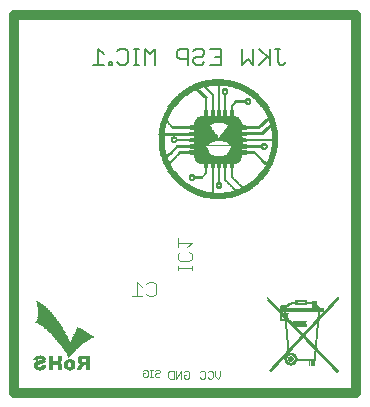
<source format=gbo>
G75*
%MOIN*%
%OFA0B0*%
%FSLAX25Y25*%
%IPPOS*%
%LPD*%
%AMOC8*
5,1,8,0,0,1.08239X$1,22.5*
%
%ADD10C,0.03200*%
%ADD11C,0.00500*%
%ADD12C,0.00200*%
%ADD13R,0.04035X0.00098*%
%ADD14R,0.05610X0.00098*%
%ADD15R,0.06890X0.00098*%
%ADD16R,0.07972X0.00098*%
%ADD17R,0.08858X0.00098*%
%ADD18R,0.09744X0.00098*%
%ADD19R,0.10531X0.00098*%
%ADD20R,0.11122X0.00098*%
%ADD21R,0.11909X0.00098*%
%ADD22R,0.12500X0.00098*%
%ADD23R,0.13091X0.00098*%
%ADD24R,0.13681X0.00098*%
%ADD25R,0.14075X0.00098*%
%ADD26R,0.14665X0.00098*%
%ADD27R,0.15059X0.00098*%
%ADD28R,0.15650X0.00098*%
%ADD29R,0.16043X0.00098*%
%ADD30R,0.16437X0.00098*%
%ADD31R,0.16831X0.00098*%
%ADD32R,0.06791X0.00098*%
%ADD33R,0.07087X0.00098*%
%ADD34R,0.06299X0.00098*%
%ADD35R,0.00689X0.00098*%
%ADD36R,0.05906X0.00098*%
%ADD37R,0.05807X0.00098*%
%ADD38R,0.05512X0.00098*%
%ADD39R,0.05217X0.00098*%
%ADD40R,0.05315X0.00098*%
%ADD41R,0.05020X0.00098*%
%ADD42R,0.05118X0.00098*%
%ADD43R,0.04921X0.00098*%
%ADD44R,0.04724X0.00098*%
%ADD45R,0.04626X0.00098*%
%ADD46R,0.04528X0.00098*%
%ADD47R,0.04331X0.00098*%
%ADD48R,0.04232X0.00098*%
%ADD49R,0.00984X0.00098*%
%ADD50R,0.04134X0.00098*%
%ADD51R,0.03937X0.00098*%
%ADD52R,0.00492X0.00098*%
%ADD53R,0.03839X0.00098*%
%ADD54R,0.01083X0.00098*%
%ADD55R,0.01378X0.00098*%
%ADD56R,0.01575X0.00098*%
%ADD57R,0.03740X0.00098*%
%ADD58R,0.01772X0.00098*%
%ADD59R,0.03642X0.00098*%
%ADD60R,0.01870X0.00098*%
%ADD61R,0.01969X0.00098*%
%ADD62R,0.03543X0.00098*%
%ADD63R,0.00886X0.00098*%
%ADD64R,0.03445X0.00098*%
%ADD65R,0.00787X0.00098*%
%ADD66R,0.03346X0.00098*%
%ADD67R,0.03248X0.00098*%
%ADD68R,0.03150X0.00098*%
%ADD69R,0.02067X0.00098*%
%ADD70R,0.03051X0.00098*%
%ADD71R,0.01673X0.00098*%
%ADD72R,0.01476X0.00098*%
%ADD73R,0.02953X0.00098*%
%ADD74R,0.01280X0.00098*%
%ADD75R,0.02854X0.00098*%
%ADD76R,0.02756X0.00098*%
%ADD77R,0.01181X0.00098*%
%ADD78R,0.02657X0.00098*%
%ADD79R,0.02559X0.00098*%
%ADD80R,0.02461X0.00098*%
%ADD81R,0.02362X0.00098*%
%ADD82R,0.02264X0.00098*%
%ADD83R,0.02165X0.00098*%
%ADD84R,0.12795X0.00098*%
%ADD85R,0.13287X0.00098*%
%ADD86R,0.13484X0.00098*%
%ADD87R,0.13976X0.00098*%
%ADD88R,0.14173X0.00098*%
%ADD89R,0.14370X0.00098*%
%ADD90R,0.14567X0.00098*%
%ADD91R,0.14862X0.00098*%
%ADD92R,0.15256X0.00098*%
%ADD93R,0.15354X0.00098*%
%ADD94R,0.15453X0.00098*%
%ADD95R,0.15748X0.00098*%
%ADD96R,0.15846X0.00098*%
%ADD97R,0.06004X0.00098*%
%ADD98R,0.06496X0.00098*%
%ADD99R,0.06102X0.00098*%
%ADD100R,0.05413X0.00098*%
%ADD101R,0.05709X0.00098*%
%ADD102R,0.06988X0.00098*%
%ADD103R,0.06398X0.00098*%
%ADD104R,0.09646X0.00098*%
%ADD105R,0.10630X0.00098*%
%ADD106R,0.09449X0.00098*%
%ADD107R,0.10433X0.00098*%
%ADD108R,0.09350X0.00098*%
%ADD109R,0.10335X0.00098*%
%ADD110R,0.09154X0.00098*%
%ADD111R,0.10138X0.00098*%
%ADD112R,0.09055X0.00098*%
%ADD113R,0.10039X0.00098*%
%ADD114R,0.09941X0.00098*%
%ADD115R,0.08760X0.00098*%
%ADD116R,0.04429X0.00098*%
%ADD117R,0.04823X0.00098*%
%ADD118R,0.10728X0.00098*%
%ADD119R,0.10236X0.00098*%
%ADD120R,0.29035X0.00098*%
%ADD121R,0.18996X0.00098*%
%ADD122R,0.07579X0.00098*%
%ADD123R,0.07677X0.00098*%
%ADD124R,0.07776X0.00098*%
%ADD125R,0.08465X0.00098*%
%ADD126R,0.18012X0.00098*%
%ADD127R,0.13386X0.00098*%
%ADD128R,0.18898X0.00098*%
%ADD129R,0.00394X0.00098*%
%ADD130R,0.19291X0.00098*%
%ADD131R,0.34055X0.00098*%
%ADD132R,0.34154X0.00098*%
%ADD133R,0.08169X0.00098*%
%ADD134R,0.08071X0.00098*%
%ADD135R,0.07480X0.00098*%
%ADD136R,0.07874X0.00098*%
%ADD137R,0.00591X0.00098*%
%ADD138R,0.07382X0.00098*%
%ADD139R,0.07283X0.00098*%
%ADD140R,0.08661X0.00098*%
%ADD141R,0.08563X0.00098*%
%ADD142R,0.19193X0.00098*%
%ADD143R,0.13878X0.00098*%
%ADD144R,0.19094X0.00098*%
%ADD145R,0.18701X0.00098*%
%ADD146R,0.08366X0.00098*%
%ADD147R,0.08268X0.00098*%
%ADD148R,0.06693X0.00098*%
%ADD149R,0.06201X0.00098*%
%ADD150R,0.06594X0.00098*%
%ADD151R,0.07185X0.00098*%
%ADD152R,0.11417X0.00098*%
%ADD153R,0.13189X0.00098*%
%ADD154R,0.11516X0.00098*%
%ADD155R,0.15551X0.00098*%
%ADD156R,0.14469X0.00098*%
%ADD157R,0.14272X0.00098*%
%ADD158R,0.12992X0.00098*%
%ADD159R,0.12598X0.00098*%
%ADD160R,0.12303X0.00098*%
%ADD161R,0.11713X0.00098*%
%ADD162C,0.00400*%
%ADD163R,0.00039X0.00020*%
%ADD164R,0.00020X0.00020*%
%ADD165R,0.00059X0.00020*%
%ADD166R,0.00157X0.00020*%
%ADD167R,0.00197X0.00020*%
%ADD168R,0.00236X0.00020*%
%ADD169R,0.00315X0.00020*%
%ADD170R,0.00354X0.00020*%
%ADD171R,0.00394X0.00020*%
%ADD172R,0.00453X0.00020*%
%ADD173R,0.00433X0.00020*%
%ADD174R,0.00472X0.00020*%
%ADD175R,0.00512X0.00020*%
%ADD176R,0.00551X0.00020*%
%ADD177R,0.00591X0.00020*%
%ADD178R,0.00630X0.00020*%
%ADD179R,0.00728X0.00020*%
%ADD180R,0.00098X0.00020*%
%ADD181R,0.00138X0.00020*%
%ADD182R,0.00177X0.00020*%
%ADD183R,0.00217X0.00020*%
%ADD184R,0.00295X0.00020*%
%ADD185R,0.00374X0.00020*%
%ADD186R,0.00768X0.00020*%
%ADD187R,0.00787X0.00020*%
%ADD188R,0.00827X0.00020*%
%ADD189R,0.00669X0.00020*%
%ADD190R,0.00709X0.00020*%
%ADD191R,0.00748X0.00020*%
%ADD192R,0.01496X0.00020*%
%ADD193R,0.01378X0.00020*%
%ADD194R,0.00276X0.00020*%
%ADD195R,0.00571X0.00020*%
%ADD196R,0.00118X0.00020*%
%ADD197R,0.00079X0.00020*%
%ADD198R,0.00906X0.00020*%
%ADD199R,0.01063X0.00020*%
%ADD200R,0.01181X0.00020*%
%ADD201R,0.01299X0.00020*%
%ADD202R,0.01516X0.00020*%
%ADD203R,0.01575X0.00020*%
%ADD204R,0.01673X0.00020*%
%ADD205R,0.01732X0.00020*%
%ADD206R,0.01811X0.00020*%
%ADD207R,0.00807X0.00020*%
%ADD208R,0.01890X0.00020*%
%ADD209R,0.01949X0.00020*%
%ADD210R,0.02008X0.00020*%
%ADD211R,0.02087X0.00020*%
%ADD212R,0.02126X0.00020*%
%ADD213R,0.02205X0.00020*%
%ADD214R,0.02244X0.00020*%
%ADD215R,0.02303X0.00020*%
%ADD216R,0.02343X0.00020*%
%ADD217R,0.02402X0.00020*%
%ADD218R,0.02461X0.00020*%
%ADD219R,0.02500X0.00020*%
%ADD220R,0.02539X0.00020*%
%ADD221R,0.01102X0.00020*%
%ADD222R,0.01083X0.00020*%
%ADD223R,0.01043X0.00020*%
%ADD224R,0.00965X0.00020*%
%ADD225R,0.00984X0.00020*%
%ADD226R,0.00945X0.00020*%
%ADD227R,0.00886X0.00020*%
%ADD228R,0.00925X0.00020*%
%ADD229R,0.00846X0.00020*%
%ADD230R,0.00866X0.00020*%
%ADD231R,0.00689X0.00020*%
%ADD232R,0.00650X0.00020*%
%ADD233R,0.00610X0.00020*%
%ADD234R,0.00531X0.00020*%
%ADD235R,0.01024X0.00020*%
%ADD236R,0.01437X0.00020*%
%ADD237R,0.01004X0.00020*%
%ADD238R,0.06752X0.00020*%
%ADD239R,0.06102X0.00020*%
%ADD240R,0.01122X0.00020*%
%ADD241R,0.06693X0.00020*%
%ADD242R,0.01142X0.00020*%
%ADD243R,0.06673X0.00020*%
%ADD244R,0.01260X0.00020*%
%ADD245R,0.06732X0.00020*%
%ADD246R,0.01220X0.00020*%
%ADD247R,0.06772X0.00020*%
%ADD248R,0.01319X0.00020*%
%ADD249R,0.06654X0.00020*%
%ADD250R,0.01398X0.00020*%
%ADD251R,0.01417X0.00020*%
%ADD252R,0.00492X0.00020*%
%ADD253R,0.01476X0.00020*%
%ADD254R,0.01831X0.00020*%
%ADD255R,0.01752X0.00020*%
%ADD256R,0.01634X0.00020*%
%ADD257R,0.01614X0.00020*%
%ADD258R,0.01535X0.00020*%
%ADD259R,0.01339X0.00020*%
%ADD260R,0.01240X0.00020*%
%ADD261R,0.01358X0.00020*%
%ADD262R,0.01457X0.00020*%
%ADD263R,0.04449X0.00020*%
%ADD264R,0.04488X0.00020*%
%ADD265R,0.04508X0.00020*%
%ADD266R,0.04528X0.00020*%
%ADD267R,0.04547X0.00020*%
%ADD268R,0.04567X0.00020*%
%ADD269R,0.04587X0.00020*%
%ADD270R,0.04606X0.00020*%
%ADD271R,0.04626X0.00020*%
%ADD272R,0.04646X0.00020*%
%ADD273R,0.04665X0.00020*%
%ADD274R,0.04685X0.00020*%
%ADD275R,0.04744X0.00020*%
%ADD276R,0.04724X0.00020*%
%ADD277R,0.04783X0.00020*%
%ADD278R,0.04803X0.00020*%
%ADD279R,0.04764X0.00020*%
%ADD280R,0.04843X0.00020*%
%ADD281R,0.04823X0.00020*%
%ADD282R,0.04862X0.00020*%
%ADD283R,0.04882X0.00020*%
%ADD284R,0.04902X0.00020*%
%ADD285R,0.04921X0.00020*%
%ADD286R,0.04941X0.00020*%
%ADD287R,0.04961X0.00020*%
%ADD288R,0.04980X0.00020*%
%ADD289R,0.05000X0.00020*%
%ADD290R,0.05059X0.00020*%
%ADD291R,0.05039X0.00020*%
%ADD292R,0.04291X0.00020*%
%ADD293R,0.05079X0.00020*%
%ADD294R,0.04232X0.00020*%
%ADD295R,0.04272X0.00020*%
%ADD296R,0.00335X0.00020*%
%ADD297R,0.03091X0.00020*%
%ADD298R,0.03012X0.00020*%
%ADD299R,0.02992X0.00020*%
%ADD300R,0.02972X0.00020*%
%ADD301R,0.02953X0.00020*%
%ADD302R,0.02933X0.00020*%
%ADD303R,0.02913X0.00020*%
%ADD304R,0.02894X0.00020*%
%ADD305R,0.02874X0.00020*%
%ADD306R,0.02854X0.00020*%
%ADD307R,0.02835X0.00020*%
%ADD308R,0.02815X0.00020*%
%ADD309R,0.02756X0.00020*%
%ADD310R,0.02283X0.00020*%
%ADD311R,0.13465X0.00020*%
%ADD312R,0.13425X0.00020*%
%ADD313R,0.13524X0.00020*%
%ADD314R,0.13583X0.00020*%
%ADD315R,0.13504X0.00020*%
%ADD316R,0.13563X0.00020*%
%ADD317R,0.13642X0.00020*%
%ADD318R,0.13681X0.00020*%
%ADD319R,0.13740X0.00020*%
%ADD320R,0.13760X0.00020*%
%ADD321R,0.13799X0.00020*%
%ADD322R,0.13819X0.00020*%
%ADD323R,0.13858X0.00020*%
%ADD324R,0.13878X0.00020*%
%ADD325R,0.13898X0.00020*%
%ADD326R,0.13976X0.00020*%
%ADD327R,0.13957X0.00020*%
%ADD328R,0.13996X0.00020*%
%ADD329R,0.14016X0.00020*%
%ADD330R,0.14035X0.00020*%
%ADD331R,0.14055X0.00020*%
%ADD332R,0.14075X0.00020*%
%ADD333R,0.14094X0.00020*%
%ADD334R,0.14114X0.00020*%
%ADD335R,0.14173X0.00020*%
%ADD336R,0.14134X0.00020*%
%ADD337R,0.14154X0.00020*%
%ADD338R,0.01161X0.00020*%
%ADD339R,0.01791X0.00020*%
%ADD340R,0.01713X0.00020*%
%ADD341R,0.00256X0.00020*%
%ADD342R,0.01850X0.00020*%
%ADD343R,0.01870X0.00020*%
%ADD344R,0.01909X0.00020*%
%ADD345R,0.01969X0.00020*%
%ADD346R,0.01929X0.00020*%
%ADD347R,0.01988X0.00020*%
%ADD348R,0.02028X0.00020*%
%ADD349R,0.02067X0.00020*%
%ADD350R,0.02047X0.00020*%
%ADD351R,0.01693X0.00020*%
%ADD352R,0.01594X0.00020*%
%ADD353R,0.01280X0.00020*%
%ADD354R,0.01201X0.00020*%
%ADD355R,0.00413X0.00020*%
%ADD356R,0.03484X0.00020*%
%ADD357R,0.03386X0.00020*%
%ADD358R,0.02382X0.00020*%
%ADD359R,0.02598X0.00020*%
%ADD360R,0.01555X0.00020*%
%ADD361R,0.00669X0.00039*%
%ADD362R,0.00866X0.00039*%
%ADD363R,0.00709X0.00039*%
%ADD364R,0.00906X0.00039*%
%ADD365R,0.01260X0.00039*%
%ADD366R,0.01496X0.00039*%
%ADD367R,0.01417X0.00039*%
%ADD368R,0.01339X0.00039*%
%ADD369R,0.00079X0.00039*%
%ADD370R,0.01654X0.00039*%
%ADD371R,0.01299X0.00039*%
%ADD372R,0.01535X0.00039*%
%ADD373R,0.01850X0.00039*%
%ADD374R,0.01575X0.00039*%
%ADD375R,0.01929X0.00039*%
%ADD376R,0.02362X0.00039*%
%ADD377R,0.01457X0.00039*%
%ADD378R,0.02008X0.00039*%
%ADD379R,0.02402X0.00039*%
%ADD380R,0.02244X0.00039*%
%ADD381R,0.02677X0.00039*%
%ADD382R,0.02323X0.00039*%
%ADD383R,0.02756X0.00039*%
%ADD384R,0.02835X0.00039*%
%ADD385R,0.02559X0.00039*%
%ADD386R,0.02992X0.00039*%
%ADD387R,0.02598X0.00039*%
%ADD388R,0.03071X0.00039*%
%ADD389R,0.03189X0.00039*%
%ADD390R,0.02795X0.00039*%
%ADD391R,0.03228X0.00039*%
%ADD392R,0.02913X0.00039*%
%ADD393R,0.03307X0.00039*%
%ADD394R,0.02953X0.00039*%
%ADD395R,0.03346X0.00039*%
%ADD396R,0.03425X0.00039*%
%ADD397R,0.03110X0.00039*%
%ADD398R,0.03504X0.00039*%
%ADD399R,0.03150X0.00039*%
%ADD400R,0.03543X0.00039*%
%ADD401R,0.00236X0.00039*%
%ADD402R,0.03622X0.00039*%
%ADD403R,0.03661X0.00039*%
%ADD404R,0.03701X0.00039*%
%ADD405R,0.03740X0.00039*%
%ADD406R,0.01220X0.00039*%
%ADD407R,0.01181X0.00039*%
%ADD408R,0.01378X0.00039*%
%ADD409R,0.01142X0.00039*%
%ADD410R,0.00394X0.00039*%
%ADD411R,0.00354X0.00039*%
%ADD412R,0.01102X0.00039*%
%ADD413R,0.01693X0.00039*%
%ADD414R,0.04331X0.00039*%
%ADD415R,0.01811X0.00039*%
%ADD416R,0.03031X0.00039*%
%ADD417R,0.00039X0.00039*%
%ADD418R,0.02205X0.00039*%
%ADD419R,0.04291X0.00039*%
%ADD420R,0.03386X0.00039*%
%ADD421R,0.02480X0.00039*%
%ADD422R,0.02520X0.00039*%
%ADD423R,0.03465X0.00039*%
%ADD424R,0.03583X0.00039*%
%ADD425R,0.02717X0.00039*%
%ADD426R,0.02874X0.00039*%
%ADD427R,0.03780X0.00039*%
%ADD428R,0.03819X0.00039*%
%ADD429R,0.03858X0.00039*%
%ADD430R,0.03898X0.00039*%
%ADD431R,0.02638X0.00039*%
%ADD432R,0.02126X0.00039*%
%ADD433R,0.02087X0.00039*%
%ADD434R,0.02047X0.00039*%
%ADD435R,0.02283X0.00039*%
%ADD436R,0.01614X0.00039*%
%ADD437R,0.01732X0.00039*%
%ADD438R,0.00276X0.00039*%
%ADD439R,0.00315X0.00039*%
%ADD440R,0.01024X0.00039*%
%ADD441R,0.00118X0.00039*%
%ADD442R,0.04016X0.00039*%
%ADD443R,0.03976X0.00039*%
%ADD444R,0.03937X0.00039*%
%ADD445R,0.03268X0.00039*%
%ADD446R,0.00157X0.00039*%
%ADD447R,0.02441X0.00039*%
%ADD448R,0.00472X0.00039*%
%ADD449R,0.00433X0.00039*%
%ADD450R,0.00512X0.00039*%
%ADD451R,0.00748X0.00039*%
%ADD452R,0.00827X0.00039*%
%ADD453R,0.00945X0.00039*%
%ADD454R,0.00984X0.00039*%
%ADD455R,0.01063X0.00039*%
%ADD456R,0.01772X0.00039*%
%ADD457R,0.01969X0.00039*%
%ADD458R,0.02165X0.00039*%
%ADD459R,0.04055X0.00039*%
%ADD460R,0.04094X0.00039*%
%ADD461R,0.04173X0.00039*%
%ADD462R,0.04252X0.00039*%
%ADD463R,0.04409X0.00039*%
%ADD464R,0.04528X0.00039*%
%ADD465R,0.04567X0.00039*%
%ADD466R,0.04646X0.00039*%
%ADD467R,0.04685X0.00039*%
%ADD468R,0.04764X0.00039*%
%ADD469R,0.04803X0.00039*%
%ADD470R,0.04921X0.00039*%
%ADD471R,0.05039X0.00039*%
%ADD472R,0.05118X0.00039*%
%ADD473R,0.05157X0.00039*%
%ADD474R,0.05236X0.00039*%
%ADD475R,0.05354X0.00039*%
%ADD476R,0.05394X0.00039*%
%ADD477R,0.05472X0.00039*%
%ADD478R,0.05551X0.00039*%
%ADD479R,0.05591X0.00039*%
%ADD480R,0.05709X0.00039*%
%ADD481R,0.05748X0.00039*%
%ADD482R,0.05906X0.00039*%
%ADD483R,0.05984X0.00039*%
%ADD484R,0.06024X0.00039*%
%ADD485R,0.06142X0.00039*%
%ADD486R,0.06181X0.00039*%
%ADD487R,0.06260X0.00039*%
%ADD488R,0.06299X0.00039*%
%ADD489R,0.06417X0.00039*%
%ADD490R,0.06378X0.00039*%
%ADD491R,0.06496X0.00039*%
%ADD492R,0.06654X0.00039*%
%ADD493R,0.06693X0.00039*%
%ADD494R,0.06772X0.00039*%
%ADD495R,0.06850X0.00039*%
%ADD496R,0.06890X0.00039*%
%ADD497R,0.07008X0.00039*%
%ADD498R,0.07087X0.00039*%
%ADD499R,0.07165X0.00039*%
%ADD500R,0.07244X0.00039*%
%ADD501R,0.07323X0.00039*%
%ADD502R,0.07402X0.00039*%
%ADD503R,0.07480X0.00039*%
%ADD504R,0.07598X0.00039*%
%ADD505R,0.07677X0.00039*%
%ADD506R,0.07795X0.00039*%
%ADD507R,0.07874X0.00039*%
%ADD508R,0.07992X0.00039*%
%ADD509R,0.08031X0.00039*%
%ADD510R,0.08150X0.00039*%
%ADD511R,0.08189X0.00039*%
%ADD512R,0.08307X0.00039*%
%ADD513R,0.08228X0.00039*%
%ADD514R,0.08425X0.00039*%
%ADD515R,0.08622X0.00039*%
%ADD516R,0.04882X0.00039*%
%ADD517R,0.04961X0.00039*%
%ADD518R,0.05197X0.00039*%
%ADD519R,0.05276X0.00039*%
%ADD520R,0.05315X0.00039*%
%ADD521R,0.05630X0.00039*%
%ADD522R,0.05669X0.00039*%
%ADD523R,0.04134X0.00039*%
%ADD524R,0.05866X0.00039*%
%ADD525R,0.05827X0.00039*%
%ADD526R,0.05945X0.00039*%
%ADD527R,0.04213X0.00039*%
%ADD528R,0.06063X0.00039*%
%ADD529R,0.06220X0.00039*%
%ADD530R,0.06339X0.00039*%
%ADD531R,0.04370X0.00039*%
%ADD532R,0.06535X0.00039*%
%ADD533R,0.06614X0.00039*%
%ADD534R,0.06732X0.00039*%
%ADD535R,0.04449X0.00039*%
%ADD536R,0.06811X0.00039*%
%ADD537R,0.04488X0.00039*%
%ADD538R,0.04606X0.00039*%
%ADD539R,0.05512X0.00039*%
%ADD540R,0.04724X0.00039*%
%ADD541R,0.05079X0.00039*%
%ADD542R,0.04843X0.00039*%
%ADD543R,0.05000X0.00039*%
%ADD544R,0.00630X0.00039*%
%ADD545R,0.05787X0.00039*%
%ADD546R,0.00551X0.00039*%
%ADD547R,0.00197X0.00039*%
%ADD548R,0.06102X0.00039*%
%ADD549R,0.06457X0.00039*%
%ADD550R,0.06575X0.00039*%
%ADD551R,0.07047X0.00039*%
%ADD552R,0.07205X0.00039*%
%ADD553R,0.07283X0.00039*%
%ADD554R,0.07520X0.00039*%
%ADD555R,0.07441X0.00039*%
%ADD556R,0.07362X0.00039*%
%ADD557R,0.07126X0.00039*%
%ADD558R,0.06969X0.00039*%
%ADD559R,0.05433X0.00039*%
%ADD560R,0.01890X0.00039*%
%ADD561R,0.00787X0.00039*%
%ADD562R,0.00591X0.00039*%
D10*
X0002600Y0002600D02*
X0116773Y0002600D01*
X0116773Y0128584D01*
X0002600Y0128584D01*
X0002600Y0002600D01*
D11*
X0029022Y0111850D02*
X0032629Y0111850D01*
X0034446Y0111850D02*
X0035348Y0111850D01*
X0035348Y0112752D01*
X0034446Y0112752D01*
X0034446Y0111850D01*
X0037179Y0112752D02*
X0038080Y0111850D01*
X0039884Y0111850D01*
X0040785Y0112752D01*
X0040785Y0116358D01*
X0039884Y0117260D01*
X0038080Y0117260D01*
X0037179Y0116358D01*
X0032629Y0115457D02*
X0030826Y0117260D01*
X0030826Y0111850D01*
X0042607Y0111850D02*
X0044411Y0111850D01*
X0043509Y0111850D02*
X0043509Y0117260D01*
X0044411Y0117260D02*
X0042607Y0117260D01*
X0046242Y0117260D02*
X0046242Y0111850D01*
X0049848Y0111850D02*
X0049848Y0117260D01*
X0048045Y0115457D01*
X0046242Y0117260D01*
X0057117Y0116358D02*
X0057117Y0114555D01*
X0058019Y0113653D01*
X0060724Y0113653D01*
X0060724Y0111850D02*
X0060724Y0117260D01*
X0058019Y0117260D01*
X0057117Y0116358D01*
X0062555Y0116358D02*
X0063456Y0117260D01*
X0065260Y0117260D01*
X0066161Y0116358D01*
X0066161Y0115457D01*
X0065260Y0114555D01*
X0063456Y0114555D01*
X0062555Y0113653D01*
X0062555Y0112752D01*
X0063456Y0111850D01*
X0065260Y0111850D01*
X0066161Y0112752D01*
X0067992Y0111850D02*
X0071599Y0111850D01*
X0071599Y0117260D01*
X0067992Y0117260D01*
X0069796Y0114555D02*
X0071599Y0114555D01*
X0078868Y0111850D02*
X0078868Y0117260D01*
X0082475Y0117260D02*
X0082475Y0111850D01*
X0080671Y0113653D01*
X0078868Y0111850D01*
X0084306Y0111850D02*
X0087011Y0114555D01*
X0087912Y0113653D02*
X0084306Y0117260D01*
X0087912Y0117260D02*
X0087912Y0111850D01*
X0090645Y0112752D02*
X0090645Y0117260D01*
X0091547Y0117260D02*
X0089743Y0117260D01*
X0090645Y0112752D02*
X0091547Y0111850D01*
X0092448Y0111850D01*
X0093350Y0112752D01*
D12*
X0071500Y0009758D02*
X0071500Y0008053D01*
X0070647Y0007200D01*
X0069795Y0008053D01*
X0069795Y0009758D01*
X0068962Y0009332D02*
X0068962Y0007626D01*
X0068536Y0007200D01*
X0067683Y0007200D01*
X0067257Y0007626D01*
X0066425Y0007626D02*
X0065998Y0007200D01*
X0065146Y0007200D01*
X0064719Y0007626D01*
X0066425Y0007626D02*
X0066425Y0009332D01*
X0065998Y0009758D01*
X0065146Y0009758D01*
X0064719Y0009332D01*
X0067257Y0009332D02*
X0067683Y0009758D01*
X0068536Y0009758D01*
X0068962Y0009332D01*
X0061000Y0009332D02*
X0061000Y0007626D01*
X0060574Y0007200D01*
X0059721Y0007200D01*
X0059295Y0007626D01*
X0059295Y0008479D01*
X0060147Y0008479D01*
X0059295Y0009332D02*
X0059721Y0009758D01*
X0060574Y0009758D01*
X0061000Y0009332D01*
X0058462Y0009758D02*
X0058462Y0007200D01*
X0056757Y0007200D02*
X0056757Y0009758D01*
X0055925Y0009758D02*
X0054646Y0009758D01*
X0054219Y0009332D01*
X0054219Y0007626D01*
X0054646Y0007200D01*
X0055925Y0007200D01*
X0055925Y0009758D01*
X0058462Y0009758D02*
X0056757Y0007200D01*
X0051500Y0008126D02*
X0051074Y0007700D01*
X0050221Y0007700D01*
X0049795Y0008126D01*
X0049795Y0008553D01*
X0050221Y0008979D01*
X0051074Y0008979D01*
X0051500Y0009405D01*
X0051500Y0009832D01*
X0051074Y0010258D01*
X0050221Y0010258D01*
X0049795Y0009832D01*
X0048962Y0010258D02*
X0048110Y0010258D01*
X0048536Y0010258D02*
X0048536Y0007700D01*
X0048962Y0007700D02*
X0048110Y0007700D01*
X0047271Y0008126D02*
X0046844Y0007700D01*
X0045992Y0007700D01*
X0045565Y0008126D01*
X0045565Y0008979D01*
X0046418Y0008979D01*
X0047271Y0009832D02*
X0047271Y0008126D01*
X0047271Y0009832D02*
X0046844Y0010258D01*
X0045992Y0010258D01*
X0045565Y0009832D01*
D13*
X0070817Y0067100D03*
X0079675Y0070250D03*
X0061958Y0070250D03*
X0061761Y0070348D03*
X0078395Y0099580D03*
X0078494Y0099679D03*
X0079675Y0103517D03*
X0070817Y0106667D03*
D14*
X0070817Y0106569D03*
X0064124Y0083832D03*
X0065600Y0081667D03*
X0076033Y0081372D03*
X0070817Y0067198D03*
D15*
X0070866Y0067297D03*
X0064763Y0081864D03*
X0076870Y0090427D03*
X0075984Y0104797D03*
X0065649Y0104797D03*
D16*
X0070817Y0106372D03*
X0066781Y0087572D03*
X0070817Y0067395D03*
D17*
X0070866Y0067494D03*
X0078740Y0082651D03*
X0070866Y0106273D03*
D18*
X0070817Y0106175D03*
X0062844Y0082750D03*
X0070817Y0067592D03*
D19*
X0070817Y0067691D03*
X0070817Y0106076D03*
D20*
X0070817Y0105978D03*
X0070817Y0078616D03*
X0070817Y0067789D03*
D21*
X0070817Y0067887D03*
X0070817Y0078714D03*
X0070817Y0105880D03*
D22*
X0070817Y0105781D03*
X0070817Y0078813D03*
X0070817Y0067986D03*
D23*
X0070817Y0068084D03*
X0070817Y0105683D03*
D24*
X0070817Y0105584D03*
X0070817Y0093970D03*
X0070817Y0079206D03*
X0070817Y0068183D03*
D25*
X0070817Y0068281D03*
X0079380Y0089049D03*
X0070817Y0093773D03*
X0070817Y0105486D03*
D26*
X0070817Y0105387D03*
X0070817Y0093478D03*
X0070817Y0079698D03*
X0070817Y0068380D03*
D27*
X0070817Y0068478D03*
X0070817Y0079895D03*
X0070817Y0079994D03*
X0070817Y0093183D03*
X0070817Y0105289D03*
D28*
X0070817Y0092592D03*
X0070817Y0080584D03*
X0070817Y0080486D03*
X0070817Y0068576D03*
D29*
X0070817Y0068675D03*
X0070817Y0081175D03*
X0070817Y0105092D03*
D30*
X0070817Y0104994D03*
X0070817Y0068773D03*
D31*
X0070817Y0068872D03*
X0070817Y0104895D03*
D32*
X0064714Y0082061D03*
X0064714Y0081962D03*
X0076033Y0068970D03*
D33*
X0065748Y0068970D03*
X0076771Y0090230D03*
X0066437Y0092395D03*
D34*
X0065944Y0089836D03*
X0064468Y0085013D03*
X0075689Y0089344D03*
X0077165Y0091313D03*
X0077165Y0082061D03*
X0076574Y0069069D03*
X0065157Y0069069D03*
X0076574Y0104698D03*
D35*
X0073769Y0102927D03*
X0073868Y0102730D03*
X0073868Y0102631D03*
X0073769Y0102435D03*
X0073080Y0101647D03*
X0073080Y0101549D03*
X0073080Y0101450D03*
X0073080Y0101352D03*
X0073080Y0101254D03*
X0073080Y0101155D03*
X0073080Y0101057D03*
X0073080Y0100958D03*
X0073080Y0100860D03*
X0073080Y0100761D03*
X0073080Y0100663D03*
X0073080Y0100565D03*
X0073080Y0100466D03*
X0073080Y0100368D03*
X0073080Y0100269D03*
X0073080Y0100171D03*
X0073080Y0100072D03*
X0073080Y0099974D03*
X0073080Y0099876D03*
X0073080Y0099777D03*
X0073080Y0099679D03*
X0073080Y0099580D03*
X0073080Y0099482D03*
X0073080Y0099383D03*
X0073080Y0099285D03*
X0073080Y0099187D03*
X0073080Y0099088D03*
X0073080Y0098990D03*
X0073080Y0098891D03*
X0073080Y0098793D03*
X0073080Y0098694D03*
X0073080Y0098596D03*
X0073080Y0098498D03*
X0073080Y0098399D03*
X0073080Y0098301D03*
X0073080Y0098202D03*
X0073080Y0098104D03*
X0073080Y0098006D03*
X0073080Y0097907D03*
X0073080Y0097809D03*
X0073080Y0097710D03*
X0073080Y0097612D03*
X0073080Y0097513D03*
X0073080Y0097415D03*
X0073080Y0097317D03*
X0073080Y0097218D03*
X0073080Y0097120D03*
X0073080Y0097021D03*
X0073080Y0096923D03*
X0073080Y0096824D03*
X0073080Y0096726D03*
X0073080Y0096628D03*
X0073080Y0096529D03*
X0073080Y0096431D03*
X0071013Y0096431D03*
X0071013Y0096529D03*
X0071013Y0096628D03*
X0071013Y0096726D03*
X0071013Y0096824D03*
X0071013Y0096923D03*
X0071013Y0097021D03*
X0071013Y0097120D03*
X0071013Y0097218D03*
X0071013Y0097317D03*
X0071013Y0097415D03*
X0071013Y0097513D03*
X0071013Y0097612D03*
X0071013Y0097710D03*
X0071013Y0097809D03*
X0071013Y0097907D03*
X0071013Y0098006D03*
X0071013Y0098104D03*
X0071013Y0098202D03*
X0071013Y0098301D03*
X0071013Y0098399D03*
X0071013Y0098498D03*
X0071013Y0098596D03*
X0071013Y0098694D03*
X0071013Y0098793D03*
X0071013Y0098891D03*
X0071013Y0098990D03*
X0071013Y0099088D03*
X0071013Y0099187D03*
X0071013Y0099285D03*
X0071013Y0099383D03*
X0071013Y0099482D03*
X0071013Y0099580D03*
X0071013Y0099679D03*
X0071013Y0099777D03*
X0071013Y0099876D03*
X0071013Y0099974D03*
X0071013Y0100072D03*
X0071013Y0100171D03*
X0071013Y0100269D03*
X0071013Y0100368D03*
X0071013Y0100466D03*
X0071013Y0100565D03*
X0071013Y0100663D03*
X0071013Y0100761D03*
X0071013Y0100860D03*
X0071013Y0100958D03*
X0071013Y0101057D03*
X0071013Y0101155D03*
X0071013Y0101254D03*
X0071013Y0101352D03*
X0071013Y0101450D03*
X0071013Y0101549D03*
X0071013Y0101647D03*
X0071013Y0101746D03*
X0071013Y0101844D03*
X0071013Y0101943D03*
X0071013Y0102041D03*
X0071013Y0102139D03*
X0071013Y0102238D03*
X0071013Y0102336D03*
X0071013Y0102435D03*
X0071013Y0102533D03*
X0071013Y0102631D03*
X0071013Y0102730D03*
X0071013Y0102828D03*
X0071013Y0102927D03*
X0071013Y0103025D03*
X0071013Y0103124D03*
X0071013Y0103222D03*
X0071013Y0103320D03*
X0071013Y0103419D03*
X0071013Y0103517D03*
X0071013Y0103616D03*
X0071013Y0103714D03*
X0071013Y0103813D03*
X0071013Y0103911D03*
X0071013Y0104009D03*
X0071013Y0104108D03*
X0071013Y0104206D03*
X0071013Y0104305D03*
X0071013Y0104403D03*
X0071013Y0104502D03*
X0071013Y0104600D03*
X0071013Y0104698D03*
X0071013Y0104797D03*
X0072391Y0102828D03*
X0072391Y0102730D03*
X0072391Y0102631D03*
X0072391Y0102533D03*
X0068946Y0101647D03*
X0068946Y0101549D03*
X0068946Y0101450D03*
X0068946Y0101352D03*
X0068946Y0101254D03*
X0068946Y0101155D03*
X0068946Y0101057D03*
X0068946Y0100958D03*
X0068946Y0100860D03*
X0068946Y0100761D03*
X0068946Y0100663D03*
X0068946Y0100565D03*
X0068946Y0100466D03*
X0068946Y0100368D03*
X0068946Y0100269D03*
X0068946Y0100171D03*
X0068946Y0100072D03*
X0068946Y0099974D03*
X0068946Y0099876D03*
X0068946Y0099777D03*
X0068946Y0099679D03*
X0068946Y0099580D03*
X0068946Y0099482D03*
X0068946Y0099383D03*
X0068946Y0099285D03*
X0068946Y0099187D03*
X0068946Y0099088D03*
X0068946Y0098990D03*
X0068946Y0098891D03*
X0068946Y0098793D03*
X0068946Y0098694D03*
X0068946Y0098596D03*
X0068946Y0098498D03*
X0068946Y0098399D03*
X0068946Y0098301D03*
X0068946Y0098202D03*
X0068946Y0098104D03*
X0068946Y0098006D03*
X0068946Y0097907D03*
X0068946Y0097809D03*
X0068946Y0097710D03*
X0068946Y0097612D03*
X0068946Y0097513D03*
X0068946Y0097415D03*
X0068946Y0097317D03*
X0068946Y0097218D03*
X0068946Y0097120D03*
X0068946Y0097021D03*
X0068946Y0096923D03*
X0068946Y0096824D03*
X0068946Y0096726D03*
X0068946Y0096628D03*
X0068946Y0096529D03*
X0068946Y0096431D03*
X0066781Y0096431D03*
X0066781Y0096529D03*
X0066781Y0096628D03*
X0066781Y0096726D03*
X0066781Y0096824D03*
X0066781Y0096923D03*
X0066781Y0097021D03*
X0066781Y0097120D03*
X0066781Y0097218D03*
X0066781Y0097317D03*
X0066781Y0097415D03*
X0066781Y0097513D03*
X0066781Y0097612D03*
X0066781Y0097710D03*
X0066781Y0097809D03*
X0066781Y0097907D03*
X0066781Y0098006D03*
X0066781Y0098104D03*
X0066781Y0098202D03*
X0066781Y0098301D03*
X0066781Y0098399D03*
X0066781Y0098498D03*
X0066781Y0098596D03*
X0066781Y0098694D03*
X0066781Y0098793D03*
X0066781Y0098891D03*
X0066781Y0098990D03*
X0066781Y0099088D03*
X0066781Y0099187D03*
X0066781Y0099285D03*
X0066781Y0099383D03*
X0066781Y0099482D03*
X0066781Y0099580D03*
X0066781Y0099679D03*
X0066781Y0099777D03*
X0066781Y0099876D03*
X0066781Y0099974D03*
X0066781Y0100072D03*
X0066781Y0100171D03*
X0066781Y0100269D03*
X0066781Y0100368D03*
X0075246Y0097710D03*
X0075246Y0097612D03*
X0075246Y0097513D03*
X0075246Y0097415D03*
X0075246Y0097317D03*
X0075246Y0097218D03*
X0075246Y0097120D03*
X0075246Y0097021D03*
X0075246Y0096923D03*
X0075246Y0096824D03*
X0075246Y0096726D03*
X0075246Y0096628D03*
X0075246Y0096529D03*
X0075246Y0096431D03*
X0080757Y0098301D03*
X0081446Y0099187D03*
X0081446Y0099285D03*
X0081446Y0099383D03*
X0081446Y0099482D03*
X0086958Y0084423D03*
X0086958Y0084324D03*
X0086171Y0083340D03*
X0075246Y0077336D03*
X0075246Y0077238D03*
X0075246Y0077139D03*
X0075246Y0077041D03*
X0075246Y0076943D03*
X0075246Y0076844D03*
X0075246Y0076746D03*
X0075246Y0076647D03*
X0075246Y0076549D03*
X0075246Y0076450D03*
X0075246Y0076352D03*
X0075246Y0076254D03*
X0075246Y0076155D03*
X0075246Y0076057D03*
X0075246Y0075958D03*
X0075246Y0075860D03*
X0075246Y0075761D03*
X0075246Y0075663D03*
X0075246Y0075565D03*
X0075246Y0075466D03*
X0075246Y0075368D03*
X0075246Y0075269D03*
X0075246Y0075171D03*
X0075246Y0075072D03*
X0075246Y0074974D03*
X0075246Y0074876D03*
X0075246Y0074777D03*
X0075246Y0074679D03*
X0075246Y0074580D03*
X0075246Y0074482D03*
X0073080Y0074482D03*
X0073080Y0074580D03*
X0073080Y0074679D03*
X0073080Y0074777D03*
X0073080Y0074876D03*
X0073080Y0074974D03*
X0073080Y0075072D03*
X0073080Y0075171D03*
X0073080Y0075269D03*
X0073080Y0075368D03*
X0073080Y0075466D03*
X0073080Y0075565D03*
X0073080Y0075663D03*
X0073080Y0075761D03*
X0073080Y0075860D03*
X0073080Y0075958D03*
X0073080Y0076057D03*
X0073080Y0076155D03*
X0073080Y0076254D03*
X0073080Y0076352D03*
X0073080Y0076450D03*
X0073080Y0076549D03*
X0073080Y0076647D03*
X0073080Y0076746D03*
X0073080Y0076844D03*
X0073080Y0076943D03*
X0073080Y0077041D03*
X0073080Y0077139D03*
X0073080Y0077238D03*
X0073080Y0077336D03*
X0071013Y0077336D03*
X0071013Y0077238D03*
X0071013Y0077139D03*
X0071013Y0077041D03*
X0071013Y0076943D03*
X0071013Y0076844D03*
X0071013Y0076746D03*
X0071013Y0076647D03*
X0071013Y0076549D03*
X0071013Y0076450D03*
X0071013Y0076352D03*
X0071013Y0076254D03*
X0071013Y0076155D03*
X0071013Y0076057D03*
X0071013Y0075958D03*
X0071013Y0075860D03*
X0071013Y0075761D03*
X0071013Y0075663D03*
X0071013Y0075565D03*
X0071013Y0075466D03*
X0071013Y0075368D03*
X0071013Y0075269D03*
X0071013Y0075171D03*
X0071013Y0075072D03*
X0071013Y0074974D03*
X0071013Y0074876D03*
X0071013Y0074777D03*
X0071013Y0074679D03*
X0071013Y0074580D03*
X0071013Y0074482D03*
X0071013Y0074383D03*
X0071013Y0074285D03*
X0071013Y0074187D03*
X0071013Y0074088D03*
X0071013Y0073990D03*
X0071013Y0073891D03*
X0071013Y0073793D03*
X0071013Y0073694D03*
X0071013Y0073596D03*
X0071013Y0073498D03*
X0071013Y0073399D03*
X0071013Y0073301D03*
X0071013Y0073202D03*
X0071013Y0073104D03*
X0071013Y0073006D03*
X0071013Y0072907D03*
X0071013Y0072809D03*
X0071013Y0072710D03*
X0071013Y0072612D03*
X0071013Y0072513D03*
X0070324Y0071529D03*
X0070324Y0071431D03*
X0070324Y0071332D03*
X0070324Y0071234D03*
X0068946Y0071234D03*
X0068946Y0071332D03*
X0068946Y0071431D03*
X0068946Y0071529D03*
X0068946Y0071628D03*
X0068946Y0071726D03*
X0068946Y0071824D03*
X0068946Y0071923D03*
X0068946Y0072021D03*
X0068946Y0072120D03*
X0068946Y0072218D03*
X0068946Y0072317D03*
X0068946Y0072415D03*
X0068946Y0072513D03*
X0068946Y0072612D03*
X0068946Y0072710D03*
X0068946Y0072809D03*
X0068946Y0072907D03*
X0068946Y0073006D03*
X0068946Y0073104D03*
X0068946Y0073202D03*
X0068946Y0073301D03*
X0068946Y0073399D03*
X0068946Y0073498D03*
X0068946Y0073596D03*
X0068946Y0073694D03*
X0068946Y0073793D03*
X0068946Y0073891D03*
X0068946Y0073990D03*
X0068946Y0074088D03*
X0068946Y0074187D03*
X0068946Y0074285D03*
X0068946Y0074383D03*
X0068946Y0074482D03*
X0068946Y0074580D03*
X0068946Y0074679D03*
X0068946Y0074777D03*
X0068946Y0074876D03*
X0068946Y0074974D03*
X0068946Y0075072D03*
X0068946Y0075171D03*
X0068946Y0075269D03*
X0068946Y0075368D03*
X0068946Y0075466D03*
X0068946Y0075565D03*
X0068946Y0075663D03*
X0068946Y0075761D03*
X0068946Y0075860D03*
X0068946Y0075958D03*
X0068946Y0076057D03*
X0068946Y0076155D03*
X0068946Y0076254D03*
X0068946Y0076352D03*
X0068946Y0076450D03*
X0068946Y0076549D03*
X0068946Y0076647D03*
X0068946Y0076746D03*
X0068946Y0076844D03*
X0068946Y0076943D03*
X0068946Y0077041D03*
X0068946Y0077139D03*
X0068946Y0077238D03*
X0068946Y0077336D03*
X0066781Y0077336D03*
X0066781Y0077238D03*
X0066781Y0077139D03*
X0066781Y0077041D03*
X0066781Y0076943D03*
X0066781Y0076844D03*
X0066781Y0076746D03*
X0066781Y0076647D03*
X0066781Y0076549D03*
X0066781Y0076450D03*
X0066781Y0076352D03*
X0066781Y0076254D03*
X0066781Y0076155D03*
X0066781Y0076057D03*
X0066781Y0075958D03*
X0066781Y0075860D03*
X0066781Y0075761D03*
X0066781Y0075663D03*
X0068946Y0071135D03*
X0068946Y0071037D03*
X0068946Y0070939D03*
X0068946Y0070840D03*
X0068946Y0070742D03*
X0068946Y0070643D03*
X0068946Y0070545D03*
X0068946Y0070446D03*
X0068946Y0070348D03*
X0068946Y0070250D03*
X0068946Y0070151D03*
X0068946Y0070053D03*
X0068946Y0069954D03*
X0068946Y0069856D03*
X0068946Y0069757D03*
X0068946Y0069659D03*
X0068946Y0069561D03*
X0068946Y0069462D03*
X0068946Y0069364D03*
X0068946Y0069265D03*
X0068946Y0069167D03*
X0068946Y0069069D03*
X0071801Y0071332D03*
X0071801Y0071431D03*
X0073080Y0073498D03*
X0073080Y0073596D03*
X0073080Y0073694D03*
X0073080Y0073793D03*
X0073080Y0073891D03*
X0073080Y0073990D03*
X0073080Y0074088D03*
X0073080Y0074187D03*
X0073080Y0074285D03*
X0073080Y0074383D03*
X0061368Y0074187D03*
X0061368Y0074088D03*
X0061368Y0073990D03*
X0061368Y0073891D03*
X0055462Y0086490D03*
X0055462Y0086588D03*
X0055462Y0086687D03*
X0055462Y0086785D03*
D36*
X0065748Y0081470D03*
X0075885Y0089836D03*
X0075787Y0092198D03*
X0077362Y0085013D03*
X0077362Y0082946D03*
X0076968Y0069167D03*
X0076968Y0104600D03*
D37*
X0065797Y0092002D03*
X0075935Y0089935D03*
X0064714Y0104600D03*
X0064714Y0069167D03*
D38*
X0064370Y0069265D03*
X0077263Y0069265D03*
X0064074Y0083931D03*
X0064074Y0084029D03*
X0065551Y0091805D03*
X0076082Y0092002D03*
X0077263Y0104502D03*
X0064370Y0104502D03*
D39*
X0065403Y0091608D03*
X0077706Y0083931D03*
X0077706Y0083832D03*
X0077608Y0069364D03*
D40*
X0078641Y0069954D03*
X0076181Y0081569D03*
X0076181Y0091903D03*
X0065452Y0091706D03*
X0065452Y0085604D03*
X0064074Y0069364D03*
X0077559Y0104403D03*
D41*
X0076328Y0091706D03*
X0065305Y0091509D03*
X0065305Y0085407D03*
X0078592Y0069856D03*
X0077903Y0069462D03*
D42*
X0076279Y0081667D03*
X0077756Y0084029D03*
X0076279Y0085899D03*
X0076279Y0091805D03*
X0065354Y0091411D03*
X0065354Y0085506D03*
X0063779Y0069462D03*
X0077854Y0104305D03*
D43*
X0078149Y0104206D03*
X0063484Y0104206D03*
X0062106Y0103320D03*
X0065256Y0085309D03*
X0065256Y0085210D03*
X0076378Y0085801D03*
X0078149Y0069561D03*
X0063484Y0069561D03*
D44*
X0063287Y0069659D03*
X0065157Y0083340D03*
X0065157Y0083439D03*
X0065157Y0083537D03*
X0065157Y0083635D03*
X0076476Y0085604D03*
X0076476Y0091411D03*
X0078444Y0104108D03*
X0063287Y0104108D03*
X0062106Y0103419D03*
X0078543Y0069757D03*
X0078444Y0069659D03*
D45*
X0076525Y0085407D03*
X0076525Y0085506D03*
X0076525Y0091509D03*
X0078592Y0104009D03*
X0063041Y0069757D03*
D46*
X0062795Y0069856D03*
X0076574Y0085210D03*
X0076574Y0085309D03*
X0078248Y0099088D03*
X0062992Y0104009D03*
X0062795Y0103911D03*
X0080413Y0070939D03*
D47*
X0080413Y0070840D03*
X0076673Y0083242D03*
X0076673Y0083340D03*
X0076673Y0083439D03*
X0076673Y0083537D03*
X0064960Y0083734D03*
X0062598Y0069954D03*
X0078248Y0099187D03*
X0079133Y0103813D03*
X0062598Y0103813D03*
D48*
X0062352Y0103714D03*
X0062155Y0103616D03*
X0078198Y0099285D03*
X0079281Y0103714D03*
X0076722Y0083635D03*
X0079281Y0070053D03*
X0062352Y0070053D03*
D49*
X0065748Y0074482D03*
X0065846Y0074580D03*
X0065944Y0074679D03*
X0066043Y0074777D03*
X0066141Y0074876D03*
X0066240Y0074974D03*
X0066338Y0075072D03*
X0066437Y0075171D03*
X0066535Y0075269D03*
X0066633Y0075368D03*
X0070472Y0071037D03*
X0073228Y0073202D03*
X0073326Y0073104D03*
X0073425Y0073006D03*
X0073523Y0072907D03*
X0073622Y0072809D03*
X0073720Y0072710D03*
X0073819Y0072612D03*
X0073917Y0072513D03*
X0074015Y0072415D03*
X0074114Y0072317D03*
X0074212Y0072218D03*
X0074311Y0072120D03*
X0074409Y0072021D03*
X0074507Y0071923D03*
X0074606Y0071824D03*
X0074704Y0071726D03*
X0074803Y0071628D03*
X0074901Y0071529D03*
X0075000Y0071431D03*
X0075098Y0071332D03*
X0075196Y0071234D03*
X0075295Y0071135D03*
X0075393Y0071037D03*
X0075492Y0070939D03*
X0075590Y0070840D03*
X0075689Y0070742D03*
X0075787Y0070643D03*
X0075885Y0070545D03*
X0075984Y0070446D03*
X0076082Y0070348D03*
X0076181Y0070250D03*
X0076279Y0070151D03*
X0076378Y0070053D03*
X0077559Y0072021D03*
X0077657Y0071923D03*
X0077756Y0071824D03*
X0077854Y0071726D03*
X0077952Y0071628D03*
X0078051Y0071529D03*
X0078149Y0071431D03*
X0078248Y0071332D03*
X0078346Y0071234D03*
X0078444Y0071135D03*
X0078543Y0071037D03*
X0077460Y0072120D03*
X0077362Y0072218D03*
X0077263Y0072317D03*
X0077165Y0072415D03*
X0077067Y0072513D03*
X0076968Y0072612D03*
X0076870Y0072710D03*
X0076771Y0072809D03*
X0076673Y0072907D03*
X0076574Y0073006D03*
X0076476Y0073104D03*
X0076378Y0073202D03*
X0076279Y0073301D03*
X0076181Y0073399D03*
X0076082Y0073498D03*
X0075984Y0073596D03*
X0075885Y0073694D03*
X0075787Y0073793D03*
X0075689Y0073891D03*
X0075590Y0073990D03*
X0075492Y0074088D03*
X0075393Y0074187D03*
X0083267Y0082061D03*
X0083366Y0081962D03*
X0083464Y0081864D03*
X0083563Y0081765D03*
X0083661Y0081667D03*
X0083759Y0081569D03*
X0083858Y0081470D03*
X0083956Y0081372D03*
X0084055Y0081273D03*
X0084153Y0081175D03*
X0084252Y0081076D03*
X0084350Y0080978D03*
X0084448Y0080880D03*
X0084547Y0080781D03*
X0084645Y0080683D03*
X0084744Y0080584D03*
X0084842Y0080486D03*
X0084941Y0080387D03*
X0085039Y0080289D03*
X0085137Y0080191D03*
X0085236Y0080092D03*
X0085334Y0079994D03*
X0085433Y0079895D03*
X0085531Y0079797D03*
X0085630Y0079698D03*
X0085728Y0079600D03*
X0075393Y0098006D03*
X0075492Y0098104D03*
X0075590Y0098202D03*
X0075689Y0098301D03*
X0075787Y0098399D03*
X0075885Y0098498D03*
X0075984Y0098596D03*
X0076082Y0098694D03*
X0076181Y0098793D03*
X0076279Y0098891D03*
X0076378Y0098990D03*
X0081299Y0098990D03*
X0068799Y0101943D03*
X0068700Y0102041D03*
X0068602Y0102139D03*
X0068504Y0102238D03*
X0068405Y0102336D03*
X0068307Y0102435D03*
X0068208Y0102533D03*
X0068110Y0102631D03*
X0068011Y0102730D03*
X0067913Y0102828D03*
X0067815Y0102927D03*
X0067716Y0103025D03*
X0067618Y0103124D03*
X0067519Y0103222D03*
X0067421Y0103320D03*
X0067322Y0103419D03*
X0067224Y0103517D03*
X0067126Y0103616D03*
X0067027Y0103714D03*
X0066929Y0103813D03*
X0066830Y0103911D03*
X0066732Y0104009D03*
X0066633Y0104108D03*
X0066535Y0104206D03*
X0066633Y0100663D03*
X0055216Y0091214D03*
X0055118Y0091313D03*
X0055019Y0091411D03*
X0054921Y0091509D03*
X0054822Y0091608D03*
X0054724Y0091706D03*
X0054626Y0091805D03*
X0054527Y0091903D03*
X0054429Y0092002D03*
X0054330Y0092100D03*
X0054232Y0092198D03*
X0055610Y0086982D03*
X0056791Y0084029D03*
X0056693Y0083931D03*
X0056594Y0083832D03*
X0056496Y0083734D03*
X0056397Y0083635D03*
X0056299Y0083537D03*
X0056200Y0083439D03*
X0056102Y0083340D03*
X0056004Y0083242D03*
X0055905Y0083143D03*
X0055807Y0083045D03*
X0055708Y0082946D03*
X0055610Y0082848D03*
X0055511Y0082750D03*
X0055413Y0082651D03*
X0055315Y0082553D03*
X0055216Y0082454D03*
X0055118Y0082356D03*
X0054330Y0081569D03*
X0055807Y0080092D03*
X0055905Y0080191D03*
X0056004Y0080289D03*
X0056102Y0080387D03*
X0056200Y0080486D03*
X0056299Y0080584D03*
X0056397Y0080683D03*
X0056496Y0080781D03*
X0056594Y0080880D03*
X0056693Y0080978D03*
X0056791Y0081076D03*
X0056889Y0081175D03*
X0056988Y0081273D03*
X0057086Y0081372D03*
X0057185Y0081470D03*
X0057283Y0081569D03*
X0057381Y0081667D03*
X0057480Y0081765D03*
X0057578Y0081864D03*
X0057677Y0081962D03*
X0057775Y0082061D03*
X0055708Y0079994D03*
X0055610Y0079895D03*
X0055511Y0079797D03*
X0055413Y0079698D03*
X0055315Y0079600D03*
X0055216Y0079502D03*
X0055118Y0079403D03*
D50*
X0062106Y0070151D03*
X0079527Y0070151D03*
X0080413Y0070742D03*
X0078248Y0099383D03*
X0078346Y0099482D03*
X0079527Y0103616D03*
D51*
X0079921Y0103419D03*
X0076870Y0083734D03*
X0079921Y0070348D03*
D52*
X0071013Y0070348D03*
D53*
X0064222Y0074383D03*
X0061565Y0070446D03*
X0061368Y0070545D03*
X0080069Y0070446D03*
X0080265Y0070545D03*
X0080364Y0070643D03*
X0080265Y0103222D03*
X0080069Y0103320D03*
X0061368Y0103222D03*
D54*
X0064124Y0103222D03*
X0064222Y0103124D03*
X0064320Y0103025D03*
X0064419Y0102927D03*
X0064517Y0102828D03*
X0064616Y0102730D03*
X0064714Y0102631D03*
X0064813Y0102533D03*
X0064911Y0102435D03*
X0065009Y0102336D03*
X0065108Y0102238D03*
X0065206Y0102139D03*
X0065305Y0102041D03*
X0065403Y0101943D03*
X0065502Y0101844D03*
X0065600Y0101746D03*
X0065698Y0101647D03*
X0065797Y0101549D03*
X0065895Y0101450D03*
X0065994Y0101352D03*
X0066092Y0101254D03*
X0066191Y0101155D03*
X0066289Y0101057D03*
X0066387Y0100958D03*
X0066486Y0100860D03*
X0066584Y0100761D03*
X0073080Y0101746D03*
X0080757Y0098399D03*
X0086466Y0092691D03*
X0086565Y0092789D03*
X0086663Y0092887D03*
X0086761Y0092986D03*
X0086860Y0093084D03*
X0086958Y0093183D03*
X0086368Y0092592D03*
X0086269Y0092494D03*
X0086171Y0092395D03*
X0086072Y0092297D03*
X0085974Y0092198D03*
X0085876Y0092100D03*
X0085777Y0092002D03*
X0085679Y0091903D03*
X0085580Y0091805D03*
X0085482Y0091706D03*
X0085383Y0091608D03*
X0085285Y0091509D03*
X0085187Y0091411D03*
X0085088Y0091313D03*
X0084990Y0091214D03*
X0086565Y0089738D03*
X0086663Y0089836D03*
X0086761Y0089935D03*
X0086860Y0090033D03*
X0086958Y0090131D03*
X0087057Y0090230D03*
X0087155Y0090328D03*
X0087254Y0090427D03*
X0087352Y0090525D03*
X0087450Y0090624D03*
X0087549Y0090722D03*
X0087647Y0090820D03*
X0087746Y0090919D03*
X0086466Y0089639D03*
X0086368Y0089541D03*
X0086269Y0089443D03*
X0086171Y0089344D03*
X0086072Y0089246D03*
X0085974Y0089147D03*
X0086171Y0083439D03*
X0085777Y0079502D03*
X0085876Y0079403D03*
X0085974Y0079305D03*
X0086072Y0079206D03*
X0086171Y0079108D03*
X0086269Y0079009D03*
X0071013Y0070446D03*
X0054970Y0082257D03*
X0054872Y0082159D03*
X0054773Y0082061D03*
X0054675Y0081962D03*
X0054576Y0081864D03*
X0054478Y0081765D03*
X0054380Y0081667D03*
D55*
X0056200Y0085801D03*
X0056200Y0087474D03*
X0062106Y0074876D03*
X0062106Y0073202D03*
X0071063Y0070545D03*
X0086220Y0083537D03*
X0080708Y0098498D03*
D56*
X0080708Y0098596D03*
X0073130Y0101943D03*
X0056200Y0087376D03*
X0056200Y0085899D03*
X0062106Y0074777D03*
X0062106Y0073301D03*
X0071063Y0070643D03*
D57*
X0061220Y0070643D03*
X0061220Y0103124D03*
X0080413Y0103124D03*
X0080610Y0103025D03*
D58*
X0080708Y0099974D03*
X0080708Y0098694D03*
X0073130Y0102041D03*
X0073130Y0103320D03*
X0056200Y0087277D03*
X0056200Y0085998D03*
X0062106Y0074679D03*
X0062106Y0073399D03*
X0071063Y0070742D03*
X0086220Y0083734D03*
D59*
X0080757Y0102927D03*
X0061072Y0103025D03*
X0060876Y0102927D03*
X0064222Y0074285D03*
X0061072Y0070742D03*
X0060876Y0070840D03*
D60*
X0052509Y0082061D03*
X0052411Y0082454D03*
X0052313Y0082848D03*
X0052313Y0082946D03*
X0052214Y0083242D03*
X0052214Y0083340D03*
X0052214Y0083439D03*
X0052116Y0083734D03*
X0052116Y0083832D03*
X0052116Y0083931D03*
X0052116Y0084029D03*
X0052017Y0084324D03*
X0052017Y0084423D03*
X0052017Y0084521D03*
X0052017Y0084620D03*
X0052017Y0084718D03*
X0052017Y0084817D03*
X0052017Y0084915D03*
X0051919Y0085112D03*
X0051919Y0085210D03*
X0051919Y0085309D03*
X0051919Y0085407D03*
X0051919Y0085506D03*
X0051919Y0085604D03*
X0051919Y0085702D03*
X0051919Y0085801D03*
X0051919Y0085899D03*
X0051919Y0085998D03*
X0051919Y0086096D03*
X0051919Y0086194D03*
X0051919Y0086293D03*
X0051919Y0086391D03*
X0051919Y0086490D03*
X0051919Y0086588D03*
X0051919Y0086687D03*
X0051919Y0086785D03*
X0051919Y0086883D03*
X0051919Y0086982D03*
X0051919Y0087080D03*
X0051919Y0087179D03*
X0051919Y0087277D03*
X0051919Y0087376D03*
X0051919Y0087474D03*
X0051919Y0087572D03*
X0051919Y0087671D03*
X0051919Y0087769D03*
X0051919Y0087868D03*
X0051919Y0087966D03*
X0051919Y0088065D03*
X0051919Y0088163D03*
X0052017Y0088950D03*
X0052017Y0089049D03*
X0052017Y0089147D03*
X0052017Y0089246D03*
X0052017Y0089344D03*
X0052017Y0089443D03*
X0052116Y0089738D03*
X0052116Y0089836D03*
X0052116Y0089935D03*
X0052116Y0090033D03*
X0052214Y0090328D03*
X0052214Y0090427D03*
X0052214Y0090525D03*
X0052313Y0090820D03*
X0052313Y0090919D03*
X0052411Y0091313D03*
X0052509Y0091706D03*
X0071013Y0072021D03*
X0071013Y0070840D03*
X0086171Y0083832D03*
X0086171Y0085013D03*
X0089517Y0084029D03*
X0089517Y0083931D03*
X0089517Y0083832D03*
X0089517Y0083734D03*
X0089419Y0083340D03*
X0089419Y0083242D03*
X0089320Y0082848D03*
X0089616Y0084423D03*
X0089616Y0084521D03*
X0089616Y0084620D03*
X0089616Y0084718D03*
X0089616Y0084817D03*
X0089714Y0085210D03*
X0089714Y0085309D03*
X0089714Y0085407D03*
X0089714Y0085506D03*
X0089714Y0085604D03*
X0089714Y0085702D03*
X0089714Y0085801D03*
X0089714Y0085899D03*
X0089714Y0085998D03*
X0089714Y0086096D03*
X0089714Y0086194D03*
X0089714Y0086982D03*
X0089714Y0087080D03*
X0089714Y0087179D03*
X0089714Y0087277D03*
X0089714Y0087376D03*
X0089714Y0087474D03*
X0089714Y0087572D03*
X0089714Y0087671D03*
X0089714Y0087769D03*
X0089714Y0087868D03*
X0089714Y0087966D03*
X0089714Y0088065D03*
X0089714Y0088163D03*
X0089714Y0088261D03*
X0089714Y0088360D03*
X0089714Y0088458D03*
X0089714Y0088557D03*
X0089714Y0088655D03*
X0089616Y0088950D03*
X0089616Y0089049D03*
X0089616Y0089147D03*
X0089616Y0089246D03*
X0089616Y0089344D03*
X0089616Y0089443D03*
X0089517Y0089738D03*
X0089517Y0089836D03*
X0089517Y0089935D03*
X0089517Y0090033D03*
X0089419Y0090427D03*
X0089419Y0090525D03*
X0089320Y0090919D03*
X0080757Y0098793D03*
X0073080Y0102139D03*
X0073080Y0103222D03*
D61*
X0073130Y0102238D03*
X0080708Y0099876D03*
X0080708Y0098891D03*
X0088681Y0093183D03*
X0088779Y0092887D03*
X0088878Y0092592D03*
X0088878Y0092494D03*
X0088976Y0092297D03*
X0088976Y0092198D03*
X0089074Y0092002D03*
X0089074Y0091903D03*
X0089074Y0091805D03*
X0089370Y0090820D03*
X0089370Y0090722D03*
X0089370Y0090624D03*
X0089468Y0090328D03*
X0089468Y0090230D03*
X0089468Y0090131D03*
X0089567Y0089639D03*
X0089567Y0089541D03*
X0089665Y0088852D03*
X0089665Y0088754D03*
X0089665Y0085112D03*
X0089665Y0085013D03*
X0089665Y0084915D03*
X0089567Y0084324D03*
X0089567Y0084226D03*
X0089567Y0084128D03*
X0089468Y0083635D03*
X0089468Y0083537D03*
X0089468Y0083439D03*
X0089370Y0083143D03*
X0089370Y0083045D03*
X0089370Y0082946D03*
X0089271Y0082750D03*
X0089271Y0082651D03*
X0089271Y0082553D03*
X0089271Y0082454D03*
X0089173Y0082356D03*
X0089173Y0082257D03*
X0089173Y0082159D03*
X0089173Y0082061D03*
X0089074Y0081962D03*
X0089074Y0081864D03*
X0089074Y0081765D03*
X0088976Y0081569D03*
X0088976Y0081470D03*
X0088976Y0081372D03*
X0088878Y0081273D03*
X0088878Y0081175D03*
X0088779Y0080880D03*
X0088681Y0080584D03*
X0088582Y0080289D03*
X0086220Y0083931D03*
X0086220Y0084817D03*
X0086220Y0084915D03*
X0071063Y0071923D03*
X0071063Y0070939D03*
X0062106Y0073498D03*
X0062106Y0073596D03*
X0062106Y0074482D03*
X0062106Y0074580D03*
X0053346Y0079600D03*
X0053149Y0080092D03*
X0053051Y0080289D03*
X0053051Y0080387D03*
X0052952Y0080584D03*
X0052952Y0080683D03*
X0052657Y0081569D03*
X0052657Y0081667D03*
X0052559Y0081765D03*
X0052559Y0081864D03*
X0052559Y0081962D03*
X0052460Y0082159D03*
X0052460Y0082257D03*
X0052460Y0082356D03*
X0052362Y0082553D03*
X0052362Y0082651D03*
X0052362Y0082750D03*
X0052263Y0083045D03*
X0052263Y0083143D03*
X0052165Y0083537D03*
X0052165Y0083635D03*
X0052067Y0084128D03*
X0052067Y0084226D03*
X0051968Y0085013D03*
X0056200Y0086096D03*
X0056200Y0086194D03*
X0056200Y0087080D03*
X0056200Y0087179D03*
X0052559Y0091805D03*
X0052559Y0091903D03*
X0052559Y0092002D03*
X0052657Y0092100D03*
X0052657Y0092198D03*
X0052460Y0091608D03*
X0052460Y0091509D03*
X0052460Y0091411D03*
X0052362Y0091214D03*
X0052362Y0091116D03*
X0052362Y0091017D03*
X0052263Y0090722D03*
X0052263Y0090624D03*
X0052165Y0090230D03*
X0052165Y0090131D03*
X0052067Y0089639D03*
X0052067Y0089541D03*
X0052952Y0093084D03*
X0052952Y0093183D03*
X0053051Y0093380D03*
X0053051Y0093478D03*
X0053149Y0093675D03*
X0053248Y0093970D03*
X0053346Y0094167D03*
D62*
X0060728Y0102828D03*
X0080905Y0102828D03*
X0081102Y0102730D03*
X0081102Y0071037D03*
X0060728Y0070939D03*
D63*
X0061466Y0073694D03*
X0061466Y0074383D03*
X0066683Y0075466D03*
X0070423Y0071726D03*
X0071013Y0072415D03*
X0071604Y0071037D03*
X0073179Y0073301D03*
X0075344Y0074285D03*
X0085580Y0084029D03*
X0086761Y0084029D03*
X0086761Y0084718D03*
X0075344Y0097907D03*
X0073671Y0102336D03*
X0073671Y0103025D03*
X0072490Y0103025D03*
X0072490Y0102336D03*
X0068848Y0101844D03*
X0066683Y0100565D03*
X0055561Y0086293D03*
X0080167Y0098990D03*
X0081348Y0099679D03*
D64*
X0081545Y0102435D03*
X0081250Y0102631D03*
X0060580Y0102730D03*
X0060383Y0102631D03*
X0060285Y0102533D03*
X0064222Y0074187D03*
X0060580Y0071037D03*
X0060383Y0071135D03*
X0060285Y0071234D03*
X0081250Y0071135D03*
X0081545Y0071332D03*
D65*
X0075295Y0074383D03*
X0073130Y0073399D03*
X0071653Y0071726D03*
X0071752Y0071628D03*
X0071752Y0071529D03*
X0071752Y0071234D03*
X0071653Y0071135D03*
X0070374Y0071135D03*
X0070374Y0071628D03*
X0066732Y0075565D03*
X0062696Y0073694D03*
X0062106Y0073006D03*
X0061417Y0073793D03*
X0061417Y0074285D03*
X0062106Y0075072D03*
X0056200Y0085604D03*
X0055511Y0086391D03*
X0055511Y0086883D03*
X0056791Y0086982D03*
X0066732Y0100466D03*
X0068897Y0101746D03*
X0072441Y0102435D03*
X0072441Y0102927D03*
X0073130Y0103714D03*
X0073819Y0102828D03*
X0073819Y0102533D03*
X0075295Y0097809D03*
X0080708Y0100368D03*
X0081397Y0099580D03*
X0081397Y0099088D03*
X0086220Y0085407D03*
X0086909Y0084620D03*
X0086909Y0084521D03*
X0086909Y0084226D03*
X0086811Y0084128D03*
X0070472Y0086490D03*
D66*
X0064173Y0074088D03*
X0060137Y0071332D03*
X0081397Y0071234D03*
X0081693Y0071431D03*
X0081693Y0102336D03*
X0081397Y0102533D03*
X0060137Y0102435D03*
D67*
X0059990Y0102336D03*
X0059793Y0102238D03*
X0059694Y0102139D03*
X0081840Y0102238D03*
X0081939Y0102139D03*
X0087450Y0078911D03*
X0081939Y0071628D03*
X0081840Y0071529D03*
X0064124Y0073990D03*
X0059990Y0071431D03*
X0059793Y0071529D03*
X0059694Y0071628D03*
D68*
X0059547Y0071726D03*
X0059448Y0071824D03*
X0059153Y0072021D03*
X0063976Y0073793D03*
X0064074Y0073891D03*
X0082086Y0071726D03*
X0082283Y0071824D03*
X0082381Y0071923D03*
X0088090Y0093281D03*
X0082381Y0101844D03*
X0082283Y0101943D03*
X0082086Y0102041D03*
X0059547Y0102041D03*
X0059448Y0101943D03*
X0059153Y0101746D03*
D69*
X0054084Y0095742D03*
X0053986Y0095545D03*
X0053887Y0095348D03*
X0053789Y0095151D03*
X0053691Y0094954D03*
X0053691Y0094856D03*
X0053592Y0094757D03*
X0053592Y0094659D03*
X0053494Y0094561D03*
X0053494Y0094462D03*
X0053395Y0094364D03*
X0053395Y0094265D03*
X0053297Y0094069D03*
X0053198Y0093872D03*
X0053198Y0093773D03*
X0053100Y0093576D03*
X0053002Y0093281D03*
X0052903Y0092986D03*
X0052903Y0080781D03*
X0053002Y0080486D03*
X0053100Y0080191D03*
X0053198Y0079994D03*
X0053198Y0079895D03*
X0053297Y0079797D03*
X0053297Y0079698D03*
X0053395Y0079502D03*
X0053395Y0079403D03*
X0053789Y0078616D03*
X0053887Y0078419D03*
X0053986Y0078222D03*
X0071013Y0071824D03*
X0088041Y0079009D03*
X0088139Y0079206D03*
X0088139Y0079305D03*
X0088238Y0079403D03*
X0088238Y0079502D03*
X0088336Y0079600D03*
X0088336Y0079698D03*
X0088336Y0079797D03*
X0088435Y0079895D03*
X0088435Y0079994D03*
X0088533Y0080092D03*
X0088533Y0080191D03*
X0088631Y0080387D03*
X0088631Y0080486D03*
X0088730Y0080683D03*
X0088730Y0080781D03*
X0088828Y0080978D03*
X0088828Y0081076D03*
X0089025Y0081667D03*
X0089025Y0092100D03*
X0088927Y0092395D03*
X0088828Y0092691D03*
X0088828Y0092789D03*
X0088730Y0092986D03*
X0088730Y0093084D03*
X0088336Y0094069D03*
X0088336Y0094167D03*
X0088238Y0094265D03*
X0088238Y0094364D03*
X0088139Y0094462D03*
X0088139Y0094561D03*
X0088041Y0094757D03*
X0087943Y0094954D03*
X0087844Y0095151D03*
X0087746Y0095348D03*
X0087647Y0095545D03*
X0080757Y0099777D03*
X0073080Y0103124D03*
D70*
X0082529Y0101746D03*
X0082628Y0101647D03*
X0082726Y0101549D03*
X0088139Y0093380D03*
X0087450Y0078813D03*
X0082726Y0072218D03*
X0082628Y0072120D03*
X0082529Y0072021D03*
X0059301Y0071923D03*
X0059006Y0072120D03*
X0058907Y0072218D03*
X0053986Y0079305D03*
X0053198Y0081470D03*
X0058907Y0101549D03*
X0059006Y0101647D03*
X0059301Y0101844D03*
D71*
X0073080Y0103419D03*
X0080757Y0100072D03*
X0086171Y0085112D03*
X0086171Y0083635D03*
X0071013Y0072120D03*
D72*
X0071013Y0072218D03*
X0086171Y0085210D03*
X0080757Y0100171D03*
X0073080Y0101844D03*
X0073080Y0103517D03*
D73*
X0082874Y0101450D03*
X0082972Y0101352D03*
X0083070Y0101254D03*
X0088779Y0091017D03*
X0087500Y0078714D03*
X0083070Y0072513D03*
X0082972Y0072415D03*
X0082874Y0072317D03*
X0058759Y0072317D03*
X0058661Y0072415D03*
X0058563Y0072513D03*
X0053937Y0079206D03*
X0053149Y0081372D03*
X0053149Y0092297D03*
X0058563Y0101254D03*
X0058661Y0101352D03*
X0058759Y0101450D03*
D74*
X0066781Y0096332D03*
X0066781Y0096234D03*
X0066781Y0096135D03*
X0066781Y0096037D03*
X0066781Y0095939D03*
X0066781Y0095840D03*
X0066781Y0095742D03*
X0066781Y0095643D03*
X0066781Y0095545D03*
X0066781Y0095446D03*
X0066781Y0095348D03*
X0066781Y0095250D03*
X0066781Y0095151D03*
X0066781Y0095053D03*
X0066781Y0094954D03*
X0066781Y0094856D03*
X0066781Y0094757D03*
X0066781Y0094659D03*
X0068946Y0094659D03*
X0068946Y0094757D03*
X0068946Y0094856D03*
X0068946Y0094954D03*
X0068946Y0095053D03*
X0068946Y0095151D03*
X0068946Y0095250D03*
X0068946Y0095348D03*
X0068946Y0095446D03*
X0068946Y0095545D03*
X0068946Y0095643D03*
X0068946Y0095742D03*
X0068946Y0095840D03*
X0068946Y0095939D03*
X0068946Y0096037D03*
X0068946Y0096135D03*
X0068946Y0096234D03*
X0068946Y0096332D03*
X0071013Y0096332D03*
X0071013Y0096234D03*
X0071013Y0096135D03*
X0071013Y0096037D03*
X0071013Y0095939D03*
X0071013Y0095840D03*
X0071013Y0095742D03*
X0071013Y0095643D03*
X0071013Y0095545D03*
X0071013Y0095446D03*
X0071013Y0095348D03*
X0071013Y0095250D03*
X0071013Y0095151D03*
X0071013Y0095053D03*
X0071013Y0094954D03*
X0071013Y0094856D03*
X0071013Y0094757D03*
X0071013Y0094659D03*
X0073080Y0094659D03*
X0073080Y0094757D03*
X0073080Y0094856D03*
X0073080Y0094954D03*
X0073080Y0095053D03*
X0073080Y0095151D03*
X0073080Y0095250D03*
X0073080Y0095348D03*
X0073080Y0095446D03*
X0073080Y0095545D03*
X0073080Y0095643D03*
X0073080Y0095742D03*
X0073080Y0095840D03*
X0073080Y0095939D03*
X0073080Y0096037D03*
X0073080Y0096135D03*
X0073080Y0096234D03*
X0073080Y0096332D03*
X0075246Y0096332D03*
X0075246Y0096234D03*
X0075246Y0096135D03*
X0075246Y0096037D03*
X0075246Y0095939D03*
X0075246Y0095840D03*
X0075246Y0095742D03*
X0075246Y0095643D03*
X0075246Y0095545D03*
X0075246Y0095446D03*
X0075246Y0095348D03*
X0075246Y0095250D03*
X0075246Y0095151D03*
X0075246Y0095053D03*
X0075246Y0094954D03*
X0075246Y0094856D03*
X0075246Y0094757D03*
X0075246Y0094659D03*
X0073080Y0103616D03*
X0073080Y0078517D03*
X0073080Y0078419D03*
X0073080Y0078320D03*
X0073080Y0078222D03*
X0073080Y0078124D03*
X0073080Y0078025D03*
X0073080Y0077927D03*
X0073080Y0077828D03*
X0073080Y0077730D03*
X0073080Y0077631D03*
X0073080Y0077533D03*
X0073080Y0077435D03*
X0071013Y0077435D03*
X0071013Y0077533D03*
X0071013Y0077631D03*
X0071013Y0077730D03*
X0071013Y0077828D03*
X0071013Y0077927D03*
X0071013Y0078025D03*
X0071013Y0078124D03*
X0071013Y0078222D03*
X0071013Y0078320D03*
X0071013Y0078419D03*
X0071013Y0078517D03*
X0068946Y0078517D03*
X0068946Y0078419D03*
X0068946Y0078320D03*
X0068946Y0078222D03*
X0068946Y0078124D03*
X0068946Y0078025D03*
X0068946Y0077927D03*
X0068946Y0077828D03*
X0068946Y0077730D03*
X0068946Y0077631D03*
X0068946Y0077533D03*
X0068946Y0077435D03*
X0066781Y0077435D03*
X0066781Y0077533D03*
X0066781Y0077631D03*
X0066781Y0077730D03*
X0066781Y0077828D03*
X0066781Y0077927D03*
X0066781Y0078025D03*
X0066781Y0078124D03*
X0066781Y0078222D03*
X0066781Y0078320D03*
X0066781Y0078419D03*
X0066781Y0078517D03*
X0071013Y0072317D03*
X0075246Y0077435D03*
X0075246Y0077533D03*
X0075246Y0077631D03*
X0075246Y0077730D03*
X0075246Y0077828D03*
X0075246Y0077927D03*
X0075246Y0078025D03*
X0075246Y0078124D03*
X0075246Y0078222D03*
X0075246Y0078320D03*
X0075246Y0078419D03*
X0075246Y0078517D03*
D75*
X0083218Y0072612D03*
X0083317Y0072710D03*
X0083415Y0072809D03*
X0088828Y0091116D03*
X0088139Y0093478D03*
X0083415Y0100958D03*
X0083317Y0101057D03*
X0083218Y0101155D03*
X0058415Y0101155D03*
X0058317Y0101057D03*
X0058218Y0100958D03*
X0058120Y0100860D03*
X0053100Y0092395D03*
X0058120Y0072907D03*
X0058218Y0072809D03*
X0058317Y0072710D03*
X0058415Y0072612D03*
D76*
X0057972Y0073006D03*
X0057874Y0073104D03*
X0057775Y0073202D03*
X0057677Y0073301D03*
X0057578Y0073399D03*
X0057480Y0073498D03*
X0057381Y0073596D03*
X0053937Y0079108D03*
X0053149Y0081273D03*
X0057381Y0100171D03*
X0057480Y0100269D03*
X0057578Y0100368D03*
X0057677Y0100466D03*
X0057775Y0100565D03*
X0057874Y0100663D03*
X0057972Y0100761D03*
X0083563Y0100860D03*
X0083661Y0100761D03*
X0083759Y0100663D03*
X0083858Y0100565D03*
X0083956Y0100466D03*
X0084252Y0100171D03*
X0088189Y0093576D03*
X0088878Y0091214D03*
X0087500Y0078616D03*
X0084252Y0073596D03*
X0083956Y0073301D03*
X0083858Y0073202D03*
X0083759Y0073104D03*
X0083661Y0073006D03*
X0083563Y0072907D03*
D77*
X0086220Y0085309D03*
X0080708Y0100269D03*
X0062106Y0074974D03*
X0062106Y0073104D03*
X0056200Y0085702D03*
X0056200Y0087572D03*
D78*
X0053100Y0092494D03*
X0057234Y0100072D03*
X0053100Y0081175D03*
X0053887Y0079009D03*
X0057234Y0073694D03*
X0084104Y0073399D03*
X0084202Y0073498D03*
X0084399Y0073694D03*
X0084498Y0073793D03*
X0084596Y0073891D03*
X0087549Y0078517D03*
X0088927Y0091313D03*
X0088238Y0093675D03*
X0084596Y0099876D03*
X0084498Y0099974D03*
X0084399Y0100072D03*
X0084202Y0100269D03*
X0084104Y0100368D03*
D79*
X0084645Y0099777D03*
X0084744Y0099679D03*
X0084842Y0099580D03*
X0084941Y0099482D03*
X0085039Y0099383D03*
X0085137Y0099285D03*
X0085137Y0074482D03*
X0085039Y0074383D03*
X0084941Y0074285D03*
X0084842Y0074187D03*
X0084744Y0074088D03*
X0084645Y0073990D03*
X0057185Y0073793D03*
X0057086Y0073891D03*
X0056988Y0073990D03*
X0056889Y0074088D03*
X0056791Y0074187D03*
X0056693Y0074285D03*
X0056594Y0074383D03*
X0056299Y0074777D03*
X0053051Y0081076D03*
X0053051Y0092592D03*
X0056594Y0099383D03*
X0056693Y0099482D03*
X0056791Y0099580D03*
X0056889Y0099679D03*
X0056988Y0099777D03*
X0057086Y0099876D03*
X0057185Y0099974D03*
D80*
X0056545Y0099285D03*
X0056446Y0099187D03*
X0056348Y0099088D03*
X0056250Y0098990D03*
X0056250Y0098891D03*
X0056151Y0098793D03*
X0056053Y0098694D03*
X0055954Y0098596D03*
X0055659Y0098202D03*
X0053002Y0092691D03*
X0053887Y0078911D03*
X0055659Y0075565D03*
X0055954Y0075171D03*
X0056053Y0075072D03*
X0056151Y0074974D03*
X0056250Y0074876D03*
X0056348Y0074679D03*
X0056446Y0074580D03*
X0056545Y0074482D03*
X0085187Y0074580D03*
X0085285Y0074679D03*
X0085383Y0074777D03*
X0085482Y0074876D03*
X0085580Y0075072D03*
X0085679Y0075171D03*
X0085777Y0075269D03*
X0087549Y0078419D03*
X0088927Y0091411D03*
X0088238Y0093773D03*
X0085777Y0098498D03*
X0085679Y0098596D03*
X0085580Y0098694D03*
X0085482Y0098891D03*
X0085383Y0098990D03*
X0085285Y0099088D03*
X0085187Y0099187D03*
D81*
X0085531Y0098793D03*
X0085826Y0098399D03*
X0085925Y0098301D03*
X0086023Y0098202D03*
X0086023Y0098104D03*
X0086122Y0098006D03*
X0086220Y0097907D03*
X0086417Y0097612D03*
X0086614Y0097317D03*
X0088287Y0093872D03*
X0088976Y0091509D03*
X0087598Y0078320D03*
X0086614Y0076450D03*
X0086417Y0076155D03*
X0086220Y0075860D03*
X0086122Y0075761D03*
X0086023Y0075663D03*
X0086023Y0075565D03*
X0085925Y0075466D03*
X0085826Y0075368D03*
X0085531Y0074974D03*
X0055905Y0075269D03*
X0055807Y0075368D03*
X0055708Y0075466D03*
X0055610Y0075663D03*
X0055511Y0075761D03*
X0055413Y0075860D03*
X0055315Y0076057D03*
X0055216Y0076155D03*
X0053838Y0078813D03*
X0053051Y0080978D03*
X0055216Y0097612D03*
X0055315Y0097710D03*
X0055413Y0097907D03*
X0055511Y0098006D03*
X0055610Y0098104D03*
X0055708Y0098301D03*
X0055807Y0098399D03*
X0055905Y0098498D03*
D82*
X0055364Y0097809D03*
X0055167Y0097513D03*
X0055069Y0097415D03*
X0055069Y0097317D03*
X0054970Y0097218D03*
X0054872Y0097120D03*
X0054872Y0097021D03*
X0054773Y0096923D03*
X0054675Y0096726D03*
X0054478Y0096431D03*
X0053002Y0092789D03*
X0053789Y0078714D03*
X0054478Y0077336D03*
X0054675Y0077041D03*
X0054773Y0076844D03*
X0054872Y0076746D03*
X0054872Y0076647D03*
X0054970Y0076549D03*
X0055069Y0076450D03*
X0055069Y0076352D03*
X0055167Y0076254D03*
X0055364Y0075958D03*
X0086269Y0075958D03*
X0086368Y0076057D03*
X0086466Y0076254D03*
X0086565Y0076352D03*
X0086663Y0076549D03*
X0086761Y0076647D03*
X0086761Y0076746D03*
X0086860Y0076844D03*
X0086958Y0076943D03*
X0086958Y0077041D03*
X0087057Y0077139D03*
X0087155Y0077336D03*
X0087450Y0077828D03*
X0089025Y0091608D03*
X0087450Y0095939D03*
X0087155Y0096431D03*
X0087057Y0096628D03*
X0086958Y0096726D03*
X0086958Y0096824D03*
X0086860Y0096923D03*
X0086761Y0097021D03*
X0086761Y0097120D03*
X0086663Y0097218D03*
X0086565Y0097415D03*
X0086466Y0097513D03*
X0086368Y0097710D03*
X0086269Y0097809D03*
D83*
X0087106Y0096529D03*
X0087204Y0096332D03*
X0087303Y0096234D03*
X0087303Y0096135D03*
X0087401Y0096037D03*
X0087500Y0095840D03*
X0087598Y0095742D03*
X0087598Y0095643D03*
X0087696Y0095446D03*
X0087795Y0095250D03*
X0087893Y0095053D03*
X0087992Y0094856D03*
X0088090Y0094659D03*
X0088287Y0093970D03*
X0089074Y0091706D03*
X0088090Y0079108D03*
X0087598Y0078222D03*
X0087598Y0078124D03*
X0087598Y0078025D03*
X0087500Y0077927D03*
X0087401Y0077730D03*
X0087303Y0077631D03*
X0087303Y0077533D03*
X0087204Y0077435D03*
X0087106Y0077238D03*
X0054724Y0076943D03*
X0054626Y0077139D03*
X0054527Y0077238D03*
X0054429Y0077435D03*
X0054330Y0077533D03*
X0054330Y0077631D03*
X0054232Y0077730D03*
X0054232Y0077828D03*
X0054133Y0077927D03*
X0054133Y0078025D03*
X0054035Y0078124D03*
X0053937Y0078320D03*
X0053838Y0078517D03*
X0052952Y0080880D03*
X0052952Y0092887D03*
X0053740Y0095053D03*
X0053838Y0095250D03*
X0053937Y0095446D03*
X0054035Y0095643D03*
X0054133Y0095840D03*
X0054232Y0095939D03*
X0054232Y0096037D03*
X0054330Y0096135D03*
X0054330Y0096234D03*
X0054429Y0096332D03*
X0054527Y0096529D03*
X0054626Y0096628D03*
X0054724Y0096824D03*
D84*
X0070866Y0078911D03*
D85*
X0070817Y0079009D03*
X0063238Y0086490D03*
X0063139Y0086391D03*
X0061663Y0090919D03*
X0061565Y0091017D03*
X0061466Y0091116D03*
X0070817Y0094069D03*
D86*
X0070817Y0079108D03*
D87*
X0070866Y0079305D03*
X0079035Y0088655D03*
X0079133Y0088754D03*
X0079232Y0088852D03*
X0079330Y0088950D03*
D88*
X0070866Y0079403D03*
D89*
X0070866Y0079502D03*
D90*
X0070866Y0079600D03*
D91*
X0070817Y0079797D03*
X0070817Y0093281D03*
X0070817Y0093380D03*
D92*
X0070817Y0093084D03*
X0070817Y0092986D03*
X0070817Y0080092D03*
D93*
X0070866Y0080191D03*
D94*
X0070817Y0080289D03*
X0070817Y0080387D03*
X0070817Y0092789D03*
X0070817Y0092887D03*
D95*
X0070866Y0080683D03*
D96*
X0070817Y0080781D03*
X0070817Y0080880D03*
X0070817Y0080978D03*
X0070817Y0081076D03*
D97*
X0075836Y0081273D03*
X0077313Y0082848D03*
X0075836Y0089639D03*
X0075836Y0089738D03*
X0065797Y0085702D03*
D98*
X0066043Y0089541D03*
X0066043Y0081273D03*
X0077067Y0081765D03*
X0077067Y0081864D03*
D99*
X0075787Y0089541D03*
X0065846Y0090033D03*
X0065944Y0092100D03*
X0065846Y0085899D03*
X0065846Y0085801D03*
X0065846Y0081372D03*
D100*
X0076131Y0081470D03*
X0064124Y0104403D03*
D101*
X0064074Y0104305D03*
X0065649Y0091903D03*
X0065649Y0081569D03*
X0075984Y0090033D03*
X0075885Y0092100D03*
D102*
X0076820Y0090328D03*
X0064813Y0081765D03*
X0070817Y0106470D03*
D103*
X0066092Y0092198D03*
X0065994Y0089738D03*
X0065994Y0089639D03*
X0064517Y0082946D03*
X0064517Y0082848D03*
X0077116Y0081962D03*
X0077116Y0091214D03*
D104*
X0078838Y0082159D03*
D105*
X0080511Y0084226D03*
X0080511Y0084324D03*
X0062696Y0082159D03*
D106*
X0078838Y0082257D03*
D107*
X0070866Y0094561D03*
X0061614Y0084128D03*
X0062696Y0082257D03*
D108*
X0078789Y0082356D03*
D109*
X0062746Y0082356D03*
X0061663Y0084226D03*
D110*
X0078789Y0082454D03*
D111*
X0062746Y0082454D03*
X0061860Y0084521D03*
D112*
X0065846Y0088065D03*
X0065846Y0088163D03*
X0078740Y0082553D03*
D113*
X0062795Y0082553D03*
D114*
X0062844Y0082651D03*
D115*
X0078691Y0082750D03*
D116*
X0076624Y0083045D03*
X0076624Y0083143D03*
X0076624Y0085112D03*
X0062155Y0103517D03*
X0078887Y0103911D03*
D117*
X0076427Y0091608D03*
X0076427Y0085702D03*
X0065206Y0085112D03*
X0065206Y0083242D03*
X0065206Y0083143D03*
X0065206Y0083045D03*
D118*
X0080462Y0084423D03*
X0080462Y0084521D03*
X0080561Y0084128D03*
D119*
X0061811Y0084423D03*
X0061712Y0084324D03*
D120*
X0071407Y0084620D03*
X0071506Y0084718D03*
D121*
X0070817Y0084817D03*
X0070817Y0084915D03*
X0070817Y0086982D03*
X0070817Y0087080D03*
X0070817Y0087179D03*
X0060482Y0088655D03*
D122*
X0065108Y0090131D03*
X0066781Y0092494D03*
X0075049Y0087572D03*
X0076525Y0086096D03*
X0076525Y0085998D03*
D123*
X0076476Y0086194D03*
X0075000Y0087376D03*
X0075000Y0087474D03*
X0066633Y0087966D03*
X0065157Y0085998D03*
D124*
X0065206Y0086096D03*
X0066683Y0087868D03*
X0074950Y0087277D03*
X0076427Y0089246D03*
D125*
X0076082Y0088360D03*
X0065551Y0088950D03*
X0065551Y0086194D03*
D126*
X0081643Y0086293D03*
D127*
X0063090Y0086293D03*
D128*
X0060433Y0088754D03*
X0081200Y0086391D03*
D129*
X0070374Y0086391D03*
D130*
X0060630Y0088261D03*
X0081004Y0086490D03*
D131*
X0073622Y0086588D03*
X0073622Y0086687D03*
X0073622Y0086785D03*
D132*
X0073572Y0086883D03*
D133*
X0066880Y0087277D03*
X0066880Y0087376D03*
X0065403Y0089246D03*
D134*
X0066830Y0087474D03*
D135*
X0065059Y0090230D03*
X0075098Y0087671D03*
D136*
X0076378Y0089147D03*
X0066732Y0087769D03*
X0066732Y0087671D03*
D137*
X0056200Y0087671D03*
D138*
X0065009Y0090328D03*
X0075147Y0087868D03*
X0075147Y0087769D03*
D139*
X0075196Y0087966D03*
X0064960Y0090427D03*
D140*
X0075984Y0088065D03*
D141*
X0076033Y0088163D03*
X0076033Y0088261D03*
D142*
X0060580Y0088360D03*
D143*
X0070817Y0093872D03*
X0078887Y0088458D03*
X0078986Y0088557D03*
D144*
X0060531Y0088557D03*
X0060531Y0088458D03*
D145*
X0060433Y0088852D03*
D146*
X0065502Y0089049D03*
D147*
X0065452Y0089147D03*
D148*
X0066141Y0089344D03*
X0064665Y0091214D03*
X0064665Y0091313D03*
X0066240Y0092297D03*
D149*
X0065895Y0089935D03*
X0075738Y0089443D03*
X0075639Y0092297D03*
X0065108Y0104698D03*
D150*
X0075443Y0092395D03*
X0066092Y0089443D03*
D151*
X0075049Y0092494D03*
X0076722Y0090131D03*
D152*
X0079133Y0090525D03*
X0079232Y0090624D03*
X0079330Y0090722D03*
X0079429Y0090820D03*
D153*
X0062007Y0090525D03*
X0061909Y0090624D03*
X0061811Y0090722D03*
X0061712Y0090820D03*
D154*
X0079478Y0090919D03*
X0079576Y0091017D03*
X0079675Y0091116D03*
D155*
X0070866Y0092691D03*
X0070866Y0105191D03*
D156*
X0070817Y0093576D03*
D157*
X0070817Y0093675D03*
D158*
X0070866Y0094167D03*
D159*
X0070866Y0094265D03*
D160*
X0070817Y0094364D03*
D161*
X0070817Y0094462D03*
D162*
X0057300Y0054042D02*
X0057300Y0050973D01*
X0058067Y0049439D02*
X0057300Y0048671D01*
X0057300Y0047137D01*
X0058067Y0046369D01*
X0061137Y0046369D01*
X0061904Y0047137D01*
X0061904Y0048671D01*
X0061137Y0049439D01*
X0060369Y0050973D02*
X0061904Y0052508D01*
X0057300Y0052508D01*
X0057300Y0044835D02*
X0057300Y0043300D01*
X0057300Y0044067D02*
X0061904Y0044067D01*
X0061904Y0043300D02*
X0061904Y0044835D01*
X0049900Y0038637D02*
X0049900Y0035567D01*
X0049133Y0034800D01*
X0047598Y0034800D01*
X0046831Y0035567D01*
X0045296Y0034800D02*
X0042227Y0034800D01*
X0043761Y0034800D02*
X0043761Y0039404D01*
X0045296Y0037869D01*
X0046831Y0038637D02*
X0047598Y0039404D01*
X0049133Y0039404D01*
X0049900Y0038637D01*
D163*
X0087567Y0033923D03*
X0087586Y0033903D03*
X0087606Y0033883D03*
X0087626Y0033864D03*
X0087645Y0033844D03*
X0087665Y0033824D03*
X0087685Y0033805D03*
X0087704Y0033785D03*
X0087724Y0033765D03*
X0087744Y0033746D03*
X0087567Y0033864D03*
X0088039Y0033431D03*
X0088078Y0033391D03*
X0088098Y0033372D03*
X0088118Y0033352D03*
X0088137Y0033332D03*
X0088157Y0033313D03*
X0088177Y0033293D03*
X0088196Y0033273D03*
X0088216Y0033254D03*
X0088236Y0033234D03*
X0088570Y0032880D03*
X0088590Y0032860D03*
X0088610Y0032840D03*
X0088630Y0032820D03*
X0088649Y0032801D03*
X0088669Y0032781D03*
X0088689Y0032761D03*
X0088708Y0032742D03*
X0088728Y0032722D03*
X0088748Y0032702D03*
X0088767Y0032683D03*
X0089023Y0032407D03*
X0089063Y0032368D03*
X0089082Y0032348D03*
X0089102Y0032328D03*
X0089122Y0032309D03*
X0089141Y0032289D03*
X0089161Y0032269D03*
X0089181Y0032250D03*
X0089200Y0032230D03*
X0089220Y0032210D03*
X0089240Y0032191D03*
X0089259Y0032171D03*
X0089574Y0031836D03*
X0089594Y0031817D03*
X0089614Y0031797D03*
X0089633Y0031777D03*
X0089653Y0031757D03*
X0089673Y0031738D03*
X0089693Y0031718D03*
X0089712Y0031698D03*
X0089732Y0031679D03*
X0089752Y0031659D03*
X0090047Y0031344D03*
X0090086Y0031305D03*
X0090106Y0031285D03*
X0090126Y0031265D03*
X0090145Y0031246D03*
X0090165Y0031226D03*
X0090185Y0031206D03*
X0090204Y0031187D03*
X0090224Y0031167D03*
X0090244Y0031147D03*
X0090283Y0031108D03*
X0090578Y0030793D03*
X0090598Y0030773D03*
X0090618Y0030754D03*
X0090637Y0030734D03*
X0090657Y0030714D03*
X0090677Y0030694D03*
X0090696Y0030675D03*
X0090716Y0030655D03*
X0090736Y0030635D03*
X0090756Y0030616D03*
X0090775Y0030596D03*
X0091070Y0030281D03*
X0091110Y0030242D03*
X0091130Y0030222D03*
X0091149Y0030202D03*
X0091169Y0030183D03*
X0091189Y0030163D03*
X0091208Y0030143D03*
X0091228Y0030124D03*
X0091248Y0030104D03*
X0091267Y0030084D03*
X0091602Y0029730D03*
X0091622Y0029710D03*
X0091641Y0029691D03*
X0091661Y0029671D03*
X0091681Y0029651D03*
X0091700Y0029631D03*
X0091720Y0029612D03*
X0091740Y0029592D03*
X0091759Y0029572D03*
X0091779Y0029553D03*
X0091799Y0029533D03*
X0092055Y0029257D03*
X0092094Y0029218D03*
X0092114Y0029198D03*
X0092133Y0029179D03*
X0092153Y0029159D03*
X0092173Y0029139D03*
X0092193Y0029120D03*
X0092212Y0029100D03*
X0092232Y0029080D03*
X0092252Y0029061D03*
X0092271Y0029041D03*
X0092291Y0029021D03*
X0091720Y0028765D03*
X0091700Y0028785D03*
X0091681Y0028805D03*
X0091385Y0029120D03*
X0091346Y0029159D03*
X0091326Y0029179D03*
X0091307Y0029198D03*
X0091287Y0029218D03*
X0091267Y0029238D03*
X0091248Y0029257D03*
X0091228Y0029277D03*
X0091208Y0029297D03*
X0091189Y0029317D03*
X0090854Y0029671D03*
X0090834Y0029691D03*
X0090815Y0029710D03*
X0090795Y0029730D03*
X0090775Y0029750D03*
X0090756Y0029769D03*
X0090736Y0029789D03*
X0090716Y0029809D03*
X0090696Y0029828D03*
X0090677Y0029848D03*
X0090657Y0029868D03*
X0090362Y0030183D03*
X0090322Y0030222D03*
X0090303Y0030242D03*
X0090283Y0030261D03*
X0090263Y0030281D03*
X0090244Y0030301D03*
X0090224Y0030320D03*
X0090204Y0030340D03*
X0090185Y0030360D03*
X0090165Y0030380D03*
X0090126Y0030419D03*
X0089830Y0030734D03*
X0089811Y0030754D03*
X0089791Y0030773D03*
X0089771Y0030793D03*
X0089752Y0030813D03*
X0089732Y0030832D03*
X0089712Y0030852D03*
X0089693Y0030872D03*
X0089673Y0030891D03*
X0089653Y0030911D03*
X0089633Y0030931D03*
X0089338Y0031246D03*
X0089299Y0031285D03*
X0089279Y0031305D03*
X0089259Y0031324D03*
X0089240Y0031344D03*
X0089220Y0031364D03*
X0089200Y0031383D03*
X0089181Y0031403D03*
X0089161Y0031423D03*
X0089141Y0031443D03*
X0089102Y0031482D03*
X0088787Y0031817D03*
X0088767Y0031836D03*
X0088748Y0031856D03*
X0088728Y0031876D03*
X0088708Y0031895D03*
X0088689Y0031915D03*
X0088669Y0031935D03*
X0088649Y0031954D03*
X0088630Y0031974D03*
X0088610Y0031994D03*
X0088315Y0032309D03*
X0088275Y0032348D03*
X0088256Y0032368D03*
X0088236Y0032387D03*
X0088216Y0032407D03*
X0088196Y0032427D03*
X0088177Y0032446D03*
X0088157Y0032466D03*
X0088137Y0032486D03*
X0088118Y0032506D03*
X0088098Y0032525D03*
X0088078Y0032545D03*
X0087763Y0032880D03*
X0087744Y0032899D03*
X0087724Y0032919D03*
X0087704Y0032939D03*
X0087685Y0032958D03*
X0087665Y0032978D03*
X0087645Y0032998D03*
X0087626Y0033017D03*
X0087606Y0033037D03*
X0087586Y0033057D03*
X0091740Y0031009D03*
X0091779Y0031088D03*
X0091819Y0031147D03*
X0091878Y0031226D03*
X0091897Y0031246D03*
X0091917Y0031265D03*
X0091937Y0031285D03*
X0091956Y0031305D03*
X0091976Y0031324D03*
X0091996Y0031344D03*
X0092055Y0031383D03*
X0092074Y0031403D03*
X0092114Y0031423D03*
X0091700Y0030911D03*
X0091681Y0030852D03*
X0091661Y0030754D03*
X0091661Y0030734D03*
X0091661Y0030537D03*
X0091740Y0030281D03*
X0091779Y0030202D03*
X0091799Y0030163D03*
X0091858Y0030084D03*
X0091996Y0029946D03*
X0092015Y0029927D03*
X0092035Y0029907D03*
X0092074Y0029887D03*
X0092094Y0029868D03*
X0092133Y0029848D03*
X0093118Y0029218D03*
X0093118Y0029198D03*
X0093137Y0028943D03*
X0093157Y0028746D03*
X0093452Y0028805D03*
X0093452Y0028824D03*
X0093433Y0029002D03*
X0093433Y0029021D03*
X0093413Y0029277D03*
X0094082Y0028687D03*
X0094082Y0028667D03*
X0094082Y0028647D03*
X0094082Y0028628D03*
X0094082Y0028608D03*
X0094082Y0028588D03*
X0094082Y0028569D03*
X0094082Y0028549D03*
X0094082Y0028529D03*
X0094082Y0028509D03*
X0094082Y0028490D03*
X0094082Y0028470D03*
X0094082Y0028450D03*
X0094082Y0028431D03*
X0094082Y0028411D03*
X0094082Y0028391D03*
X0094082Y0028372D03*
X0094082Y0028352D03*
X0094082Y0028332D03*
X0094082Y0028313D03*
X0094082Y0028293D03*
X0094082Y0028273D03*
X0094082Y0028254D03*
X0094082Y0028234D03*
X0094082Y0028214D03*
X0094082Y0028194D03*
X0094082Y0028175D03*
X0094082Y0028155D03*
X0094082Y0028135D03*
X0094082Y0028116D03*
X0094082Y0028096D03*
X0094082Y0028076D03*
X0094082Y0028057D03*
X0094082Y0028037D03*
X0094082Y0028017D03*
X0094082Y0027998D03*
X0094082Y0027978D03*
X0094082Y0027958D03*
X0094082Y0027939D03*
X0094082Y0027919D03*
X0094082Y0027899D03*
X0094082Y0027880D03*
X0094082Y0027860D03*
X0094082Y0027840D03*
X0094082Y0027820D03*
X0094082Y0027801D03*
X0094082Y0027781D03*
X0094082Y0027761D03*
X0094082Y0027742D03*
X0094082Y0027722D03*
X0094082Y0027702D03*
X0094082Y0027683D03*
X0094082Y0027663D03*
X0094082Y0027643D03*
X0094082Y0027624D03*
X0094082Y0027604D03*
X0094082Y0027584D03*
X0094082Y0027565D03*
X0094082Y0027545D03*
X0094082Y0027525D03*
X0094082Y0027506D03*
X0094082Y0027486D03*
X0094082Y0027466D03*
X0094082Y0027446D03*
X0094082Y0027427D03*
X0094082Y0027407D03*
X0094082Y0027387D03*
X0094082Y0027368D03*
X0094082Y0027348D03*
X0094082Y0027328D03*
X0094082Y0027309D03*
X0094082Y0027289D03*
X0094082Y0027269D03*
X0094082Y0027250D03*
X0094082Y0027230D03*
X0094082Y0027210D03*
X0094082Y0027191D03*
X0094082Y0027171D03*
X0094102Y0027131D03*
X0094141Y0027092D03*
X0094161Y0027072D03*
X0094181Y0027053D03*
X0094200Y0027033D03*
X0094220Y0027013D03*
X0094240Y0026994D03*
X0094259Y0026974D03*
X0094279Y0026954D03*
X0094299Y0026935D03*
X0094633Y0026580D03*
X0094653Y0026561D03*
X0094673Y0026541D03*
X0094693Y0026521D03*
X0094712Y0026502D03*
X0094732Y0026482D03*
X0094752Y0026462D03*
X0094771Y0026443D03*
X0094791Y0026423D03*
X0094811Y0026403D03*
X0094830Y0026383D03*
X0095086Y0026108D03*
X0095126Y0026069D03*
X0095145Y0026049D03*
X0095165Y0026029D03*
X0095185Y0026009D03*
X0095204Y0025990D03*
X0095224Y0025970D03*
X0095244Y0025950D03*
X0095263Y0025931D03*
X0095283Y0025911D03*
X0095303Y0025891D03*
X0095322Y0025872D03*
X0095637Y0025537D03*
X0095657Y0025517D03*
X0095677Y0025498D03*
X0095696Y0025478D03*
X0095716Y0025458D03*
X0095736Y0025439D03*
X0095756Y0025419D03*
X0095775Y0025399D03*
X0095795Y0025380D03*
X0095815Y0025360D03*
X0095401Y0024946D03*
X0095421Y0024927D03*
X0095441Y0024907D03*
X0095460Y0024887D03*
X0095480Y0024868D03*
X0095519Y0024828D03*
X0095381Y0024966D03*
X0095362Y0024986D03*
X0095342Y0025006D03*
X0095322Y0025025D03*
X0095303Y0025045D03*
X0095283Y0025065D03*
X0094968Y0025399D03*
X0094948Y0025419D03*
X0094929Y0025439D03*
X0094909Y0025458D03*
X0094889Y0025478D03*
X0094870Y0025498D03*
X0094850Y0025517D03*
X0094830Y0025537D03*
X0094811Y0025557D03*
X0094791Y0025576D03*
X0094496Y0025891D03*
X0094456Y0025931D03*
X0094437Y0025950D03*
X0094417Y0025970D03*
X0094397Y0025990D03*
X0094378Y0026009D03*
X0094358Y0026029D03*
X0094338Y0026049D03*
X0094319Y0026069D03*
X0094299Y0026088D03*
X0094279Y0026108D03*
X0094259Y0026128D03*
X0093669Y0026128D03*
X0093669Y0026147D03*
X0093689Y0025950D03*
X0093689Y0025931D03*
X0093708Y0025694D03*
X0093708Y0025675D03*
X0093728Y0025498D03*
X0093728Y0025478D03*
X0093748Y0025242D03*
X0093748Y0025222D03*
X0093767Y0025045D03*
X0093767Y0025025D03*
X0093787Y0024789D03*
X0093787Y0024769D03*
X0093807Y0024592D03*
X0093807Y0024572D03*
X0093826Y0024336D03*
X0093826Y0024317D03*
X0093846Y0024139D03*
X0093846Y0024120D03*
X0093866Y0023883D03*
X0093866Y0023864D03*
X0093885Y0023687D03*
X0093885Y0023667D03*
X0093905Y0023431D03*
X0093905Y0023411D03*
X0093925Y0023234D03*
X0093925Y0023214D03*
X0093944Y0022978D03*
X0093944Y0022958D03*
X0093964Y0022781D03*
X0093964Y0022761D03*
X0093984Y0022525D03*
X0093984Y0022506D03*
X0094004Y0022328D03*
X0094004Y0022309D03*
X0094023Y0022072D03*
X0094023Y0022053D03*
X0094043Y0021856D03*
X0094063Y0021620D03*
X0094063Y0021600D03*
X0094082Y0021403D03*
X0094102Y0021167D03*
X0094102Y0021147D03*
X0094122Y0020950D03*
X0094141Y0020714D03*
X0094141Y0020694D03*
X0094161Y0020498D03*
X0094181Y0020261D03*
X0094181Y0020242D03*
X0094181Y0020222D03*
X0094200Y0020045D03*
X0094220Y0019789D03*
X0094240Y0019592D03*
X0094259Y0019356D03*
X0094259Y0019336D03*
X0094259Y0019317D03*
X0094279Y0019139D03*
X0094279Y0019120D03*
X0094299Y0018903D03*
X0094299Y0018883D03*
X0094319Y0018687D03*
X0094338Y0018431D03*
X0094338Y0018411D03*
X0094358Y0018234D03*
X0094358Y0018214D03*
X0094378Y0017978D03*
X0094397Y0017781D03*
X0094417Y0017525D03*
X0094417Y0017506D03*
X0094437Y0017328D03*
X0094437Y0017309D03*
X0094456Y0017072D03*
X0094476Y0016876D03*
X0094614Y0016738D03*
X0094633Y0016757D03*
X0094653Y0016777D03*
X0094693Y0016817D03*
X0094594Y0016718D03*
X0094574Y0016698D03*
X0094830Y0016974D03*
X0094850Y0016994D03*
X0094870Y0017013D03*
X0094889Y0017033D03*
X0094909Y0017053D03*
X0094929Y0017072D03*
X0095106Y0017269D03*
X0095126Y0017289D03*
X0095145Y0017309D03*
X0095165Y0017328D03*
X0095185Y0017348D03*
X0095204Y0017368D03*
X0095381Y0017565D03*
X0095401Y0017584D03*
X0095421Y0017604D03*
X0095441Y0017624D03*
X0095460Y0017643D03*
X0095480Y0017663D03*
X0095637Y0017840D03*
X0095657Y0017860D03*
X0095677Y0017880D03*
X0095696Y0017899D03*
X0095716Y0017919D03*
X0095756Y0017958D03*
X0095933Y0018155D03*
X0095952Y0018175D03*
X0095972Y0018194D03*
X0095992Y0018214D03*
X0096189Y0018431D03*
X0096208Y0018450D03*
X0096228Y0018470D03*
X0096248Y0018490D03*
X0096267Y0018509D03*
X0096307Y0018549D03*
X0096464Y0018726D03*
X0096484Y0018746D03*
X0096504Y0018765D03*
X0096523Y0018785D03*
X0096543Y0018805D03*
X0096740Y0019021D03*
X0096759Y0019041D03*
X0096779Y0019061D03*
X0096799Y0019080D03*
X0096819Y0019100D03*
X0096858Y0019139D03*
X0096996Y0019297D03*
X0097015Y0019317D03*
X0097035Y0019336D03*
X0097055Y0019356D03*
X0097074Y0019376D03*
X0097094Y0019395D03*
X0097271Y0019592D03*
X0097291Y0019612D03*
X0097311Y0019631D03*
X0097330Y0019651D03*
X0097350Y0019671D03*
X0097370Y0019691D03*
X0097547Y0019887D03*
X0097567Y0019907D03*
X0097586Y0019927D03*
X0097606Y0019946D03*
X0097626Y0019966D03*
X0097645Y0019986D03*
X0097803Y0020163D03*
X0097822Y0020183D03*
X0097842Y0020202D03*
X0097862Y0020222D03*
X0097881Y0020242D03*
X0097921Y0020281D03*
X0098098Y0020478D03*
X0098118Y0020498D03*
X0098137Y0020517D03*
X0098157Y0020537D03*
X0098354Y0020754D03*
X0098374Y0020773D03*
X0098393Y0020793D03*
X0098413Y0020813D03*
X0098433Y0020832D03*
X0098472Y0020872D03*
X0098630Y0021049D03*
X0098649Y0021069D03*
X0098669Y0021088D03*
X0098689Y0021108D03*
X0098708Y0021128D03*
X0098630Y0021600D03*
X0098590Y0021639D03*
X0098570Y0021659D03*
X0098551Y0021679D03*
X0098531Y0021698D03*
X0098511Y0021718D03*
X0098492Y0021738D03*
X0098472Y0021757D03*
X0098452Y0021777D03*
X0098433Y0021797D03*
X0098413Y0021817D03*
X0098393Y0021836D03*
X0098059Y0022191D03*
X0098039Y0022210D03*
X0098019Y0022230D03*
X0098000Y0022250D03*
X0097980Y0022269D03*
X0097960Y0022289D03*
X0097941Y0022309D03*
X0097921Y0022328D03*
X0097901Y0022348D03*
X0097881Y0022368D03*
X0097862Y0022387D03*
X0097567Y0022702D03*
X0097527Y0022742D03*
X0097507Y0022761D03*
X0097488Y0022781D03*
X0097468Y0022801D03*
X0097448Y0022820D03*
X0097429Y0022840D03*
X0097409Y0022860D03*
X0097389Y0022880D03*
X0097370Y0022899D03*
X0097035Y0023254D03*
X0097015Y0023273D03*
X0096996Y0023293D03*
X0096976Y0023313D03*
X0096956Y0023332D03*
X0096937Y0023352D03*
X0096917Y0023372D03*
X0096897Y0023391D03*
X0096878Y0023411D03*
X0096858Y0023431D03*
X0096838Y0023450D03*
X0096543Y0023765D03*
X0096504Y0023805D03*
X0096484Y0023824D03*
X0096464Y0023844D03*
X0096444Y0023864D03*
X0096425Y0023883D03*
X0096405Y0023903D03*
X0096385Y0023923D03*
X0096366Y0023943D03*
X0096346Y0023962D03*
X0096307Y0024002D03*
X0096011Y0024317D03*
X0095992Y0024336D03*
X0095972Y0024356D03*
X0095952Y0024376D03*
X0095933Y0024395D03*
X0095913Y0024415D03*
X0095893Y0024435D03*
X0095874Y0024454D03*
X0095854Y0024474D03*
X0095834Y0024494D03*
X0095815Y0024513D03*
X0096700Y0024435D03*
X0096720Y0024415D03*
X0096740Y0024395D03*
X0096759Y0024376D03*
X0096779Y0024356D03*
X0096799Y0024336D03*
X0096819Y0024317D03*
X0096838Y0024297D03*
X0097133Y0023982D03*
X0097173Y0023943D03*
X0097193Y0023923D03*
X0097212Y0023903D03*
X0097232Y0023883D03*
X0097252Y0023864D03*
X0097271Y0023844D03*
X0097291Y0023824D03*
X0097311Y0023805D03*
X0097330Y0023785D03*
X0097665Y0023431D03*
X0097685Y0023411D03*
X0097704Y0023391D03*
X0097724Y0023372D03*
X0097744Y0023352D03*
X0097763Y0023332D03*
X0097783Y0023313D03*
X0097803Y0023293D03*
X0097822Y0023273D03*
X0097842Y0023254D03*
X0097862Y0023234D03*
X0098118Y0022958D03*
X0098157Y0022919D03*
X0098177Y0022899D03*
X0098196Y0022880D03*
X0098216Y0022860D03*
X0098236Y0022840D03*
X0098256Y0022820D03*
X0098275Y0022801D03*
X0098295Y0022781D03*
X0098315Y0022761D03*
X0098334Y0022742D03*
X0098354Y0022722D03*
X0098669Y0022387D03*
X0098689Y0022368D03*
X0098708Y0022348D03*
X0098728Y0022328D03*
X0098748Y0022309D03*
X0098767Y0022289D03*
X0098787Y0022269D03*
X0098807Y0022250D03*
X0098826Y0022230D03*
X0098846Y0022210D03*
X0099141Y0021895D03*
X0099181Y0021856D03*
X0099200Y0021836D03*
X0099220Y0021817D03*
X0099240Y0021797D03*
X0099259Y0021777D03*
X0099437Y0021915D03*
X0099456Y0021935D03*
X0099476Y0021954D03*
X0099496Y0021974D03*
X0099515Y0021994D03*
X0099535Y0022013D03*
X0099712Y0022210D03*
X0099732Y0022230D03*
X0099752Y0022250D03*
X0099771Y0022269D03*
X0099791Y0022289D03*
X0099811Y0022309D03*
X0099968Y0022486D03*
X0099988Y0022506D03*
X0100007Y0022525D03*
X0100027Y0022545D03*
X0100047Y0022565D03*
X0100086Y0022604D03*
X0100263Y0022801D03*
X0100283Y0022820D03*
X0100303Y0022840D03*
X0100322Y0022860D03*
X0100519Y0023076D03*
X0100539Y0023096D03*
X0100559Y0023116D03*
X0100578Y0023135D03*
X0100598Y0023155D03*
X0100637Y0023194D03*
X0100795Y0023372D03*
X0100815Y0023391D03*
X0100834Y0023411D03*
X0100854Y0023431D03*
X0100874Y0023450D03*
X0101070Y0023667D03*
X0101090Y0023687D03*
X0101110Y0023706D03*
X0101130Y0023726D03*
X0101149Y0023746D03*
X0101189Y0023785D03*
X0101326Y0023943D03*
X0101346Y0023962D03*
X0101366Y0023982D03*
X0101385Y0024002D03*
X0101405Y0024021D03*
X0101425Y0024041D03*
X0101602Y0024238D03*
X0101622Y0024257D03*
X0101641Y0024277D03*
X0101661Y0024297D03*
X0101681Y0024317D03*
X0101700Y0024336D03*
X0101878Y0024533D03*
X0101897Y0024553D03*
X0101917Y0024572D03*
X0101937Y0024592D03*
X0101956Y0024612D03*
X0101976Y0024631D03*
X0102133Y0024809D03*
X0102153Y0024828D03*
X0102173Y0024848D03*
X0102193Y0024868D03*
X0102212Y0024887D03*
X0102252Y0024927D03*
X0102429Y0025124D03*
X0102448Y0025143D03*
X0102468Y0025163D03*
X0102488Y0025183D03*
X0102685Y0025399D03*
X0102704Y0025419D03*
X0102724Y0025439D03*
X0102744Y0025458D03*
X0102763Y0025478D03*
X0102803Y0025517D03*
X0102960Y0025694D03*
X0102980Y0025714D03*
X0103000Y0025734D03*
X0103019Y0025754D03*
X0103039Y0025773D03*
X0103236Y0025990D03*
X0103256Y0026009D03*
X0103275Y0026029D03*
X0103295Y0026049D03*
X0103315Y0026069D03*
X0103354Y0026108D03*
X0103492Y0026265D03*
X0103511Y0026285D03*
X0103531Y0026305D03*
X0103551Y0026324D03*
X0103570Y0026344D03*
X0103590Y0026364D03*
X0103767Y0026561D03*
X0103787Y0026580D03*
X0103807Y0026600D03*
X0103826Y0026620D03*
X0103866Y0026659D03*
X0104043Y0026856D03*
X0104063Y0026876D03*
X0104082Y0026895D03*
X0104102Y0026915D03*
X0104122Y0026935D03*
X0104141Y0026954D03*
X0104200Y0027230D03*
X0104220Y0027427D03*
X0104220Y0027446D03*
X0104240Y0027683D03*
X0104240Y0027702D03*
X0104259Y0027880D03*
X0104259Y0027899D03*
X0104279Y0028135D03*
X0104279Y0028155D03*
X0104299Y0028332D03*
X0104299Y0028352D03*
X0104319Y0028608D03*
X0104338Y0028805D03*
X0104358Y0029041D03*
X0104358Y0029061D03*
X0104378Y0029257D03*
X0104378Y0029277D03*
X0104673Y0029198D03*
X0104673Y0029179D03*
X0104653Y0029002D03*
X0104653Y0028982D03*
X0104633Y0028746D03*
X0104633Y0028726D03*
X0104614Y0028549D03*
X0104614Y0028529D03*
X0104594Y0028273D03*
X0104574Y0028076D03*
X0104555Y0027840D03*
X0104555Y0027820D03*
X0104535Y0027624D03*
X0104535Y0027604D03*
X0104653Y0027506D03*
X0104633Y0027486D03*
X0104614Y0027466D03*
X0104594Y0027446D03*
X0104850Y0027722D03*
X0104870Y0027742D03*
X0104889Y0027761D03*
X0104909Y0027781D03*
X0104929Y0027801D03*
X0104968Y0027840D03*
X0105126Y0028017D03*
X0105145Y0028037D03*
X0105165Y0028057D03*
X0105185Y0028076D03*
X0105204Y0028096D03*
X0105401Y0028313D03*
X0105421Y0028332D03*
X0105441Y0028352D03*
X0105460Y0028372D03*
X0105480Y0028391D03*
X0105519Y0028431D03*
X0105657Y0028588D03*
X0105677Y0028608D03*
X0105696Y0028628D03*
X0105716Y0028647D03*
X0105736Y0028667D03*
X0105756Y0028687D03*
X0105933Y0028883D03*
X0105952Y0028903D03*
X0105972Y0028923D03*
X0105992Y0028943D03*
X0106031Y0028982D03*
X0106208Y0029179D03*
X0106228Y0029198D03*
X0106248Y0029218D03*
X0106267Y0029238D03*
X0106287Y0029257D03*
X0106307Y0029277D03*
X0106464Y0029454D03*
X0106484Y0029474D03*
X0106504Y0029494D03*
X0106523Y0029513D03*
X0106543Y0029533D03*
X0106582Y0029572D03*
X0106759Y0029769D03*
X0106779Y0029789D03*
X0106799Y0029809D03*
X0106819Y0029828D03*
X0107015Y0030045D03*
X0107035Y0030065D03*
X0107055Y0030084D03*
X0107074Y0030104D03*
X0107094Y0030124D03*
X0107133Y0030163D03*
X0107291Y0030340D03*
X0107311Y0030360D03*
X0107330Y0030380D03*
X0107350Y0030399D03*
X0107370Y0030419D03*
X0107567Y0030635D03*
X0107586Y0030655D03*
X0107606Y0030675D03*
X0107626Y0030694D03*
X0107645Y0030714D03*
X0107685Y0030754D03*
X0107822Y0030911D03*
X0107842Y0030931D03*
X0107862Y0030950D03*
X0107881Y0030970D03*
X0107901Y0030990D03*
X0107921Y0031009D03*
X0108098Y0031206D03*
X0108118Y0031226D03*
X0108137Y0031246D03*
X0108157Y0031265D03*
X0108196Y0031305D03*
X0108374Y0031502D03*
X0108393Y0031521D03*
X0108413Y0031541D03*
X0108433Y0031561D03*
X0108452Y0031580D03*
X0108472Y0031600D03*
X0108630Y0031777D03*
X0108649Y0031797D03*
X0108669Y0031817D03*
X0108689Y0031836D03*
X0108708Y0031856D03*
X0108748Y0031895D03*
X0108925Y0032092D03*
X0108944Y0032112D03*
X0108964Y0032131D03*
X0108984Y0032151D03*
X0109181Y0032368D03*
X0109200Y0032387D03*
X0109220Y0032407D03*
X0109240Y0032427D03*
X0109259Y0032446D03*
X0109299Y0032486D03*
X0109456Y0032663D03*
X0109476Y0032683D03*
X0109496Y0032702D03*
X0109515Y0032722D03*
X0109535Y0032742D03*
X0109732Y0032958D03*
X0109752Y0032978D03*
X0109771Y0032998D03*
X0109791Y0033017D03*
X0109811Y0033037D03*
X0109850Y0033076D03*
X0109988Y0033234D03*
X0110007Y0033254D03*
X0110027Y0033273D03*
X0110047Y0033293D03*
X0110067Y0033313D03*
X0110086Y0033332D03*
X0110263Y0033529D03*
X0110283Y0033549D03*
X0110303Y0033569D03*
X0110322Y0033588D03*
X0110362Y0033628D03*
X0110539Y0033824D03*
X0110559Y0033844D03*
X0110578Y0033864D03*
X0110598Y0033883D03*
X0110618Y0033903D03*
X0110637Y0033923D03*
X0110795Y0034100D03*
X0110815Y0034120D03*
X0110834Y0034139D03*
X0110854Y0034159D03*
X0110874Y0034179D03*
X0110913Y0034218D03*
X0110874Y0034120D03*
X0110775Y0033214D03*
X0110756Y0033194D03*
X0110736Y0033175D03*
X0110716Y0033155D03*
X0110696Y0033135D03*
X0110677Y0033116D03*
X0110500Y0032919D03*
X0110480Y0032899D03*
X0110460Y0032880D03*
X0110441Y0032860D03*
X0110421Y0032840D03*
X0110401Y0032820D03*
X0110224Y0032624D03*
X0110204Y0032604D03*
X0110185Y0032584D03*
X0110165Y0032565D03*
X0110145Y0032545D03*
X0110126Y0032525D03*
X0109948Y0032328D03*
X0109929Y0032309D03*
X0109909Y0032289D03*
X0109889Y0032269D03*
X0109850Y0032230D03*
X0109673Y0032033D03*
X0109653Y0032013D03*
X0109633Y0031994D03*
X0109614Y0031974D03*
X0109594Y0031954D03*
X0109574Y0031935D03*
X0109417Y0031757D03*
X0109397Y0031738D03*
X0109378Y0031718D03*
X0109358Y0031698D03*
X0109338Y0031679D03*
X0109299Y0031639D03*
X0109122Y0031443D03*
X0109102Y0031423D03*
X0109082Y0031403D03*
X0109063Y0031383D03*
X0108866Y0031167D03*
X0108846Y0031147D03*
X0108826Y0031128D03*
X0108807Y0031108D03*
X0108787Y0031088D03*
X0108748Y0031049D03*
X0108570Y0030852D03*
X0108551Y0030832D03*
X0108531Y0030813D03*
X0108511Y0030793D03*
X0108315Y0030576D03*
X0108295Y0030557D03*
X0108275Y0030537D03*
X0108256Y0030517D03*
X0108236Y0030498D03*
X0108196Y0030458D03*
X0108039Y0030281D03*
X0108019Y0030261D03*
X0108000Y0030242D03*
X0107980Y0030222D03*
X0107960Y0030202D03*
X0107763Y0029986D03*
X0107744Y0029966D03*
X0107724Y0029946D03*
X0107704Y0029927D03*
X0107685Y0029907D03*
X0107645Y0029868D03*
X0107488Y0029691D03*
X0107468Y0029671D03*
X0107448Y0029651D03*
X0107429Y0029631D03*
X0107409Y0029612D03*
X0107212Y0029395D03*
X0107193Y0029376D03*
X0107173Y0029356D03*
X0107153Y0029336D03*
X0107133Y0029317D03*
X0107094Y0029277D03*
X0106956Y0029120D03*
X0106937Y0029100D03*
X0106917Y0029080D03*
X0106897Y0029061D03*
X0106878Y0029041D03*
X0106858Y0029021D03*
X0106661Y0028805D03*
X0106641Y0028785D03*
X0106622Y0028765D03*
X0106602Y0028746D03*
X0106582Y0028726D03*
X0106543Y0028687D03*
X0106405Y0028529D03*
X0106385Y0028509D03*
X0106366Y0028490D03*
X0106346Y0028470D03*
X0106326Y0028450D03*
X0106307Y0028431D03*
X0106130Y0028234D03*
X0106110Y0028214D03*
X0106090Y0028194D03*
X0106070Y0028175D03*
X0106051Y0028155D03*
X0106031Y0028135D03*
X0105854Y0027939D03*
X0105834Y0027919D03*
X0105815Y0027899D03*
X0105795Y0027880D03*
X0105775Y0027860D03*
X0105756Y0027840D03*
X0105578Y0027643D03*
X0105559Y0027624D03*
X0105539Y0027604D03*
X0105519Y0027584D03*
X0105480Y0027545D03*
X0105303Y0027348D03*
X0105283Y0027328D03*
X0105263Y0027309D03*
X0105244Y0027289D03*
X0105224Y0027269D03*
X0105204Y0027250D03*
X0105047Y0027072D03*
X0105027Y0027053D03*
X0105007Y0027033D03*
X0104988Y0027013D03*
X0104968Y0026994D03*
X0104929Y0026954D03*
X0104752Y0026757D03*
X0104732Y0026738D03*
X0104712Y0026718D03*
X0104693Y0026698D03*
X0104496Y0026482D03*
X0104476Y0026462D03*
X0104456Y0026443D03*
X0104417Y0026265D03*
X0104417Y0026246D03*
X0104397Y0025990D03*
X0104378Y0025793D03*
X0104378Y0025773D03*
X0104358Y0025537D03*
X0104358Y0025517D03*
X0104338Y0025340D03*
X0104338Y0025320D03*
X0104319Y0025084D03*
X0104319Y0025065D03*
X0104299Y0024887D03*
X0104299Y0024868D03*
X0104279Y0024612D03*
X0104259Y0024415D03*
X0104259Y0024395D03*
X0104240Y0024159D03*
X0104240Y0024139D03*
X0104220Y0023962D03*
X0104220Y0023943D03*
X0104200Y0023706D03*
X0104200Y0023687D03*
X0104181Y0023509D03*
X0104181Y0023490D03*
X0104161Y0023254D03*
X0104161Y0023234D03*
X0104141Y0023037D03*
X0104122Y0022801D03*
X0104122Y0022781D03*
X0104102Y0022604D03*
X0104102Y0022584D03*
X0104102Y0022565D03*
X0104082Y0022328D03*
X0104082Y0022309D03*
X0104063Y0022131D03*
X0104063Y0022112D03*
X0104043Y0021876D03*
X0104043Y0021856D03*
X0104023Y0021679D03*
X0104023Y0021659D03*
X0104004Y0021423D03*
X0104004Y0021403D03*
X0103984Y0021226D03*
X0103984Y0021206D03*
X0103964Y0020950D03*
X0103944Y0020754D03*
X0103944Y0020734D03*
X0103925Y0020498D03*
X0103925Y0020478D03*
X0103905Y0020301D03*
X0103905Y0020281D03*
X0103885Y0020045D03*
X0103885Y0020025D03*
X0103866Y0019848D03*
X0103866Y0019828D03*
X0103846Y0019572D03*
X0103826Y0019376D03*
X0103807Y0019120D03*
X0103787Y0018923D03*
X0103787Y0018903D03*
X0103767Y0018667D03*
X0103767Y0018647D03*
X0103748Y0018470D03*
X0103748Y0018450D03*
X0103728Y0018214D03*
X0103728Y0018194D03*
X0103708Y0018017D03*
X0103708Y0017998D03*
X0103689Y0017761D03*
X0103689Y0017742D03*
X0103669Y0017565D03*
X0103669Y0017545D03*
X0103649Y0017289D03*
X0103649Y0017269D03*
X0103728Y0017131D03*
X0103748Y0017112D03*
X0103767Y0017092D03*
X0103787Y0017072D03*
X0103807Y0017053D03*
X0103826Y0017033D03*
X0103846Y0017013D03*
X0103866Y0016994D03*
X0103885Y0016974D03*
X0103905Y0016954D03*
X0103925Y0016935D03*
X0104181Y0016659D03*
X0104220Y0016620D03*
X0104240Y0016600D03*
X0104259Y0016580D03*
X0104279Y0016561D03*
X0104299Y0016541D03*
X0104319Y0016521D03*
X0104338Y0016502D03*
X0104358Y0016482D03*
X0104378Y0016462D03*
X0104397Y0016443D03*
X0104417Y0016423D03*
X0104732Y0016088D03*
X0104752Y0016069D03*
X0104771Y0016049D03*
X0104791Y0016029D03*
X0104811Y0016009D03*
X0104830Y0015990D03*
X0104850Y0015970D03*
X0104870Y0015950D03*
X0104889Y0015931D03*
X0104909Y0015911D03*
X0105204Y0015596D03*
X0105244Y0015557D03*
X0105263Y0015537D03*
X0105283Y0015517D03*
X0105303Y0015498D03*
X0105322Y0015478D03*
X0105342Y0015458D03*
X0105362Y0015439D03*
X0105381Y0015419D03*
X0105401Y0015399D03*
X0105421Y0015380D03*
X0105441Y0015360D03*
X0105736Y0015045D03*
X0105756Y0015025D03*
X0105775Y0015006D03*
X0105795Y0014986D03*
X0105815Y0014966D03*
X0105834Y0014946D03*
X0105854Y0014927D03*
X0105874Y0014907D03*
X0105893Y0014887D03*
X0105913Y0014868D03*
X0105933Y0014848D03*
X0106228Y0014533D03*
X0106267Y0014494D03*
X0106287Y0014474D03*
X0106307Y0014454D03*
X0106326Y0014435D03*
X0106346Y0014415D03*
X0106366Y0014395D03*
X0106385Y0014376D03*
X0106405Y0014356D03*
X0106425Y0014336D03*
X0106759Y0013982D03*
X0106779Y0013962D03*
X0106799Y0013943D03*
X0106819Y0013923D03*
X0106838Y0013903D03*
X0106858Y0013883D03*
X0106878Y0013864D03*
X0106897Y0013844D03*
X0106917Y0013824D03*
X0106937Y0013805D03*
X0106956Y0013785D03*
X0107212Y0013509D03*
X0107252Y0013470D03*
X0107271Y0013450D03*
X0107291Y0013431D03*
X0107311Y0013411D03*
X0107330Y0013391D03*
X0107350Y0013372D03*
X0107370Y0013352D03*
X0107389Y0013332D03*
X0107409Y0013313D03*
X0107429Y0013293D03*
X0107448Y0013273D03*
X0107763Y0012939D03*
X0107783Y0012919D03*
X0107803Y0012899D03*
X0107822Y0012880D03*
X0107842Y0012860D03*
X0107862Y0012840D03*
X0107881Y0012820D03*
X0107901Y0012801D03*
X0107921Y0012781D03*
X0107941Y0012761D03*
X0108236Y0012446D03*
X0108275Y0012407D03*
X0108295Y0012387D03*
X0108315Y0012368D03*
X0108334Y0012348D03*
X0108354Y0012328D03*
X0108374Y0012309D03*
X0108393Y0012289D03*
X0108413Y0012269D03*
X0108433Y0012250D03*
X0108472Y0012210D03*
X0108767Y0011895D03*
X0108787Y0011876D03*
X0108807Y0011856D03*
X0108826Y0011836D03*
X0108846Y0011817D03*
X0108866Y0011797D03*
X0108885Y0011777D03*
X0108905Y0011757D03*
X0108925Y0011738D03*
X0108944Y0011718D03*
X0108964Y0011698D03*
X0109259Y0011383D03*
X0109299Y0011344D03*
X0109319Y0011324D03*
X0109338Y0011305D03*
X0109358Y0011285D03*
X0109378Y0011265D03*
X0109397Y0011246D03*
X0109417Y0011226D03*
X0109437Y0011206D03*
X0109456Y0011187D03*
X0109791Y0010832D03*
X0109811Y0010813D03*
X0109830Y0010793D03*
X0109850Y0010773D03*
X0109870Y0010754D03*
X0109889Y0010734D03*
X0109909Y0010714D03*
X0109929Y0010694D03*
X0109948Y0010675D03*
X0109968Y0010655D03*
X0109988Y0010635D03*
X0110244Y0010360D03*
X0110283Y0010320D03*
X0110303Y0010301D03*
X0110322Y0010281D03*
X0110342Y0010261D03*
X0110362Y0010242D03*
X0110381Y0010222D03*
X0110401Y0010202D03*
X0110421Y0010183D03*
X0110441Y0010163D03*
X0110460Y0010143D03*
X0110480Y0010124D03*
X0110795Y0009789D03*
X0110815Y0009769D03*
X0110834Y0009750D03*
X0110854Y0009730D03*
X0110874Y0009710D03*
X0110893Y0009691D03*
X0110913Y0009671D03*
X0110933Y0009651D03*
X0110952Y0009631D03*
X0110972Y0009612D03*
X0111011Y0009435D03*
X0110992Y0009415D03*
X0110972Y0009395D03*
X0110952Y0009376D03*
X0110874Y0009317D03*
X0110854Y0009297D03*
X0110834Y0009277D03*
X0110815Y0009257D03*
X0110795Y0009238D03*
X0110716Y0009179D03*
X0110696Y0009159D03*
X0110677Y0009139D03*
X0110657Y0009120D03*
X0110421Y0009356D03*
X0110401Y0009376D03*
X0110381Y0009395D03*
X0110362Y0009415D03*
X0110342Y0009435D03*
X0110322Y0009454D03*
X0110303Y0009474D03*
X0110283Y0009494D03*
X0110263Y0009513D03*
X0110244Y0009533D03*
X0110224Y0009553D03*
X0109968Y0009828D03*
X0109929Y0009868D03*
X0109889Y0009907D03*
X0109870Y0009927D03*
X0109850Y0009946D03*
X0109830Y0009966D03*
X0109811Y0009986D03*
X0109791Y0010006D03*
X0109771Y0010025D03*
X0109752Y0010045D03*
X0109732Y0010065D03*
X0109397Y0010419D03*
X0109378Y0010439D03*
X0109358Y0010458D03*
X0109338Y0010478D03*
X0109319Y0010498D03*
X0109299Y0010517D03*
X0109279Y0010537D03*
X0109259Y0010557D03*
X0109240Y0010576D03*
X0109220Y0010596D03*
X0109200Y0010616D03*
X0108905Y0010931D03*
X0108866Y0010970D03*
X0108846Y0010990D03*
X0108826Y0011009D03*
X0108807Y0011029D03*
X0108787Y0011049D03*
X0108767Y0011069D03*
X0108748Y0011088D03*
X0108728Y0011108D03*
X0108708Y0011128D03*
X0108669Y0011167D03*
X0108374Y0011482D03*
X0108354Y0011502D03*
X0108334Y0011521D03*
X0108315Y0011541D03*
X0108295Y0011561D03*
X0108275Y0011580D03*
X0108256Y0011600D03*
X0108236Y0011620D03*
X0108216Y0011639D03*
X0108196Y0011659D03*
X0108177Y0011679D03*
X0107881Y0011994D03*
X0107842Y0012033D03*
X0107822Y0012053D03*
X0107803Y0012072D03*
X0107783Y0012092D03*
X0107763Y0012112D03*
X0107744Y0012131D03*
X0107724Y0012151D03*
X0107704Y0012171D03*
X0107685Y0012191D03*
X0107645Y0012230D03*
X0107330Y0012565D03*
X0107311Y0012584D03*
X0107291Y0012604D03*
X0107271Y0012624D03*
X0107252Y0012643D03*
X0107232Y0012663D03*
X0107212Y0012683D03*
X0107193Y0012702D03*
X0107173Y0012722D03*
X0107153Y0012742D03*
X0106858Y0013057D03*
X0106819Y0013096D03*
X0106799Y0013116D03*
X0106779Y0013135D03*
X0106759Y0013155D03*
X0106740Y0013175D03*
X0106720Y0013194D03*
X0106700Y0013214D03*
X0106681Y0013234D03*
X0106661Y0013254D03*
X0106641Y0013273D03*
X0106622Y0013293D03*
X0106307Y0013628D03*
X0106287Y0013647D03*
X0106267Y0013667D03*
X0106248Y0013687D03*
X0106228Y0013706D03*
X0106208Y0013726D03*
X0106189Y0013746D03*
X0106169Y0013765D03*
X0106149Y0013785D03*
X0106130Y0013805D03*
X0105834Y0014120D03*
X0105795Y0014159D03*
X0105775Y0014179D03*
X0105756Y0014198D03*
X0105736Y0014218D03*
X0105716Y0014238D03*
X0105696Y0014257D03*
X0105677Y0014277D03*
X0105657Y0014297D03*
X0105637Y0014317D03*
X0105618Y0014336D03*
X0105598Y0014356D03*
X0105283Y0014691D03*
X0105263Y0014710D03*
X0105244Y0014730D03*
X0105224Y0014750D03*
X0105204Y0014769D03*
X0105185Y0014789D03*
X0105165Y0014809D03*
X0105145Y0014828D03*
X0105126Y0014848D03*
X0105106Y0014868D03*
X0105067Y0014907D03*
X0104811Y0015183D03*
X0104771Y0015222D03*
X0104752Y0015242D03*
X0104732Y0015261D03*
X0104712Y0015281D03*
X0104693Y0015301D03*
X0104673Y0015320D03*
X0104653Y0015340D03*
X0104633Y0015360D03*
X0104614Y0015380D03*
X0104594Y0015399D03*
X0104574Y0015419D03*
X0104240Y0015773D03*
X0104220Y0015793D03*
X0104200Y0015813D03*
X0104181Y0015832D03*
X0104161Y0015852D03*
X0104141Y0015872D03*
X0104122Y0015891D03*
X0104102Y0015911D03*
X0104082Y0015931D03*
X0104063Y0015950D03*
X0104043Y0015970D03*
X0103748Y0016285D03*
X0103708Y0016324D03*
X0103689Y0016344D03*
X0103669Y0016364D03*
X0103649Y0016383D03*
X0103630Y0016403D03*
X0103570Y0016383D03*
X0103570Y0016364D03*
X0103551Y0016187D03*
X0103551Y0016167D03*
X0103531Y0015911D03*
X0103511Y0015714D03*
X0103511Y0015694D03*
X0103492Y0015458D03*
X0103492Y0015439D03*
X0103472Y0015261D03*
X0103472Y0015242D03*
X0103452Y0015006D03*
X0103452Y0014986D03*
X0103433Y0014809D03*
X0103433Y0014789D03*
X0103413Y0014533D03*
X0103393Y0014336D03*
X0103374Y0014080D03*
X0103354Y0013883D03*
X0103354Y0013864D03*
X0103334Y0013628D03*
X0103334Y0013608D03*
X0103315Y0013431D03*
X0103315Y0013411D03*
X0103295Y0013175D03*
X0103295Y0013155D03*
X0103019Y0013017D03*
X0103019Y0012998D03*
X0103019Y0012978D03*
X0103019Y0012958D03*
X0103019Y0012939D03*
X0103019Y0012919D03*
X0103019Y0012899D03*
X0103019Y0012880D03*
X0103019Y0012860D03*
X0103019Y0012840D03*
X0103019Y0012820D03*
X0103019Y0012801D03*
X0103019Y0012781D03*
X0103019Y0012761D03*
X0103019Y0012742D03*
X0103019Y0012722D03*
X0103019Y0012702D03*
X0103019Y0012683D03*
X0103019Y0012663D03*
X0103019Y0012643D03*
X0103019Y0012624D03*
X0103019Y0012604D03*
X0103019Y0012584D03*
X0103019Y0012565D03*
X0103019Y0012545D03*
X0103019Y0012525D03*
X0103019Y0012506D03*
X0103019Y0012486D03*
X0103019Y0012466D03*
X0103019Y0012446D03*
X0103019Y0012427D03*
X0103019Y0012407D03*
X0103019Y0012387D03*
X0103019Y0012368D03*
X0103019Y0012348D03*
X0103019Y0012328D03*
X0103019Y0012309D03*
X0103019Y0012289D03*
X0103019Y0012269D03*
X0103019Y0012250D03*
X0103019Y0012230D03*
X0103019Y0012210D03*
X0103019Y0012191D03*
X0103019Y0012171D03*
X0103019Y0012151D03*
X0103019Y0012131D03*
X0103019Y0012112D03*
X0103019Y0012092D03*
X0103019Y0012072D03*
X0103019Y0012053D03*
X0103019Y0012033D03*
X0103019Y0012013D03*
X0103019Y0011994D03*
X0103019Y0011974D03*
X0103019Y0011954D03*
X0103019Y0011935D03*
X0103019Y0011915D03*
X0103019Y0011895D03*
X0103019Y0011876D03*
X0103019Y0011856D03*
X0103019Y0011836D03*
X0103019Y0011817D03*
X0103019Y0011797D03*
X0103019Y0011777D03*
X0103019Y0011757D03*
X0103019Y0011738D03*
X0103019Y0011718D03*
X0103019Y0011698D03*
X0103019Y0011679D03*
X0103019Y0011659D03*
X0103019Y0011639D03*
X0103019Y0011620D03*
X0103019Y0011600D03*
X0103019Y0011580D03*
X0103019Y0011561D03*
X0103019Y0011541D03*
X0103019Y0011521D03*
X0103019Y0011502D03*
X0103019Y0011482D03*
X0103019Y0011462D03*
X0103019Y0011443D03*
X0101563Y0011443D03*
X0101563Y0011462D03*
X0101563Y0011482D03*
X0101563Y0011502D03*
X0101563Y0011521D03*
X0101563Y0011541D03*
X0101563Y0011561D03*
X0101563Y0011580D03*
X0101563Y0011600D03*
X0101563Y0011620D03*
X0101563Y0011639D03*
X0101563Y0011659D03*
X0101563Y0011679D03*
X0101563Y0011698D03*
X0101563Y0011718D03*
X0101563Y0011738D03*
X0101563Y0011757D03*
X0101563Y0011777D03*
X0101563Y0011797D03*
X0101563Y0011817D03*
X0101563Y0011836D03*
X0101563Y0011856D03*
X0101563Y0011876D03*
X0101563Y0011895D03*
X0101563Y0011915D03*
X0101563Y0011935D03*
X0101563Y0011954D03*
X0101563Y0011974D03*
X0101563Y0011994D03*
X0101563Y0012013D03*
X0101563Y0012033D03*
X0101563Y0012053D03*
X0101563Y0012072D03*
X0101563Y0012092D03*
X0101563Y0012112D03*
X0101563Y0012131D03*
X0101563Y0012151D03*
X0101563Y0012171D03*
X0101563Y0012191D03*
X0101563Y0012210D03*
X0101563Y0012230D03*
X0101563Y0012250D03*
X0101563Y0012269D03*
X0101563Y0012289D03*
X0101563Y0012309D03*
X0101563Y0012328D03*
X0101563Y0012348D03*
X0101563Y0012368D03*
X0101563Y0012387D03*
X0101563Y0012407D03*
X0101563Y0012427D03*
X0101563Y0012446D03*
X0101563Y0012466D03*
X0101563Y0012486D03*
X0101563Y0012506D03*
X0101563Y0012525D03*
X0101563Y0012545D03*
X0101563Y0012565D03*
X0101563Y0012584D03*
X0101563Y0012604D03*
X0101563Y0012624D03*
X0101563Y0012643D03*
X0101563Y0012663D03*
X0101563Y0012683D03*
X0101563Y0012702D03*
X0101563Y0012722D03*
X0101563Y0012742D03*
X0101563Y0012761D03*
X0101563Y0012781D03*
X0101563Y0012801D03*
X0101563Y0012820D03*
X0101563Y0012840D03*
X0101563Y0012860D03*
X0101563Y0012880D03*
X0101563Y0012899D03*
X0101563Y0012919D03*
X0101563Y0012939D03*
X0101563Y0012958D03*
X0101563Y0012978D03*
X0101563Y0012998D03*
X0101563Y0013017D03*
X0101563Y0013037D03*
X0103019Y0013490D03*
X0103019Y0013509D03*
X0103039Y0013687D03*
X0103039Y0013706D03*
X0103059Y0013943D03*
X0103059Y0013962D03*
X0103078Y0014139D03*
X0103078Y0014159D03*
X0103098Y0014395D03*
X0103098Y0014415D03*
X0103118Y0014592D03*
X0103118Y0014612D03*
X0103137Y0014868D03*
X0103157Y0015065D03*
X0103157Y0015084D03*
X0103177Y0015320D03*
X0103177Y0015340D03*
X0103196Y0015517D03*
X0103196Y0015537D03*
X0103216Y0015773D03*
X0103216Y0015793D03*
X0103236Y0015970D03*
X0103236Y0015990D03*
X0103256Y0016246D03*
X0103275Y0016443D03*
X0103295Y0016679D03*
X0103295Y0016698D03*
X0103216Y0016836D03*
X0103196Y0016856D03*
X0103177Y0016876D03*
X0103157Y0016895D03*
X0103137Y0016915D03*
X0103118Y0016935D03*
X0103098Y0016954D03*
X0103078Y0016974D03*
X0103059Y0016994D03*
X0103039Y0017013D03*
X0103019Y0017033D03*
X0102724Y0017348D03*
X0102685Y0017387D03*
X0102665Y0017407D03*
X0102645Y0017427D03*
X0102626Y0017446D03*
X0102606Y0017466D03*
X0102586Y0017486D03*
X0102567Y0017506D03*
X0102547Y0017525D03*
X0102527Y0017545D03*
X0102488Y0017584D03*
X0102193Y0017899D03*
X0102173Y0017919D03*
X0102153Y0017939D03*
X0102133Y0017958D03*
X0102114Y0017978D03*
X0102094Y0017998D03*
X0102074Y0018017D03*
X0102055Y0018037D03*
X0102035Y0018057D03*
X0102015Y0018076D03*
X0101996Y0018096D03*
X0101700Y0018411D03*
X0101661Y0018450D03*
X0101641Y0018470D03*
X0101622Y0018490D03*
X0101602Y0018509D03*
X0101582Y0018529D03*
X0101563Y0018549D03*
X0101543Y0018569D03*
X0101523Y0018588D03*
X0101504Y0018608D03*
X0101464Y0018647D03*
X0101149Y0018982D03*
X0101130Y0019002D03*
X0101110Y0019021D03*
X0101090Y0019041D03*
X0101070Y0019061D03*
X0101051Y0019080D03*
X0101031Y0019100D03*
X0101011Y0019120D03*
X0100992Y0019139D03*
X0100972Y0019159D03*
X0100677Y0019474D03*
X0100637Y0019513D03*
X0100618Y0019533D03*
X0100598Y0019553D03*
X0100578Y0019572D03*
X0100559Y0019592D03*
X0100539Y0019612D03*
X0100519Y0019631D03*
X0100500Y0019651D03*
X0100480Y0019671D03*
X0100460Y0019691D03*
X0100441Y0019710D03*
X0100126Y0020045D03*
X0100106Y0020065D03*
X0100086Y0020084D03*
X0100067Y0020104D03*
X0100047Y0020124D03*
X0100027Y0020143D03*
X0100007Y0020163D03*
X0099988Y0020183D03*
X0099968Y0020202D03*
X0099948Y0020222D03*
X0099653Y0020537D03*
X0099614Y0020576D03*
X0099594Y0020596D03*
X0099574Y0020616D03*
X0099555Y0020635D03*
X0099535Y0020655D03*
X0099515Y0020675D03*
X0099496Y0020694D03*
X0099476Y0020714D03*
X0099456Y0020734D03*
X0099437Y0020754D03*
X0099417Y0020773D03*
X0099259Y0020872D03*
X0099240Y0020852D03*
X0099220Y0020832D03*
X0099023Y0020616D03*
X0099004Y0020596D03*
X0098984Y0020576D03*
X0098964Y0020557D03*
X0098944Y0020537D03*
X0098905Y0020498D03*
X0098748Y0020320D03*
X0098728Y0020301D03*
X0098708Y0020281D03*
X0098689Y0020261D03*
X0098669Y0020242D03*
X0098472Y0020025D03*
X0098452Y0020006D03*
X0098433Y0019986D03*
X0098413Y0019966D03*
X0098393Y0019946D03*
X0098354Y0019907D03*
X0098216Y0019750D03*
X0098196Y0019730D03*
X0098177Y0019710D03*
X0098157Y0019691D03*
X0098137Y0019671D03*
X0098118Y0019651D03*
X0097941Y0019454D03*
X0097921Y0019435D03*
X0097901Y0019415D03*
X0097881Y0019395D03*
X0097862Y0019376D03*
X0097842Y0019356D03*
X0097665Y0019159D03*
X0097645Y0019139D03*
X0097626Y0019120D03*
X0097606Y0019100D03*
X0097586Y0019080D03*
X0097567Y0019061D03*
X0097389Y0018864D03*
X0097370Y0018844D03*
X0097350Y0018824D03*
X0097330Y0018805D03*
X0097291Y0018765D03*
X0097114Y0018569D03*
X0097094Y0018549D03*
X0097074Y0018529D03*
X0097055Y0018509D03*
X0097035Y0018490D03*
X0097015Y0018470D03*
X0096858Y0018293D03*
X0096838Y0018273D03*
X0096819Y0018254D03*
X0096799Y0018234D03*
X0096779Y0018214D03*
X0096740Y0018175D03*
X0096563Y0017978D03*
X0096543Y0017958D03*
X0096523Y0017939D03*
X0096504Y0017919D03*
X0096484Y0017899D03*
X0096464Y0017880D03*
X0096307Y0017702D03*
X0096287Y0017683D03*
X0096267Y0017663D03*
X0096248Y0017643D03*
X0096228Y0017624D03*
X0096189Y0017584D03*
X0096011Y0017387D03*
X0095992Y0017368D03*
X0095972Y0017348D03*
X0095952Y0017328D03*
X0095756Y0017112D03*
X0095736Y0017092D03*
X0095716Y0017072D03*
X0095696Y0017053D03*
X0095677Y0017033D03*
X0095637Y0016994D03*
X0095460Y0016797D03*
X0095441Y0016777D03*
X0095421Y0016757D03*
X0095401Y0016738D03*
X0095204Y0016521D03*
X0095185Y0016502D03*
X0095165Y0016482D03*
X0095145Y0016462D03*
X0095126Y0016443D03*
X0095086Y0016403D03*
X0094929Y0016226D03*
X0094909Y0016206D03*
X0094889Y0016187D03*
X0094870Y0016167D03*
X0094850Y0016147D03*
X0094653Y0015931D03*
X0094633Y0015911D03*
X0094614Y0015891D03*
X0094574Y0015714D03*
X0094574Y0015694D03*
X0094594Y0015517D03*
X0094299Y0015439D03*
X0094200Y0015281D03*
X0094161Y0015261D03*
X0094141Y0015242D03*
X0094102Y0015222D03*
X0094082Y0015202D03*
X0094043Y0015183D03*
X0094023Y0015163D03*
X0094004Y0015143D03*
X0093984Y0015124D03*
X0093944Y0015104D03*
X0093925Y0015084D03*
X0093905Y0015065D03*
X0093885Y0015045D03*
X0093984Y0015222D03*
X0094023Y0015261D03*
X0094043Y0015281D03*
X0094063Y0015301D03*
X0094082Y0015320D03*
X0094102Y0015340D03*
X0093590Y0015635D03*
X0093551Y0015596D03*
X0093531Y0015576D03*
X0093511Y0015557D03*
X0093492Y0015537D03*
X0093315Y0015340D03*
X0093295Y0015320D03*
X0093275Y0015301D03*
X0093256Y0015281D03*
X0093236Y0015261D03*
X0093216Y0015242D03*
X0093039Y0015045D03*
X0093019Y0015025D03*
X0093000Y0015006D03*
X0092980Y0014986D03*
X0092960Y0014966D03*
X0092941Y0014946D03*
X0092763Y0014750D03*
X0092744Y0014730D03*
X0092724Y0014710D03*
X0092704Y0014691D03*
X0092685Y0014671D03*
X0092665Y0014651D03*
X0092527Y0014494D03*
X0092488Y0014454D03*
X0092468Y0014435D03*
X0092448Y0014415D03*
X0092429Y0014395D03*
X0092409Y0014376D03*
X0092212Y0014159D03*
X0092193Y0014139D03*
X0092173Y0014120D03*
X0092153Y0014100D03*
X0091976Y0013903D03*
X0091937Y0013864D03*
X0091917Y0013844D03*
X0091897Y0013824D03*
X0091878Y0013805D03*
X0091858Y0013785D03*
X0091661Y0013569D03*
X0091641Y0013549D03*
X0091622Y0013529D03*
X0091602Y0013509D03*
X0091425Y0013313D03*
X0091385Y0013273D03*
X0091366Y0013254D03*
X0091346Y0013234D03*
X0091326Y0013214D03*
X0091149Y0013017D03*
X0091130Y0012998D03*
X0091110Y0012978D03*
X0091090Y0012958D03*
X0091070Y0012939D03*
X0091051Y0012919D03*
X0090874Y0012722D03*
X0090854Y0012702D03*
X0090834Y0012683D03*
X0090815Y0012663D03*
X0090795Y0012643D03*
X0090598Y0012427D03*
X0090578Y0012407D03*
X0090559Y0012387D03*
X0090539Y0012368D03*
X0090519Y0012348D03*
X0090500Y0012328D03*
X0090362Y0012171D03*
X0090322Y0012131D03*
X0090303Y0012112D03*
X0090283Y0012092D03*
X0090263Y0012072D03*
X0090244Y0012053D03*
X0090047Y0011836D03*
X0090027Y0011817D03*
X0090007Y0011797D03*
X0089988Y0011777D03*
X0089811Y0011580D03*
X0089771Y0011541D03*
X0089752Y0011521D03*
X0089732Y0011502D03*
X0089712Y0011482D03*
X0089693Y0011462D03*
X0089535Y0011285D03*
X0089515Y0011265D03*
X0089496Y0011246D03*
X0089476Y0011226D03*
X0089456Y0011206D03*
X0089437Y0011187D03*
X0089259Y0010990D03*
X0089220Y0010950D03*
X0089200Y0010931D03*
X0089181Y0010911D03*
X0089161Y0010891D03*
X0088984Y0010694D03*
X0088964Y0010675D03*
X0088944Y0010655D03*
X0088925Y0010635D03*
X0088905Y0010616D03*
X0088885Y0010596D03*
X0088708Y0010399D03*
X0088689Y0010380D03*
X0088669Y0010360D03*
X0088649Y0010340D03*
X0088630Y0010320D03*
X0088433Y0010104D03*
X0088413Y0010084D03*
X0088393Y0010065D03*
X0088374Y0010045D03*
X0088354Y0010025D03*
X0088216Y0009868D03*
X0088236Y0009848D03*
X0088256Y0009828D03*
X0088275Y0009809D03*
X0088295Y0009789D03*
X0088315Y0009769D03*
X0088334Y0009750D03*
X0088354Y0009730D03*
X0088374Y0009710D03*
X0088393Y0009691D03*
X0088413Y0009671D03*
X0088630Y0009474D03*
X0088649Y0009494D03*
X0088826Y0009691D03*
X0088846Y0009710D03*
X0088866Y0009730D03*
X0088885Y0009750D03*
X0088905Y0009769D03*
X0088925Y0009789D03*
X0089102Y0009986D03*
X0089122Y0010006D03*
X0089141Y0010025D03*
X0089161Y0010045D03*
X0089181Y0010065D03*
X0089200Y0010084D03*
X0089378Y0010281D03*
X0089397Y0010301D03*
X0089417Y0010320D03*
X0089437Y0010340D03*
X0089456Y0010360D03*
X0089476Y0010380D03*
X0089614Y0010537D03*
X0089653Y0010576D03*
X0089673Y0010596D03*
X0089693Y0010616D03*
X0089712Y0010635D03*
X0089732Y0010655D03*
X0089929Y0010872D03*
X0089948Y0010891D03*
X0089968Y0010911D03*
X0089988Y0010931D03*
X0090007Y0010950D03*
X0090027Y0010970D03*
X0090165Y0011128D03*
X0090204Y0011167D03*
X0090224Y0011187D03*
X0090244Y0011206D03*
X0090263Y0011226D03*
X0090283Y0011246D03*
X0090480Y0011462D03*
X0090500Y0011482D03*
X0090519Y0011502D03*
X0090539Y0011521D03*
X0090559Y0011541D03*
X0090716Y0011718D03*
X0090756Y0011757D03*
X0090775Y0011777D03*
X0090795Y0011797D03*
X0090815Y0011817D03*
X0090834Y0011836D03*
X0091031Y0012053D03*
X0091051Y0012072D03*
X0091070Y0012092D03*
X0091090Y0012112D03*
X0091267Y0012309D03*
X0091307Y0012348D03*
X0091326Y0012368D03*
X0091346Y0012387D03*
X0091366Y0012407D03*
X0091385Y0012427D03*
X0091582Y0012643D03*
X0091602Y0012663D03*
X0091622Y0012683D03*
X0091641Y0012702D03*
X0091819Y0012899D03*
X0091858Y0012939D03*
X0091878Y0012958D03*
X0091897Y0012978D03*
X0091917Y0012998D03*
X0091937Y0013017D03*
X0092094Y0013194D03*
X0092114Y0013214D03*
X0092133Y0013234D03*
X0092153Y0013254D03*
X0092173Y0013273D03*
X0092193Y0013293D03*
X0092370Y0013490D03*
X0092409Y0013529D03*
X0092429Y0013549D03*
X0092448Y0013569D03*
X0092468Y0013588D03*
X0092488Y0013608D03*
X0092645Y0013785D03*
X0092665Y0013805D03*
X0092685Y0013824D03*
X0092704Y0013844D03*
X0092724Y0013864D03*
X0092744Y0013883D03*
X0092921Y0014080D03*
X0092960Y0014120D03*
X0092980Y0014139D03*
X0093000Y0014159D03*
X0093019Y0014179D03*
X0093196Y0014376D03*
X0093216Y0014395D03*
X0093236Y0014415D03*
X0093256Y0014435D03*
X0093275Y0014454D03*
X0093295Y0014474D03*
X0093413Y0014435D03*
X0093393Y0014395D03*
X0093374Y0014356D03*
X0093354Y0014297D03*
X0093334Y0014257D03*
X0093315Y0014198D03*
X0093256Y0014002D03*
X0093236Y0013903D03*
X0093236Y0013883D03*
X0093216Y0013785D03*
X0093216Y0013372D03*
X0093236Y0013273D03*
X0093236Y0013254D03*
X0093256Y0013155D03*
X0093315Y0012958D03*
X0093334Y0012899D03*
X0093354Y0012860D03*
X0093374Y0012801D03*
X0093393Y0012761D03*
X0093413Y0012722D03*
X0093452Y0012643D03*
X0093551Y0012486D03*
X0093610Y0012407D03*
X0093669Y0012328D03*
X0093689Y0012309D03*
X0093708Y0012289D03*
X0093866Y0012131D03*
X0093885Y0012112D03*
X0093905Y0012092D03*
X0093925Y0012072D03*
X0093944Y0012053D03*
X0094004Y0012013D03*
X0094023Y0011994D03*
X0094043Y0011974D03*
X0094082Y0011954D03*
X0094102Y0011935D03*
X0094141Y0011915D03*
X0094161Y0011895D03*
X0094200Y0011876D03*
X0094259Y0011836D03*
X0094299Y0011817D03*
X0094338Y0011797D03*
X0094378Y0011777D03*
X0094653Y0012269D03*
X0094574Y0012309D03*
X0094535Y0012328D03*
X0094496Y0012348D03*
X0094476Y0012368D03*
X0094437Y0012387D03*
X0094417Y0012407D03*
X0094378Y0012427D03*
X0094358Y0012446D03*
X0094338Y0012466D03*
X0094259Y0012525D03*
X0094220Y0012565D03*
X0094181Y0012604D03*
X0094082Y0012722D03*
X0094023Y0012801D03*
X0093984Y0012860D03*
X0093944Y0012919D03*
X0093905Y0012998D03*
X0093826Y0013194D03*
X0093787Y0013352D03*
X0093787Y0013805D03*
X0093807Y0013883D03*
X0093826Y0013962D03*
X0093905Y0014159D03*
X0093944Y0014238D03*
X0093984Y0014297D03*
X0094023Y0014356D03*
X0094063Y0014415D03*
X0094082Y0014435D03*
X0094181Y0014553D03*
X0094220Y0014592D03*
X0094259Y0014631D03*
X0094338Y0014691D03*
X0094358Y0014710D03*
X0094378Y0014730D03*
X0094417Y0014750D03*
X0094437Y0014769D03*
X0094476Y0014789D03*
X0094496Y0014809D03*
X0094535Y0014828D03*
X0094574Y0014848D03*
X0094653Y0014887D03*
X0094830Y0014238D03*
X0094791Y0014218D03*
X0094771Y0014198D03*
X0094732Y0014179D03*
X0094712Y0014159D03*
X0094693Y0014139D03*
X0094614Y0014061D03*
X0094594Y0014041D03*
X0094496Y0013864D03*
X0094476Y0013824D03*
X0094456Y0013746D03*
X0094437Y0013608D03*
X0094437Y0013588D03*
X0094437Y0013569D03*
X0094437Y0013549D03*
X0094456Y0013411D03*
X0094476Y0013332D03*
X0094594Y0013116D03*
X0094614Y0013096D03*
X0094653Y0013057D03*
X0094693Y0013017D03*
X0094712Y0012998D03*
X0094732Y0012978D03*
X0094771Y0012958D03*
X0094791Y0012939D03*
X0094830Y0012919D03*
X0095578Y0012939D03*
X0095618Y0012958D03*
X0095637Y0012978D03*
X0095716Y0013037D03*
X0095795Y0013135D03*
X0095815Y0013155D03*
X0095834Y0013194D03*
X0095874Y0013273D03*
X0095913Y0013391D03*
X0095933Y0013470D03*
X0095933Y0013687D03*
X0095913Y0013765D03*
X0095874Y0013883D03*
X0095834Y0013962D03*
X0095815Y0014002D03*
X0095795Y0014021D03*
X0095736Y0014100D03*
X0095716Y0014120D03*
X0095637Y0014179D03*
X0095618Y0014198D03*
X0095578Y0014218D03*
X0095933Y0014769D03*
X0095913Y0014789D03*
X0095874Y0014809D03*
X0095972Y0014750D03*
X0095992Y0014730D03*
X0096011Y0014710D03*
X0096070Y0014671D03*
X0096090Y0014651D03*
X0096110Y0014631D03*
X0096130Y0014612D03*
X0096149Y0014592D03*
X0096189Y0014553D03*
X0096208Y0014533D03*
X0096228Y0014513D03*
X0096267Y0014474D03*
X0096326Y0014395D03*
X0096366Y0014336D03*
X0096405Y0014277D03*
X0096464Y0014179D03*
X0096582Y0013844D03*
X0096602Y0013706D03*
X0096602Y0013450D03*
X0096582Y0013313D03*
X0096464Y0012978D03*
X0096405Y0012880D03*
X0096366Y0012820D03*
X0096267Y0012683D03*
X0096228Y0012643D03*
X0096208Y0012624D03*
X0096189Y0012604D03*
X0096149Y0012565D03*
X0096130Y0012545D03*
X0096110Y0012525D03*
X0096090Y0012506D03*
X0096070Y0012486D03*
X0096011Y0012446D03*
X0095992Y0012427D03*
X0095972Y0012407D03*
X0095933Y0012387D03*
X0095913Y0012368D03*
X0095874Y0012348D03*
X0096208Y0011895D03*
X0096248Y0011915D03*
X0096267Y0011935D03*
X0096307Y0011954D03*
X0096326Y0011974D03*
X0096346Y0011994D03*
X0096385Y0012013D03*
X0096405Y0012033D03*
X0096425Y0012053D03*
X0096523Y0012131D03*
X0096543Y0012151D03*
X0096563Y0012171D03*
X0096582Y0012191D03*
X0096602Y0012210D03*
X0096622Y0012230D03*
X0096779Y0012427D03*
X0096799Y0012446D03*
X0096838Y0012506D03*
X0096897Y0012604D03*
X0097015Y0012840D03*
X0097055Y0012939D03*
X0097074Y0012978D03*
X0097094Y0013057D03*
X0097153Y0013844D03*
X0097133Y0013943D03*
X0097114Y0014041D03*
X0097094Y0014100D03*
X0097074Y0014179D03*
X0097055Y0014218D03*
X0097035Y0014277D03*
X0096897Y0014553D03*
X0096838Y0014651D03*
X0096799Y0014710D03*
X0096779Y0014730D03*
X0096622Y0014927D03*
X0096602Y0014946D03*
X0096582Y0014966D03*
X0096563Y0014986D03*
X0096543Y0015006D03*
X0096523Y0015025D03*
X0096425Y0015104D03*
X0096405Y0015124D03*
X0096385Y0015143D03*
X0096346Y0015163D03*
X0096326Y0015183D03*
X0096307Y0015202D03*
X0096267Y0015222D03*
X0096248Y0015242D03*
X0096208Y0015261D03*
X0096149Y0015301D03*
X0096110Y0015320D03*
X0094220Y0016324D03*
X0094220Y0016344D03*
X0094141Y0016226D03*
X0094102Y0016187D03*
X0094082Y0016167D03*
X0094063Y0016147D03*
X0094043Y0016128D03*
X0094023Y0016108D03*
X0093826Y0015891D03*
X0093807Y0015872D03*
X0093787Y0015852D03*
X0093767Y0015832D03*
X0094200Y0016541D03*
X0094181Y0016797D03*
X0094181Y0016817D03*
X0094161Y0016994D03*
X0094161Y0017013D03*
X0094141Y0017250D03*
X0094141Y0017269D03*
X0094122Y0017446D03*
X0094102Y0017702D03*
X0094102Y0017722D03*
X0094082Y0017899D03*
X0094082Y0017919D03*
X0094063Y0018155D03*
X0094063Y0018175D03*
X0094043Y0018352D03*
X0094043Y0018372D03*
X0094023Y0018608D03*
X0094023Y0018628D03*
X0094004Y0018805D03*
X0094004Y0018824D03*
X0093984Y0019061D03*
X0093984Y0019080D03*
X0093964Y0019257D03*
X0093964Y0019277D03*
X0093944Y0019513D03*
X0093944Y0019533D03*
X0093925Y0019710D03*
X0093925Y0019730D03*
X0093905Y0019966D03*
X0093905Y0019986D03*
X0093885Y0020163D03*
X0093885Y0020183D03*
X0093866Y0020419D03*
X0093866Y0020439D03*
X0093846Y0020616D03*
X0093846Y0020635D03*
X0093826Y0020872D03*
X0093826Y0020891D03*
X0093807Y0021069D03*
X0093807Y0021088D03*
X0093787Y0021324D03*
X0093787Y0021344D03*
X0093767Y0021521D03*
X0093767Y0021541D03*
X0093748Y0021777D03*
X0093748Y0021797D03*
X0093728Y0021974D03*
X0093728Y0021994D03*
X0093708Y0022230D03*
X0093708Y0022250D03*
X0093689Y0022427D03*
X0093689Y0022446D03*
X0093669Y0022683D03*
X0093669Y0022702D03*
X0093649Y0022880D03*
X0093649Y0022899D03*
X0093630Y0023135D03*
X0093630Y0023155D03*
X0093610Y0023332D03*
X0093610Y0023352D03*
X0093590Y0023588D03*
X0093590Y0023608D03*
X0093570Y0023785D03*
X0093570Y0023805D03*
X0093551Y0024041D03*
X0093551Y0024061D03*
X0093531Y0024238D03*
X0093531Y0024257D03*
X0093511Y0024494D03*
X0093511Y0024513D03*
X0093492Y0024691D03*
X0093492Y0024710D03*
X0093472Y0024946D03*
X0093472Y0024966D03*
X0093452Y0025143D03*
X0093452Y0025163D03*
X0093433Y0025399D03*
X0093433Y0025419D03*
X0093413Y0025596D03*
X0093413Y0025616D03*
X0093393Y0025852D03*
X0093393Y0025872D03*
X0093374Y0026049D03*
X0093374Y0026069D03*
X0093354Y0026305D03*
X0093354Y0026324D03*
X0093472Y0026954D03*
X0093433Y0026994D03*
X0093413Y0027013D03*
X0093393Y0027033D03*
X0093374Y0027053D03*
X0093354Y0027072D03*
X0093334Y0027092D03*
X0093315Y0027112D03*
X0093295Y0027131D03*
X0093275Y0027151D03*
X0093256Y0027171D03*
X0093236Y0027191D03*
X0092901Y0027545D03*
X0092881Y0027565D03*
X0092862Y0027584D03*
X0092842Y0027604D03*
X0092822Y0027624D03*
X0092803Y0027643D03*
X0092783Y0027663D03*
X0092763Y0027683D03*
X0092744Y0027702D03*
X0092724Y0027722D03*
X0092704Y0027742D03*
X0092448Y0028017D03*
X0092409Y0028057D03*
X0092389Y0028076D03*
X0092370Y0028096D03*
X0092350Y0028116D03*
X0092330Y0028135D03*
X0092311Y0028155D03*
X0092291Y0028175D03*
X0092271Y0028194D03*
X0092252Y0028214D03*
X0092232Y0028234D03*
X0092212Y0028254D03*
X0092193Y0028273D03*
X0093078Y0028194D03*
X0093118Y0028155D03*
X0093137Y0028135D03*
X0093157Y0028116D03*
X0093177Y0028096D03*
X0093196Y0028076D03*
X0093216Y0028057D03*
X0093236Y0028037D03*
X0093256Y0028017D03*
X0093275Y0027998D03*
X0093315Y0027958D03*
X0093610Y0027643D03*
X0093630Y0027624D03*
X0093649Y0027604D03*
X0093669Y0027584D03*
X0093689Y0027565D03*
X0093708Y0027545D03*
X0093511Y0030439D03*
X0093590Y0030576D03*
X0093649Y0030675D03*
X0093689Y0030734D03*
X0093708Y0030773D03*
X0093728Y0030793D03*
X0093826Y0030931D03*
X0093846Y0030950D03*
X0093905Y0031029D03*
X0093925Y0031049D03*
X0093944Y0031069D03*
X0093964Y0031088D03*
X0093748Y0031305D03*
X0093728Y0031285D03*
X0093708Y0031265D03*
X0093689Y0031246D03*
X0093630Y0031167D03*
X0093610Y0031147D03*
X0093551Y0031069D03*
X0093511Y0031009D03*
X0093492Y0030990D03*
X0093354Y0031108D03*
X0093315Y0031167D03*
X0093236Y0031265D03*
X0093216Y0031285D03*
X0093196Y0031305D03*
X0093177Y0031324D03*
X0093118Y0031364D03*
X0093098Y0031383D03*
X0093078Y0031403D03*
X0093039Y0031423D03*
X0093000Y0031443D03*
X0094023Y0031580D03*
X0094043Y0031600D03*
X0094063Y0031620D03*
X0094082Y0031639D03*
X0094102Y0031659D03*
X0094122Y0031679D03*
X0094200Y0031738D03*
X0094220Y0031757D03*
X0094259Y0031777D03*
X0094279Y0031797D03*
X0094299Y0031817D03*
X0094338Y0031836D03*
X0094397Y0031876D03*
X0094437Y0031895D03*
X0094555Y0031620D03*
X0094594Y0031639D03*
X0094633Y0031659D03*
X0094496Y0031580D03*
X0094456Y0031561D03*
X0094437Y0031541D03*
X0094417Y0031521D03*
X0094358Y0031482D03*
X0094338Y0031462D03*
X0094319Y0031443D03*
X0094299Y0031423D03*
X0094279Y0031403D03*
X0096819Y0032486D03*
X0102389Y0032486D03*
X0102389Y0032506D03*
X0102389Y0032525D03*
X0102389Y0032545D03*
X0102389Y0032565D03*
X0102389Y0032584D03*
X0102389Y0032604D03*
X0102389Y0032466D03*
X0102389Y0032446D03*
X0102389Y0032427D03*
X0102389Y0032407D03*
X0102389Y0032387D03*
X0102389Y0032368D03*
X0102389Y0032348D03*
X0102389Y0032328D03*
X0102389Y0032309D03*
X0102389Y0032289D03*
X0102389Y0031895D03*
X0102389Y0031876D03*
X0102389Y0031856D03*
X0102389Y0031836D03*
X0102389Y0031817D03*
X0102389Y0031797D03*
X0102389Y0031777D03*
X0102389Y0031757D03*
X0102389Y0031738D03*
X0102389Y0031718D03*
X0102389Y0031698D03*
X0102389Y0031679D03*
X0102389Y0031659D03*
X0102389Y0031639D03*
X0102389Y0031620D03*
X0102389Y0031600D03*
X0102389Y0031580D03*
X0102389Y0031561D03*
X0102389Y0031541D03*
X0102389Y0031521D03*
X0102389Y0031502D03*
X0102389Y0031482D03*
X0102389Y0031462D03*
X0102389Y0031443D03*
X0102389Y0031423D03*
X0102389Y0031403D03*
X0102389Y0031383D03*
X0102389Y0031364D03*
X0102389Y0031344D03*
X0102389Y0031324D03*
X0102389Y0031305D03*
X0102389Y0031285D03*
X0102389Y0031265D03*
X0102389Y0031246D03*
X0102389Y0031226D03*
X0102389Y0031206D03*
X0102389Y0031187D03*
X0102389Y0031167D03*
X0102389Y0031147D03*
X0102389Y0031128D03*
X0102389Y0031108D03*
X0102389Y0031088D03*
X0102389Y0031069D03*
X0102389Y0031049D03*
X0102389Y0031029D03*
X0102389Y0031009D03*
X0102389Y0030990D03*
X0102389Y0030970D03*
X0102389Y0030950D03*
X0102389Y0030931D03*
X0102389Y0030911D03*
X0102389Y0030891D03*
X0102389Y0030872D03*
X0102389Y0030852D03*
X0102389Y0030832D03*
X0102389Y0030813D03*
X0102389Y0030793D03*
X0102389Y0030773D03*
X0102389Y0030754D03*
X0102389Y0030734D03*
X0102389Y0030714D03*
X0102389Y0030694D03*
X0102389Y0030675D03*
X0102389Y0030655D03*
X0102389Y0030635D03*
X0102389Y0030616D03*
X0102389Y0030596D03*
X0102389Y0030576D03*
X0102389Y0030557D03*
X0102389Y0030537D03*
X0102389Y0030517D03*
X0102389Y0030498D03*
X0102389Y0030478D03*
X0102389Y0030458D03*
X0102389Y0030439D03*
X0102389Y0030419D03*
X0102389Y0030399D03*
X0102389Y0030380D03*
X0103807Y0031108D03*
X0103826Y0031088D03*
X0103846Y0031069D03*
X0103866Y0031049D03*
X0103925Y0030970D03*
X0103944Y0030950D03*
X0104004Y0030872D03*
X0104023Y0030852D03*
X0104063Y0030793D03*
X0104102Y0030734D03*
X0104141Y0030675D03*
X0104220Y0030537D03*
X0104456Y0030734D03*
X0104437Y0030773D03*
X0104338Y0030931D03*
X0104279Y0031009D03*
X0104240Y0031069D03*
X0104220Y0031088D03*
X0104161Y0031167D03*
X0104141Y0031187D03*
X0104082Y0031265D03*
X0104063Y0031285D03*
X0104043Y0031305D03*
X0104023Y0031324D03*
X0103767Y0031580D03*
X0103748Y0031600D03*
X0103728Y0031620D03*
X0103708Y0031639D03*
X0103689Y0031659D03*
X0103610Y0031718D03*
X0103590Y0031738D03*
X0103570Y0031757D03*
X0104555Y0030557D03*
X0104574Y0030498D03*
X0104594Y0030458D03*
X0104693Y0029376D03*
X0104082Y0025872D03*
X0104082Y0025852D03*
X0103944Y0025891D03*
X0103925Y0025872D03*
X0103905Y0025852D03*
X0103885Y0025832D03*
X0103866Y0025813D03*
X0103826Y0025773D03*
X0103669Y0025596D03*
X0103649Y0025576D03*
X0103630Y0025557D03*
X0103610Y0025537D03*
X0103590Y0025517D03*
X0103393Y0025301D03*
X0103374Y0025281D03*
X0103354Y0025261D03*
X0103334Y0025242D03*
X0103315Y0025222D03*
X0103275Y0025183D03*
X0103118Y0025006D03*
X0103098Y0024986D03*
X0103078Y0024966D03*
X0103059Y0024946D03*
X0103039Y0024927D03*
X0102842Y0024710D03*
X0102822Y0024691D03*
X0102803Y0024671D03*
X0102783Y0024651D03*
X0102763Y0024631D03*
X0102724Y0024592D03*
X0102586Y0024435D03*
X0102567Y0024415D03*
X0102547Y0024395D03*
X0102527Y0024376D03*
X0102507Y0024356D03*
X0102488Y0024336D03*
X0102291Y0024120D03*
X0102271Y0024100D03*
X0102252Y0024080D03*
X0102232Y0024061D03*
X0102212Y0024041D03*
X0102035Y0023844D03*
X0102015Y0023824D03*
X0101996Y0023805D03*
X0101976Y0023785D03*
X0101956Y0023765D03*
X0101937Y0023746D03*
X0101759Y0023549D03*
X0101740Y0023529D03*
X0101720Y0023509D03*
X0101700Y0023490D03*
X0101681Y0023470D03*
X0101661Y0023450D03*
X0101484Y0023254D03*
X0101464Y0023234D03*
X0101444Y0023214D03*
X0101425Y0023194D03*
X0101405Y0023175D03*
X0101385Y0023155D03*
X0101208Y0022958D03*
X0101189Y0022939D03*
X0101169Y0022919D03*
X0101149Y0022899D03*
X0101110Y0022860D03*
X0100933Y0022663D03*
X0100913Y0022643D03*
X0100893Y0022624D03*
X0100874Y0022604D03*
X0100854Y0022584D03*
X0100834Y0022565D03*
X0100677Y0022387D03*
X0100657Y0022368D03*
X0100637Y0022348D03*
X0100618Y0022328D03*
X0100598Y0022309D03*
X0100559Y0022269D03*
X0100381Y0022072D03*
X0100362Y0022053D03*
X0100342Y0022033D03*
X0100322Y0022013D03*
X0100126Y0021797D03*
X0100106Y0021777D03*
X0100086Y0021757D03*
X0100067Y0021738D03*
X0100047Y0021718D03*
X0100007Y0021679D03*
X0099830Y0021482D03*
X0099811Y0021462D03*
X0099791Y0021443D03*
X0099771Y0021423D03*
X0099732Y0021285D03*
X0099752Y0021265D03*
X0099771Y0021246D03*
X0099791Y0021226D03*
X0099811Y0021206D03*
X0099830Y0021187D03*
X0099850Y0021167D03*
X0099870Y0021147D03*
X0100165Y0020832D03*
X0100204Y0020793D03*
X0100224Y0020773D03*
X0100244Y0020754D03*
X0100263Y0020734D03*
X0100283Y0020714D03*
X0100303Y0020694D03*
X0100322Y0020675D03*
X0100342Y0020655D03*
X0100362Y0020635D03*
X0100401Y0020596D03*
X0100696Y0020281D03*
X0100716Y0020261D03*
X0100736Y0020242D03*
X0100756Y0020222D03*
X0100775Y0020202D03*
X0100795Y0020183D03*
X0100815Y0020163D03*
X0100834Y0020143D03*
X0100854Y0020124D03*
X0100874Y0020104D03*
X0100893Y0020084D03*
X0101149Y0019809D03*
X0101189Y0019769D03*
X0101208Y0019750D03*
X0101228Y0019730D03*
X0101248Y0019710D03*
X0101267Y0019691D03*
X0101287Y0019671D03*
X0101307Y0019651D03*
X0101326Y0019631D03*
X0101346Y0019612D03*
X0101366Y0019592D03*
X0101385Y0019572D03*
X0101700Y0019238D03*
X0101720Y0019218D03*
X0101740Y0019198D03*
X0101759Y0019179D03*
X0101779Y0019159D03*
X0101799Y0019139D03*
X0101819Y0019120D03*
X0101838Y0019100D03*
X0101858Y0019080D03*
X0101878Y0019061D03*
X0102173Y0018746D03*
X0102212Y0018706D03*
X0102232Y0018687D03*
X0102252Y0018667D03*
X0102271Y0018647D03*
X0102291Y0018628D03*
X0102311Y0018608D03*
X0102330Y0018588D03*
X0102350Y0018569D03*
X0102370Y0018549D03*
X0102389Y0018529D03*
X0102409Y0018509D03*
X0102704Y0018194D03*
X0102724Y0018175D03*
X0102744Y0018155D03*
X0102763Y0018135D03*
X0102783Y0018116D03*
X0102803Y0018096D03*
X0102822Y0018076D03*
X0102842Y0018057D03*
X0102862Y0018037D03*
X0102881Y0018017D03*
X0102901Y0017998D03*
X0103196Y0017683D03*
X0103236Y0017643D03*
X0103256Y0017624D03*
X0103275Y0017604D03*
X0103295Y0017584D03*
X0103315Y0017565D03*
X0103374Y0017604D03*
X0103374Y0017624D03*
X0103393Y0017801D03*
X0103393Y0017820D03*
X0103413Y0018057D03*
X0103413Y0018076D03*
X0103433Y0018254D03*
X0103433Y0018273D03*
X0103452Y0018529D03*
X0103472Y0018726D03*
X0103472Y0018746D03*
X0103492Y0018982D03*
X0103492Y0019002D03*
X0103511Y0019179D03*
X0103511Y0019198D03*
X0103531Y0019435D03*
X0103531Y0019454D03*
X0103551Y0019631D03*
X0103551Y0019651D03*
X0103570Y0019907D03*
X0103590Y0020104D03*
X0103610Y0020360D03*
X0103630Y0020557D03*
X0103630Y0020576D03*
X0103649Y0020813D03*
X0103649Y0020832D03*
X0103669Y0021009D03*
X0103669Y0021029D03*
X0103689Y0021265D03*
X0103689Y0021285D03*
X0103708Y0021462D03*
X0103708Y0021482D03*
X0103728Y0021718D03*
X0103728Y0021738D03*
X0103748Y0021915D03*
X0103748Y0021935D03*
X0103767Y0022191D03*
X0103787Y0022387D03*
X0103787Y0022407D03*
X0103807Y0022643D03*
X0103807Y0022663D03*
X0103826Y0022840D03*
X0103826Y0022860D03*
X0103846Y0023096D03*
X0103846Y0023116D03*
X0103866Y0023293D03*
X0103866Y0023313D03*
X0103885Y0023569D03*
X0103905Y0023765D03*
X0103905Y0023785D03*
X0103925Y0024021D03*
X0103925Y0024041D03*
X0103944Y0024218D03*
X0103944Y0024238D03*
X0103964Y0024474D03*
X0103964Y0024494D03*
X0103984Y0024671D03*
X0103984Y0024691D03*
X0104004Y0024946D03*
X0104023Y0025143D03*
X0104043Y0025380D03*
X0104043Y0025399D03*
X0104063Y0025596D03*
X0104063Y0025616D03*
X0093531Y0014730D03*
X0093511Y0014710D03*
X0093492Y0014691D03*
X0093472Y0014671D03*
X0093551Y0014671D03*
X0093452Y0014513D03*
X0096110Y0011836D03*
X0096149Y0011856D03*
D164*
X0096454Y0012072D03*
X0096474Y0012092D03*
X0096494Y0012112D03*
X0096631Y0012250D03*
X0096651Y0012269D03*
X0096671Y0012289D03*
X0096691Y0012309D03*
X0096710Y0012328D03*
X0096730Y0012368D03*
X0096750Y0012387D03*
X0096769Y0012407D03*
X0096809Y0012466D03*
X0096828Y0012486D03*
X0096848Y0012525D03*
X0096868Y0012545D03*
X0096868Y0012565D03*
X0096887Y0012584D03*
X0096907Y0012624D03*
X0096927Y0012643D03*
X0096927Y0012663D03*
X0096946Y0012683D03*
X0096946Y0012702D03*
X0096966Y0012722D03*
X0096966Y0012742D03*
X0096986Y0012761D03*
X0096986Y0012781D03*
X0097006Y0012801D03*
X0097006Y0012820D03*
X0097025Y0012860D03*
X0097045Y0012899D03*
X0097045Y0012919D03*
X0097065Y0012958D03*
X0097084Y0013017D03*
X0097084Y0013037D03*
X0097163Y0013411D03*
X0097163Y0013431D03*
X0097163Y0013450D03*
X0097163Y0013470D03*
X0097163Y0013490D03*
X0097163Y0013509D03*
X0097163Y0013529D03*
X0097163Y0013549D03*
X0097163Y0013569D03*
X0097163Y0013588D03*
X0097163Y0013608D03*
X0097163Y0013628D03*
X0097163Y0013647D03*
X0097163Y0013667D03*
X0097163Y0013687D03*
X0097163Y0013706D03*
X0097163Y0013726D03*
X0097163Y0013746D03*
X0097163Y0013765D03*
X0097163Y0013785D03*
X0097143Y0013864D03*
X0097143Y0013883D03*
X0097143Y0013903D03*
X0097143Y0013923D03*
X0097124Y0013962D03*
X0097124Y0013982D03*
X0097124Y0014002D03*
X0097104Y0014061D03*
X0097104Y0014080D03*
X0097084Y0014120D03*
X0097084Y0014139D03*
X0097065Y0014198D03*
X0097045Y0014238D03*
X0097045Y0014257D03*
X0097025Y0014297D03*
X0097025Y0014317D03*
X0097006Y0014336D03*
X0097006Y0014356D03*
X0096986Y0014376D03*
X0096986Y0014395D03*
X0096966Y0014415D03*
X0096966Y0014435D03*
X0096946Y0014454D03*
X0096946Y0014474D03*
X0096927Y0014494D03*
X0096927Y0014513D03*
X0096907Y0014533D03*
X0096887Y0014572D03*
X0096868Y0014592D03*
X0096868Y0014612D03*
X0096848Y0014631D03*
X0096828Y0014671D03*
X0096809Y0014691D03*
X0096769Y0014750D03*
X0096750Y0014769D03*
X0096730Y0014789D03*
X0096710Y0014828D03*
X0096691Y0014848D03*
X0096671Y0014868D03*
X0096651Y0014887D03*
X0096631Y0014907D03*
X0096494Y0015045D03*
X0096474Y0015065D03*
X0096454Y0015084D03*
X0096297Y0014435D03*
X0096317Y0014415D03*
X0096336Y0014376D03*
X0096356Y0014356D03*
X0096376Y0014317D03*
X0096395Y0014297D03*
X0096415Y0014257D03*
X0096435Y0014238D03*
X0096454Y0014198D03*
X0096474Y0014159D03*
X0096494Y0014120D03*
X0096494Y0014100D03*
X0096513Y0014080D03*
X0096513Y0014061D03*
X0096533Y0014021D03*
X0096533Y0014002D03*
X0096553Y0013982D03*
X0096553Y0013962D03*
X0096553Y0013943D03*
X0096572Y0013903D03*
X0096572Y0013883D03*
X0096572Y0013864D03*
X0096592Y0013824D03*
X0096592Y0013805D03*
X0096592Y0013785D03*
X0096592Y0013765D03*
X0096612Y0013687D03*
X0096612Y0013667D03*
X0096612Y0013647D03*
X0096612Y0013628D03*
X0096612Y0013608D03*
X0096612Y0013588D03*
X0096612Y0013569D03*
X0096612Y0013549D03*
X0096612Y0013529D03*
X0096612Y0013509D03*
X0096612Y0013490D03*
X0096612Y0013470D03*
X0096592Y0013391D03*
X0096592Y0013372D03*
X0096592Y0013352D03*
X0096592Y0013332D03*
X0096572Y0013293D03*
X0096572Y0013273D03*
X0096572Y0013254D03*
X0096553Y0013214D03*
X0096553Y0013194D03*
X0096553Y0013175D03*
X0096533Y0013155D03*
X0096533Y0013135D03*
X0096513Y0013096D03*
X0096513Y0013076D03*
X0096494Y0013057D03*
X0096494Y0013037D03*
X0096474Y0012998D03*
X0096454Y0012958D03*
X0096435Y0012919D03*
X0096415Y0012899D03*
X0096395Y0012860D03*
X0096376Y0012840D03*
X0096356Y0012801D03*
X0096317Y0012742D03*
X0096297Y0012722D03*
X0095785Y0013116D03*
X0095765Y0013096D03*
X0095746Y0013076D03*
X0095726Y0013057D03*
X0095687Y0013017D03*
X0095667Y0012998D03*
X0095824Y0013175D03*
X0095844Y0013214D03*
X0095864Y0013254D03*
X0095883Y0013293D03*
X0095903Y0013352D03*
X0095903Y0013372D03*
X0095923Y0013411D03*
X0095923Y0013431D03*
X0095923Y0013450D03*
X0095943Y0013549D03*
X0095943Y0013569D03*
X0095943Y0013588D03*
X0095943Y0013608D03*
X0095923Y0013706D03*
X0095923Y0013726D03*
X0095923Y0013746D03*
X0095903Y0013785D03*
X0095903Y0013805D03*
X0095883Y0013864D03*
X0095864Y0013903D03*
X0095844Y0013943D03*
X0095824Y0013982D03*
X0095785Y0014041D03*
X0095765Y0014061D03*
X0095746Y0014080D03*
X0095687Y0014139D03*
X0095667Y0014159D03*
X0094663Y0014120D03*
X0094624Y0014080D03*
X0094584Y0014021D03*
X0094565Y0014002D03*
X0094545Y0013962D03*
X0094525Y0013943D03*
X0094525Y0013923D03*
X0094506Y0013903D03*
X0094506Y0013883D03*
X0094486Y0013844D03*
X0094466Y0013785D03*
X0094466Y0013765D03*
X0094446Y0013726D03*
X0094446Y0013706D03*
X0094446Y0013687D03*
X0094446Y0013667D03*
X0094446Y0013647D03*
X0094446Y0013628D03*
X0094446Y0013529D03*
X0094446Y0013509D03*
X0094446Y0013490D03*
X0094446Y0013470D03*
X0094446Y0013450D03*
X0094446Y0013431D03*
X0094466Y0013391D03*
X0094466Y0013372D03*
X0094486Y0013313D03*
X0094506Y0013273D03*
X0094506Y0013254D03*
X0094525Y0013234D03*
X0094525Y0013214D03*
X0094545Y0013194D03*
X0094565Y0013155D03*
X0094584Y0013135D03*
X0094072Y0012742D03*
X0094053Y0012761D03*
X0094033Y0012781D03*
X0093994Y0012840D03*
X0093974Y0012880D03*
X0093954Y0012899D03*
X0093935Y0012939D03*
X0093915Y0012978D03*
X0093895Y0013017D03*
X0093876Y0013057D03*
X0093876Y0013076D03*
X0093856Y0013096D03*
X0093856Y0013116D03*
X0093836Y0013155D03*
X0093836Y0013175D03*
X0093817Y0013214D03*
X0093817Y0013234D03*
X0093797Y0013293D03*
X0093797Y0013313D03*
X0093797Y0013332D03*
X0093777Y0013372D03*
X0093777Y0013391D03*
X0093777Y0013411D03*
X0093777Y0013431D03*
X0093777Y0013450D03*
X0093777Y0013470D03*
X0093777Y0013687D03*
X0093777Y0013706D03*
X0093777Y0013726D03*
X0093777Y0013746D03*
X0093777Y0013765D03*
X0093777Y0013785D03*
X0093797Y0013824D03*
X0093797Y0013844D03*
X0093797Y0013864D03*
X0093817Y0013923D03*
X0093817Y0013943D03*
X0093836Y0013982D03*
X0093836Y0014002D03*
X0093856Y0014041D03*
X0093856Y0014061D03*
X0093876Y0014080D03*
X0093876Y0014100D03*
X0093895Y0014139D03*
X0093915Y0014179D03*
X0093935Y0014218D03*
X0093954Y0014257D03*
X0093974Y0014277D03*
X0093994Y0014317D03*
X0094033Y0014376D03*
X0094053Y0014395D03*
X0094092Y0014454D03*
X0094112Y0014474D03*
X0094131Y0014494D03*
X0094289Y0014651D03*
X0094309Y0014671D03*
X0093876Y0015104D03*
X0093895Y0015124D03*
X0093915Y0015143D03*
X0093935Y0015163D03*
X0093974Y0015202D03*
X0093856Y0015084D03*
X0093817Y0015045D03*
X0093797Y0015025D03*
X0093777Y0015006D03*
X0093718Y0014868D03*
X0093698Y0014848D03*
X0093679Y0014828D03*
X0093659Y0014809D03*
X0093639Y0014769D03*
X0093620Y0014750D03*
X0093600Y0014730D03*
X0093580Y0014710D03*
X0093541Y0014750D03*
X0093580Y0014789D03*
X0093600Y0014809D03*
X0093541Y0014651D03*
X0093521Y0014612D03*
X0093502Y0014592D03*
X0093482Y0014553D03*
X0093462Y0014533D03*
X0093443Y0014494D03*
X0093443Y0014474D03*
X0093423Y0014454D03*
X0093403Y0014415D03*
X0093383Y0014376D03*
X0093364Y0014336D03*
X0093364Y0014317D03*
X0093344Y0014277D03*
X0093324Y0014218D03*
X0093305Y0014179D03*
X0093305Y0014159D03*
X0093285Y0014120D03*
X0093285Y0014100D03*
X0093285Y0014080D03*
X0093265Y0014061D03*
X0093265Y0014041D03*
X0093265Y0014021D03*
X0093246Y0013982D03*
X0093246Y0013962D03*
X0093246Y0013943D03*
X0093246Y0013923D03*
X0093226Y0013864D03*
X0093226Y0013844D03*
X0093226Y0013824D03*
X0093226Y0013805D03*
X0093206Y0013687D03*
X0093206Y0013667D03*
X0093206Y0013647D03*
X0093206Y0013628D03*
X0093206Y0013608D03*
X0093206Y0013588D03*
X0093206Y0013569D03*
X0093206Y0013549D03*
X0093206Y0013529D03*
X0093206Y0013509D03*
X0093206Y0013490D03*
X0093226Y0013352D03*
X0093226Y0013332D03*
X0093226Y0013313D03*
X0093226Y0013293D03*
X0093246Y0013234D03*
X0093246Y0013214D03*
X0093246Y0013194D03*
X0093246Y0013175D03*
X0093265Y0013135D03*
X0093265Y0013116D03*
X0093265Y0013096D03*
X0093285Y0013076D03*
X0093285Y0013057D03*
X0093285Y0013037D03*
X0093305Y0012998D03*
X0093305Y0012978D03*
X0093324Y0012939D03*
X0093344Y0012880D03*
X0093364Y0012840D03*
X0093364Y0012820D03*
X0093383Y0012781D03*
X0093403Y0012742D03*
X0093423Y0012702D03*
X0093443Y0012683D03*
X0093443Y0012663D03*
X0093462Y0012624D03*
X0093482Y0012604D03*
X0093502Y0012565D03*
X0093521Y0012545D03*
X0093541Y0012506D03*
X0093580Y0012446D03*
X0093600Y0012427D03*
X0093620Y0012387D03*
X0093639Y0012368D03*
X0093659Y0012348D03*
X0093738Y0012250D03*
X0093777Y0012210D03*
X0093797Y0012191D03*
X0093817Y0012171D03*
X0093974Y0012033D03*
X0094309Y0012486D03*
X0094289Y0012506D03*
X0094131Y0012663D03*
X0094112Y0012683D03*
X0094092Y0012702D03*
X0092832Y0013982D03*
X0092813Y0013962D03*
X0092793Y0013943D03*
X0092773Y0013923D03*
X0092754Y0013903D03*
X0092872Y0014021D03*
X0093029Y0014198D03*
X0093049Y0014218D03*
X0093069Y0014238D03*
X0093088Y0014257D03*
X0093108Y0014277D03*
X0093128Y0014297D03*
X0093147Y0014317D03*
X0093167Y0014336D03*
X0093305Y0014494D03*
X0093324Y0014513D03*
X0093344Y0014533D03*
X0093364Y0014553D03*
X0093383Y0014572D03*
X0093423Y0014612D03*
X0092931Y0014927D03*
X0092911Y0014907D03*
X0092891Y0014887D03*
X0092872Y0014868D03*
X0092852Y0014848D03*
X0092832Y0014828D03*
X0092655Y0014631D03*
X0092635Y0014612D03*
X0092616Y0014592D03*
X0092596Y0014572D03*
X0092576Y0014553D03*
X0092537Y0014513D03*
X0092380Y0014336D03*
X0092360Y0014317D03*
X0092340Y0014297D03*
X0092320Y0014277D03*
X0092301Y0014257D03*
X0092281Y0014238D03*
X0092143Y0014080D03*
X0092124Y0014061D03*
X0092104Y0014041D03*
X0092084Y0014021D03*
X0092065Y0014002D03*
X0092045Y0013982D03*
X0092025Y0013962D03*
X0091848Y0013765D03*
X0091828Y0013746D03*
X0091809Y0013726D03*
X0091789Y0013706D03*
X0091769Y0013687D03*
X0091750Y0013667D03*
X0091730Y0013647D03*
X0091592Y0013490D03*
X0091572Y0013470D03*
X0091553Y0013450D03*
X0091533Y0013431D03*
X0091513Y0013411D03*
X0091494Y0013391D03*
X0091474Y0013372D03*
X0091317Y0013194D03*
X0091297Y0013175D03*
X0091277Y0013155D03*
X0091257Y0013135D03*
X0091238Y0013116D03*
X0091218Y0013096D03*
X0091179Y0013057D03*
X0091041Y0012899D03*
X0091021Y0012880D03*
X0091002Y0012860D03*
X0090982Y0012840D03*
X0090962Y0012820D03*
X0090923Y0012781D03*
X0090765Y0012604D03*
X0090746Y0012584D03*
X0090726Y0012565D03*
X0090706Y0012545D03*
X0090687Y0012525D03*
X0090667Y0012506D03*
X0090490Y0012309D03*
X0090470Y0012289D03*
X0090450Y0012269D03*
X0090431Y0012250D03*
X0090411Y0012230D03*
X0090372Y0012191D03*
X0090214Y0012013D03*
X0090194Y0011994D03*
X0090175Y0011974D03*
X0090155Y0011954D03*
X0090135Y0011935D03*
X0090116Y0011915D03*
X0089978Y0011757D03*
X0089958Y0011738D03*
X0089939Y0011718D03*
X0089919Y0011698D03*
X0089899Y0011679D03*
X0089880Y0011659D03*
X0089860Y0011639D03*
X0089683Y0011443D03*
X0089663Y0011423D03*
X0089643Y0011403D03*
X0089624Y0011383D03*
X0089604Y0011364D03*
X0089565Y0011324D03*
X0089427Y0011167D03*
X0089407Y0011147D03*
X0089387Y0011128D03*
X0089368Y0011108D03*
X0089348Y0011088D03*
X0089328Y0011069D03*
X0089309Y0011049D03*
X0089151Y0010872D03*
X0089131Y0010852D03*
X0089112Y0010832D03*
X0089092Y0010813D03*
X0089072Y0010793D03*
X0089053Y0010773D03*
X0089013Y0010734D03*
X0088876Y0010576D03*
X0088856Y0010557D03*
X0088836Y0010537D03*
X0088817Y0010517D03*
X0088797Y0010498D03*
X0088757Y0010458D03*
X0088600Y0010281D03*
X0088580Y0010261D03*
X0088561Y0010242D03*
X0088541Y0010222D03*
X0088521Y0010202D03*
X0088502Y0010183D03*
X0088344Y0010006D03*
X0088324Y0009986D03*
X0088305Y0009966D03*
X0088285Y0009946D03*
X0088265Y0009927D03*
X0088246Y0009907D03*
X0088443Y0009651D03*
X0088462Y0009631D03*
X0088482Y0009612D03*
X0088502Y0009592D03*
X0088521Y0009572D03*
X0088541Y0009553D03*
X0088561Y0009533D03*
X0088580Y0009513D03*
X0088600Y0009494D03*
X0088620Y0009513D03*
X0088659Y0009513D03*
X0088679Y0009533D03*
X0088698Y0009553D03*
X0088718Y0009572D03*
X0088738Y0009592D03*
X0088757Y0009612D03*
X0088797Y0009651D03*
X0088935Y0009809D03*
X0088954Y0009828D03*
X0088974Y0009848D03*
X0088994Y0009868D03*
X0089013Y0009887D03*
X0089053Y0009927D03*
X0089210Y0010104D03*
X0089230Y0010124D03*
X0089250Y0010143D03*
X0089269Y0010163D03*
X0089289Y0010183D03*
X0089309Y0010202D03*
X0089328Y0010222D03*
X0089348Y0010242D03*
X0089486Y0010399D03*
X0089506Y0010419D03*
X0089525Y0010439D03*
X0089545Y0010458D03*
X0089565Y0010478D03*
X0089604Y0010517D03*
X0089761Y0010694D03*
X0089781Y0010714D03*
X0089801Y0010734D03*
X0089820Y0010754D03*
X0089840Y0010773D03*
X0089860Y0010793D03*
X0090037Y0010990D03*
X0090057Y0011009D03*
X0090076Y0011029D03*
X0090096Y0011049D03*
X0090116Y0011069D03*
X0090155Y0011108D03*
X0090313Y0011285D03*
X0090332Y0011305D03*
X0090352Y0011324D03*
X0090372Y0011344D03*
X0090391Y0011364D03*
X0090411Y0011383D03*
X0090569Y0011561D03*
X0090588Y0011580D03*
X0090608Y0011600D03*
X0090628Y0011620D03*
X0090647Y0011639D03*
X0090667Y0011659D03*
X0090706Y0011698D03*
X0090864Y0011876D03*
X0090883Y0011895D03*
X0090903Y0011915D03*
X0090923Y0011935D03*
X0090943Y0011954D03*
X0090962Y0011974D03*
X0091100Y0012131D03*
X0091120Y0012151D03*
X0091139Y0012171D03*
X0091159Y0012191D03*
X0091179Y0012210D03*
X0091198Y0012230D03*
X0091218Y0012250D03*
X0091415Y0012466D03*
X0091435Y0012486D03*
X0091454Y0012506D03*
X0091474Y0012525D03*
X0091494Y0012545D03*
X0091513Y0012565D03*
X0091651Y0012722D03*
X0091671Y0012742D03*
X0091691Y0012761D03*
X0091710Y0012781D03*
X0091730Y0012801D03*
X0091750Y0012820D03*
X0091769Y0012840D03*
X0091946Y0013037D03*
X0091966Y0013057D03*
X0091986Y0013076D03*
X0092006Y0013096D03*
X0092025Y0013116D03*
X0092065Y0013155D03*
X0092202Y0013313D03*
X0092222Y0013332D03*
X0092242Y0013352D03*
X0092261Y0013372D03*
X0092281Y0013391D03*
X0092301Y0013411D03*
X0092320Y0013431D03*
X0092498Y0013628D03*
X0092517Y0013647D03*
X0092537Y0013667D03*
X0092557Y0013687D03*
X0092576Y0013706D03*
X0092616Y0013746D03*
X0093088Y0015104D03*
X0093128Y0015143D03*
X0093147Y0015163D03*
X0093167Y0015183D03*
X0093187Y0015202D03*
X0093206Y0015222D03*
X0093344Y0015380D03*
X0093383Y0015419D03*
X0093403Y0015439D03*
X0093423Y0015458D03*
X0093443Y0015478D03*
X0093462Y0015498D03*
X0093482Y0015517D03*
X0093639Y0015694D03*
X0093659Y0015714D03*
X0093679Y0015734D03*
X0093698Y0015754D03*
X0093718Y0015773D03*
X0093738Y0015793D03*
X0093757Y0015813D03*
X0093895Y0015970D03*
X0093935Y0016009D03*
X0093954Y0016029D03*
X0093974Y0016049D03*
X0093994Y0016069D03*
X0094013Y0016088D03*
X0094210Y0016305D03*
X0094210Y0016364D03*
X0094210Y0016383D03*
X0094210Y0016403D03*
X0094210Y0016423D03*
X0094210Y0016443D03*
X0094210Y0016462D03*
X0094210Y0016482D03*
X0094210Y0016502D03*
X0094210Y0016521D03*
X0094191Y0016639D03*
X0094191Y0016659D03*
X0094191Y0016679D03*
X0094191Y0016698D03*
X0094191Y0016718D03*
X0094191Y0016738D03*
X0094191Y0016757D03*
X0094191Y0016777D03*
X0094171Y0016836D03*
X0094171Y0016856D03*
X0094171Y0016876D03*
X0094171Y0016895D03*
X0094171Y0016915D03*
X0094171Y0016935D03*
X0094171Y0016954D03*
X0094171Y0016974D03*
X0094151Y0017072D03*
X0094151Y0017092D03*
X0094151Y0017112D03*
X0094151Y0017131D03*
X0094151Y0017151D03*
X0094151Y0017171D03*
X0094151Y0017191D03*
X0094151Y0017210D03*
X0094151Y0017230D03*
X0094131Y0017289D03*
X0094131Y0017309D03*
X0094131Y0017328D03*
X0094131Y0017348D03*
X0094131Y0017368D03*
X0094131Y0017387D03*
X0094131Y0017407D03*
X0094131Y0017427D03*
X0094112Y0017545D03*
X0094112Y0017565D03*
X0094112Y0017584D03*
X0094112Y0017604D03*
X0094112Y0017624D03*
X0094112Y0017643D03*
X0094112Y0017663D03*
X0094112Y0017683D03*
X0094092Y0017742D03*
X0094092Y0017761D03*
X0094092Y0017781D03*
X0094092Y0017801D03*
X0094092Y0017820D03*
X0094092Y0017840D03*
X0094092Y0017860D03*
X0094092Y0017880D03*
X0094072Y0017978D03*
X0094072Y0017998D03*
X0094072Y0018017D03*
X0094072Y0018037D03*
X0094072Y0018057D03*
X0094072Y0018076D03*
X0094072Y0018096D03*
X0094072Y0018116D03*
X0094072Y0018135D03*
X0094053Y0018194D03*
X0094053Y0018214D03*
X0094053Y0018234D03*
X0094053Y0018254D03*
X0094053Y0018273D03*
X0094053Y0018293D03*
X0094053Y0018313D03*
X0094053Y0018332D03*
X0094033Y0018450D03*
X0094033Y0018470D03*
X0094033Y0018490D03*
X0094033Y0018509D03*
X0094033Y0018529D03*
X0094033Y0018549D03*
X0094033Y0018569D03*
X0094033Y0018588D03*
X0094013Y0018647D03*
X0094013Y0018667D03*
X0094013Y0018687D03*
X0094013Y0018706D03*
X0094013Y0018726D03*
X0094013Y0018746D03*
X0094013Y0018765D03*
X0094013Y0018785D03*
X0093994Y0018903D03*
X0093994Y0018923D03*
X0093994Y0018943D03*
X0093994Y0018962D03*
X0093994Y0018982D03*
X0093994Y0019002D03*
X0093994Y0019021D03*
X0093994Y0019041D03*
X0093974Y0019100D03*
X0093974Y0019120D03*
X0093974Y0019139D03*
X0093974Y0019159D03*
X0093974Y0019179D03*
X0093974Y0019198D03*
X0093974Y0019218D03*
X0093974Y0019238D03*
X0093954Y0019356D03*
X0093954Y0019376D03*
X0093954Y0019395D03*
X0093954Y0019415D03*
X0093954Y0019435D03*
X0093954Y0019454D03*
X0093954Y0019474D03*
X0093954Y0019494D03*
X0093935Y0019553D03*
X0093935Y0019572D03*
X0093935Y0019592D03*
X0093935Y0019612D03*
X0093935Y0019631D03*
X0093935Y0019651D03*
X0093935Y0019671D03*
X0093935Y0019691D03*
X0093915Y0019809D03*
X0093915Y0019828D03*
X0093915Y0019848D03*
X0093915Y0019868D03*
X0093915Y0019887D03*
X0093915Y0019907D03*
X0093915Y0019927D03*
X0093915Y0019946D03*
X0093895Y0020006D03*
X0093895Y0020025D03*
X0093895Y0020045D03*
X0093895Y0020065D03*
X0093895Y0020084D03*
X0093895Y0020104D03*
X0093895Y0020124D03*
X0093895Y0020143D03*
X0093876Y0020261D03*
X0093876Y0020281D03*
X0093876Y0020301D03*
X0093876Y0020320D03*
X0093876Y0020340D03*
X0093876Y0020360D03*
X0093876Y0020380D03*
X0093876Y0020399D03*
X0093856Y0020458D03*
X0093856Y0020478D03*
X0093856Y0020498D03*
X0093856Y0020517D03*
X0093856Y0020537D03*
X0093856Y0020557D03*
X0093856Y0020576D03*
X0093856Y0020596D03*
X0093836Y0020714D03*
X0093836Y0020734D03*
X0093836Y0020754D03*
X0093836Y0020773D03*
X0093836Y0020793D03*
X0093836Y0020813D03*
X0093836Y0020832D03*
X0093836Y0020852D03*
X0093817Y0020911D03*
X0093817Y0020931D03*
X0093817Y0020950D03*
X0093817Y0020970D03*
X0093817Y0020990D03*
X0093817Y0021009D03*
X0093817Y0021029D03*
X0093817Y0021049D03*
X0093797Y0021167D03*
X0093797Y0021187D03*
X0093797Y0021206D03*
X0093797Y0021226D03*
X0093797Y0021246D03*
X0093797Y0021265D03*
X0093797Y0021285D03*
X0093797Y0021305D03*
X0093777Y0021364D03*
X0093777Y0021383D03*
X0093777Y0021403D03*
X0093777Y0021423D03*
X0093777Y0021443D03*
X0093777Y0021462D03*
X0093777Y0021482D03*
X0093777Y0021502D03*
X0093757Y0021620D03*
X0093757Y0021639D03*
X0093757Y0021659D03*
X0093757Y0021679D03*
X0093757Y0021698D03*
X0093757Y0021718D03*
X0093757Y0021738D03*
X0093757Y0021757D03*
X0093738Y0021817D03*
X0093738Y0021836D03*
X0093738Y0021856D03*
X0093738Y0021876D03*
X0093738Y0021895D03*
X0093738Y0021915D03*
X0093738Y0021935D03*
X0093738Y0021954D03*
X0093718Y0022072D03*
X0093718Y0022092D03*
X0093718Y0022112D03*
X0093718Y0022131D03*
X0093718Y0022151D03*
X0093718Y0022171D03*
X0093718Y0022191D03*
X0093718Y0022210D03*
X0093698Y0022269D03*
X0093698Y0022289D03*
X0093698Y0022309D03*
X0093698Y0022328D03*
X0093698Y0022348D03*
X0093698Y0022368D03*
X0093698Y0022387D03*
X0093698Y0022407D03*
X0093679Y0022525D03*
X0093679Y0022545D03*
X0093679Y0022565D03*
X0093679Y0022584D03*
X0093679Y0022604D03*
X0093679Y0022624D03*
X0093679Y0022643D03*
X0093679Y0022663D03*
X0093659Y0022722D03*
X0093659Y0022742D03*
X0093659Y0022761D03*
X0093659Y0022781D03*
X0093659Y0022801D03*
X0093659Y0022820D03*
X0093659Y0022840D03*
X0093659Y0022860D03*
X0093639Y0022978D03*
X0093639Y0022998D03*
X0093639Y0023017D03*
X0093639Y0023037D03*
X0093639Y0023057D03*
X0093639Y0023076D03*
X0093639Y0023096D03*
X0093639Y0023116D03*
X0093620Y0023175D03*
X0093620Y0023194D03*
X0093620Y0023214D03*
X0093620Y0023234D03*
X0093620Y0023254D03*
X0093620Y0023273D03*
X0093620Y0023293D03*
X0093620Y0023313D03*
X0093600Y0023431D03*
X0093600Y0023450D03*
X0093600Y0023470D03*
X0093600Y0023490D03*
X0093600Y0023509D03*
X0093600Y0023529D03*
X0093600Y0023549D03*
X0093600Y0023569D03*
X0093580Y0023628D03*
X0093580Y0023647D03*
X0093580Y0023667D03*
X0093580Y0023687D03*
X0093580Y0023706D03*
X0093580Y0023726D03*
X0093580Y0023746D03*
X0093580Y0023765D03*
X0093561Y0023883D03*
X0093561Y0023903D03*
X0093561Y0023923D03*
X0093561Y0023943D03*
X0093561Y0023962D03*
X0093561Y0023982D03*
X0093561Y0024002D03*
X0093561Y0024021D03*
X0093541Y0024080D03*
X0093541Y0024100D03*
X0093541Y0024120D03*
X0093541Y0024139D03*
X0093541Y0024159D03*
X0093541Y0024179D03*
X0093541Y0024198D03*
X0093541Y0024218D03*
X0093521Y0024336D03*
X0093521Y0024356D03*
X0093521Y0024376D03*
X0093521Y0024395D03*
X0093521Y0024415D03*
X0093521Y0024435D03*
X0093521Y0024454D03*
X0093521Y0024474D03*
X0093502Y0024533D03*
X0093502Y0024553D03*
X0093502Y0024572D03*
X0093502Y0024592D03*
X0093502Y0024612D03*
X0093502Y0024631D03*
X0093502Y0024651D03*
X0093502Y0024671D03*
X0093482Y0024789D03*
X0093482Y0024809D03*
X0093482Y0024828D03*
X0093482Y0024848D03*
X0093482Y0024868D03*
X0093482Y0024887D03*
X0093482Y0024907D03*
X0093482Y0024927D03*
X0093462Y0024986D03*
X0093462Y0025006D03*
X0093462Y0025025D03*
X0093462Y0025045D03*
X0093462Y0025065D03*
X0093462Y0025084D03*
X0093462Y0025104D03*
X0093462Y0025124D03*
X0093443Y0025242D03*
X0093443Y0025261D03*
X0093443Y0025281D03*
X0093443Y0025301D03*
X0093443Y0025320D03*
X0093443Y0025340D03*
X0093443Y0025360D03*
X0093443Y0025380D03*
X0093423Y0025439D03*
X0093423Y0025458D03*
X0093423Y0025478D03*
X0093423Y0025498D03*
X0093423Y0025517D03*
X0093423Y0025537D03*
X0093423Y0025557D03*
X0093423Y0025576D03*
X0093403Y0025694D03*
X0093403Y0025714D03*
X0093403Y0025734D03*
X0093403Y0025754D03*
X0093403Y0025773D03*
X0093403Y0025793D03*
X0093403Y0025813D03*
X0093403Y0025832D03*
X0093383Y0025891D03*
X0093383Y0025911D03*
X0093383Y0025931D03*
X0093383Y0025950D03*
X0093383Y0025970D03*
X0093383Y0025990D03*
X0093383Y0026009D03*
X0093383Y0026029D03*
X0093364Y0026147D03*
X0093364Y0026167D03*
X0093364Y0026187D03*
X0093364Y0026206D03*
X0093364Y0026226D03*
X0093364Y0026246D03*
X0093364Y0026265D03*
X0093364Y0026285D03*
X0093344Y0026344D03*
X0093659Y0026305D03*
X0093659Y0026285D03*
X0093659Y0026265D03*
X0093659Y0026246D03*
X0093659Y0026226D03*
X0093659Y0026206D03*
X0093659Y0026187D03*
X0093659Y0026167D03*
X0093679Y0026108D03*
X0093679Y0026088D03*
X0093679Y0026069D03*
X0093679Y0026049D03*
X0093679Y0026029D03*
X0093679Y0026009D03*
X0093679Y0025990D03*
X0093679Y0025970D03*
X0093698Y0025852D03*
X0093698Y0025832D03*
X0093698Y0025813D03*
X0093698Y0025793D03*
X0093698Y0025773D03*
X0093698Y0025754D03*
X0093698Y0025734D03*
X0093698Y0025714D03*
X0093718Y0025655D03*
X0093718Y0025635D03*
X0093718Y0025616D03*
X0093718Y0025596D03*
X0093718Y0025576D03*
X0093718Y0025557D03*
X0093718Y0025537D03*
X0093718Y0025517D03*
X0093738Y0025399D03*
X0093738Y0025380D03*
X0093738Y0025360D03*
X0093738Y0025340D03*
X0093738Y0025320D03*
X0093738Y0025301D03*
X0093738Y0025281D03*
X0093738Y0025261D03*
X0093757Y0025202D03*
X0093757Y0025183D03*
X0093757Y0025163D03*
X0093757Y0025143D03*
X0093757Y0025124D03*
X0093757Y0025104D03*
X0093757Y0025084D03*
X0093757Y0025065D03*
X0093777Y0024946D03*
X0093777Y0024927D03*
X0093777Y0024907D03*
X0093777Y0024887D03*
X0093777Y0024868D03*
X0093777Y0024848D03*
X0093777Y0024828D03*
X0093777Y0024809D03*
X0093797Y0024750D03*
X0093797Y0024730D03*
X0093797Y0024710D03*
X0093797Y0024691D03*
X0093797Y0024671D03*
X0093797Y0024651D03*
X0093797Y0024631D03*
X0093797Y0024612D03*
X0093817Y0024494D03*
X0093817Y0024474D03*
X0093817Y0024454D03*
X0093817Y0024435D03*
X0093817Y0024415D03*
X0093817Y0024395D03*
X0093817Y0024376D03*
X0093817Y0024356D03*
X0093836Y0024297D03*
X0093836Y0024277D03*
X0093836Y0024257D03*
X0093836Y0024238D03*
X0093836Y0024218D03*
X0093836Y0024198D03*
X0093836Y0024179D03*
X0093836Y0024159D03*
X0093856Y0024041D03*
X0093856Y0024021D03*
X0093856Y0024002D03*
X0093856Y0023982D03*
X0093856Y0023962D03*
X0093856Y0023943D03*
X0093856Y0023923D03*
X0093856Y0023903D03*
X0093876Y0023844D03*
X0093876Y0023824D03*
X0093876Y0023805D03*
X0093876Y0023785D03*
X0093876Y0023765D03*
X0093876Y0023746D03*
X0093876Y0023726D03*
X0093876Y0023706D03*
X0093895Y0023588D03*
X0093895Y0023569D03*
X0093895Y0023549D03*
X0093895Y0023529D03*
X0093895Y0023509D03*
X0093895Y0023490D03*
X0093895Y0023470D03*
X0093895Y0023450D03*
X0093915Y0023391D03*
X0093915Y0023372D03*
X0093915Y0023352D03*
X0093915Y0023332D03*
X0093915Y0023313D03*
X0093915Y0023293D03*
X0093915Y0023273D03*
X0093915Y0023254D03*
X0093935Y0023135D03*
X0093935Y0023116D03*
X0093935Y0023096D03*
X0093935Y0023076D03*
X0093935Y0023057D03*
X0093935Y0023037D03*
X0093935Y0023017D03*
X0093935Y0022998D03*
X0093954Y0022939D03*
X0093954Y0022919D03*
X0093954Y0022899D03*
X0093954Y0022880D03*
X0093954Y0022860D03*
X0093954Y0022840D03*
X0093954Y0022820D03*
X0093954Y0022801D03*
X0093974Y0022683D03*
X0093974Y0022663D03*
X0093974Y0022643D03*
X0093974Y0022624D03*
X0093974Y0022604D03*
X0093974Y0022584D03*
X0093974Y0022565D03*
X0093974Y0022545D03*
X0093994Y0022486D03*
X0093994Y0022466D03*
X0093994Y0022446D03*
X0093994Y0022427D03*
X0093994Y0022407D03*
X0093994Y0022387D03*
X0093994Y0022368D03*
X0093994Y0022348D03*
X0094013Y0022230D03*
X0094013Y0022210D03*
X0094013Y0022191D03*
X0094013Y0022171D03*
X0094013Y0022151D03*
X0094013Y0022131D03*
X0094013Y0022112D03*
X0094013Y0022092D03*
X0094033Y0022033D03*
X0094033Y0022013D03*
X0094033Y0021994D03*
X0094033Y0021974D03*
X0094033Y0021954D03*
X0094033Y0021935D03*
X0094033Y0021915D03*
X0094033Y0021895D03*
X0094033Y0021876D03*
X0094053Y0021777D03*
X0094053Y0021757D03*
X0094053Y0021738D03*
X0094053Y0021718D03*
X0094053Y0021698D03*
X0094053Y0021679D03*
X0094053Y0021659D03*
X0094053Y0021639D03*
X0094072Y0021580D03*
X0094072Y0021561D03*
X0094072Y0021541D03*
X0094072Y0021521D03*
X0094072Y0021502D03*
X0094072Y0021482D03*
X0094072Y0021462D03*
X0094072Y0021443D03*
X0094072Y0021423D03*
X0094092Y0021324D03*
X0094092Y0021305D03*
X0094092Y0021285D03*
X0094092Y0021265D03*
X0094092Y0021246D03*
X0094092Y0021226D03*
X0094092Y0021206D03*
X0094092Y0021187D03*
X0094112Y0021128D03*
X0094112Y0021108D03*
X0094112Y0021088D03*
X0094112Y0021069D03*
X0094112Y0021049D03*
X0094112Y0021029D03*
X0094112Y0021009D03*
X0094112Y0020990D03*
X0094112Y0020970D03*
X0094131Y0020872D03*
X0094131Y0020852D03*
X0094131Y0020832D03*
X0094131Y0020813D03*
X0094131Y0020793D03*
X0094131Y0020773D03*
X0094131Y0020754D03*
X0094131Y0020734D03*
X0094151Y0020675D03*
X0094151Y0020655D03*
X0094151Y0020635D03*
X0094151Y0020616D03*
X0094151Y0020596D03*
X0094151Y0020576D03*
X0094151Y0020557D03*
X0094151Y0020537D03*
X0094151Y0020517D03*
X0094171Y0020419D03*
X0094171Y0020399D03*
X0094171Y0020380D03*
X0094171Y0020360D03*
X0094171Y0020340D03*
X0094171Y0020320D03*
X0094171Y0020301D03*
X0094171Y0020281D03*
X0094191Y0020202D03*
X0094191Y0020183D03*
X0094191Y0020163D03*
X0094191Y0020143D03*
X0094191Y0020124D03*
X0094191Y0020104D03*
X0094191Y0020084D03*
X0094191Y0020065D03*
X0094210Y0019966D03*
X0094210Y0019946D03*
X0094210Y0019927D03*
X0094210Y0019907D03*
X0094210Y0019887D03*
X0094210Y0019868D03*
X0094210Y0019848D03*
X0094210Y0019828D03*
X0094210Y0019809D03*
X0094230Y0019769D03*
X0094230Y0019750D03*
X0094230Y0019730D03*
X0094230Y0019710D03*
X0094230Y0019691D03*
X0094230Y0019671D03*
X0094230Y0019651D03*
X0094230Y0019631D03*
X0094230Y0019612D03*
X0094250Y0019513D03*
X0094250Y0019494D03*
X0094250Y0019474D03*
X0094250Y0019454D03*
X0094250Y0019435D03*
X0094250Y0019415D03*
X0094250Y0019395D03*
X0094250Y0019376D03*
X0094269Y0019297D03*
X0094269Y0019277D03*
X0094269Y0019257D03*
X0094269Y0019238D03*
X0094269Y0019218D03*
X0094269Y0019198D03*
X0094269Y0019179D03*
X0094269Y0019159D03*
X0094289Y0019061D03*
X0094289Y0019041D03*
X0094289Y0019021D03*
X0094289Y0019002D03*
X0094289Y0018982D03*
X0094289Y0018962D03*
X0094289Y0018943D03*
X0094289Y0018923D03*
X0094309Y0018864D03*
X0094309Y0018844D03*
X0094309Y0018824D03*
X0094309Y0018805D03*
X0094309Y0018785D03*
X0094309Y0018765D03*
X0094309Y0018746D03*
X0094309Y0018726D03*
X0094309Y0018706D03*
X0094328Y0018588D03*
X0094328Y0018569D03*
X0094328Y0018549D03*
X0094328Y0018529D03*
X0094328Y0018509D03*
X0094328Y0018490D03*
X0094328Y0018470D03*
X0094328Y0018450D03*
X0094348Y0018391D03*
X0094348Y0018372D03*
X0094348Y0018352D03*
X0094348Y0018332D03*
X0094348Y0018313D03*
X0094348Y0018293D03*
X0094348Y0018273D03*
X0094348Y0018254D03*
X0094368Y0018155D03*
X0094368Y0018135D03*
X0094368Y0018116D03*
X0094368Y0018096D03*
X0094368Y0018076D03*
X0094368Y0018057D03*
X0094368Y0018037D03*
X0094368Y0018017D03*
X0094368Y0017998D03*
X0094387Y0017958D03*
X0094387Y0017939D03*
X0094387Y0017919D03*
X0094387Y0017899D03*
X0094387Y0017880D03*
X0094387Y0017860D03*
X0094387Y0017840D03*
X0094387Y0017820D03*
X0094387Y0017801D03*
X0094407Y0017683D03*
X0094407Y0017663D03*
X0094407Y0017643D03*
X0094407Y0017624D03*
X0094407Y0017604D03*
X0094407Y0017584D03*
X0094407Y0017565D03*
X0094407Y0017545D03*
X0094427Y0017486D03*
X0094427Y0017466D03*
X0094427Y0017446D03*
X0094427Y0017427D03*
X0094427Y0017407D03*
X0094427Y0017387D03*
X0094427Y0017368D03*
X0094427Y0017348D03*
X0094446Y0017250D03*
X0094446Y0017230D03*
X0094446Y0017210D03*
X0094446Y0017191D03*
X0094446Y0017171D03*
X0094446Y0017151D03*
X0094446Y0017131D03*
X0094446Y0017112D03*
X0094446Y0017092D03*
X0094466Y0017053D03*
X0094466Y0017033D03*
X0094466Y0017013D03*
X0094466Y0016994D03*
X0094466Y0016974D03*
X0094466Y0016954D03*
X0094466Y0016935D03*
X0094466Y0016915D03*
X0094466Y0016895D03*
X0094486Y0016777D03*
X0094486Y0016757D03*
X0094486Y0016738D03*
X0094486Y0016718D03*
X0094486Y0016698D03*
X0094486Y0016679D03*
X0094486Y0016659D03*
X0094545Y0016659D03*
X0094702Y0016836D03*
X0094742Y0016876D03*
X0094761Y0016895D03*
X0094781Y0016915D03*
X0094801Y0016935D03*
X0094820Y0016954D03*
X0094998Y0017151D03*
X0095017Y0017171D03*
X0095037Y0017191D03*
X0095057Y0017210D03*
X0095076Y0017230D03*
X0095096Y0017250D03*
X0095254Y0017427D03*
X0095293Y0017466D03*
X0095313Y0017486D03*
X0095332Y0017506D03*
X0095352Y0017525D03*
X0095372Y0017545D03*
X0095509Y0017702D03*
X0095549Y0017742D03*
X0095569Y0017761D03*
X0095588Y0017781D03*
X0095608Y0017801D03*
X0095628Y0017820D03*
X0095805Y0018017D03*
X0095824Y0018037D03*
X0095844Y0018057D03*
X0095864Y0018076D03*
X0095883Y0018096D03*
X0095903Y0018116D03*
X0095923Y0018135D03*
X0096061Y0018293D03*
X0096080Y0018313D03*
X0096100Y0018332D03*
X0096120Y0018352D03*
X0096139Y0018372D03*
X0096159Y0018391D03*
X0096179Y0018411D03*
X0096356Y0018608D03*
X0096376Y0018628D03*
X0096395Y0018647D03*
X0096415Y0018667D03*
X0096435Y0018687D03*
X0096454Y0018706D03*
X0096612Y0018883D03*
X0096631Y0018903D03*
X0096651Y0018923D03*
X0096671Y0018943D03*
X0096691Y0018962D03*
X0096710Y0018982D03*
X0096868Y0019159D03*
X0096907Y0019198D03*
X0096927Y0019218D03*
X0096946Y0019238D03*
X0096966Y0019257D03*
X0096986Y0019277D03*
X0097124Y0019435D03*
X0097163Y0019474D03*
X0097183Y0019494D03*
X0097202Y0019513D03*
X0097222Y0019533D03*
X0097242Y0019553D03*
X0097261Y0019572D03*
X0097419Y0019750D03*
X0097458Y0019789D03*
X0097478Y0019809D03*
X0097498Y0019828D03*
X0097517Y0019848D03*
X0097537Y0019868D03*
X0097675Y0020025D03*
X0097714Y0020065D03*
X0097734Y0020084D03*
X0097754Y0020104D03*
X0097773Y0020124D03*
X0097793Y0020143D03*
X0097970Y0020340D03*
X0097990Y0020360D03*
X0098009Y0020380D03*
X0098029Y0020399D03*
X0098049Y0020419D03*
X0098069Y0020439D03*
X0098088Y0020458D03*
X0098226Y0020616D03*
X0098246Y0020635D03*
X0098265Y0020655D03*
X0098285Y0020675D03*
X0098305Y0020694D03*
X0098324Y0020714D03*
X0098521Y0020931D03*
X0098541Y0020950D03*
X0098561Y0020970D03*
X0098580Y0020990D03*
X0098600Y0021009D03*
X0098620Y0021029D03*
X0098777Y0021206D03*
X0098797Y0021226D03*
X0098817Y0021246D03*
X0098836Y0021265D03*
X0098876Y0021305D03*
X0098876Y0021324D03*
X0098876Y0021344D03*
X0098836Y0021383D03*
X0098817Y0021403D03*
X0098797Y0021423D03*
X0098777Y0021443D03*
X0098757Y0021462D03*
X0098738Y0021482D03*
X0098718Y0021502D03*
X0098679Y0021541D03*
X0098639Y0021580D03*
X0098383Y0021856D03*
X0098364Y0021876D03*
X0098344Y0021895D03*
X0098324Y0021915D03*
X0098305Y0021935D03*
X0098285Y0021954D03*
X0098265Y0021974D03*
X0098246Y0021994D03*
X0098226Y0022013D03*
X0098206Y0022033D03*
X0098187Y0022053D03*
X0098167Y0022072D03*
X0098147Y0022092D03*
X0097852Y0022407D03*
X0097832Y0022427D03*
X0097813Y0022446D03*
X0097793Y0022466D03*
X0097773Y0022486D03*
X0097754Y0022506D03*
X0097734Y0022525D03*
X0097714Y0022545D03*
X0097694Y0022565D03*
X0097655Y0022604D03*
X0097616Y0022643D03*
X0097340Y0022939D03*
X0097320Y0022958D03*
X0097301Y0022978D03*
X0097281Y0022998D03*
X0097261Y0023017D03*
X0097242Y0023037D03*
X0097222Y0023057D03*
X0097202Y0023076D03*
X0097183Y0023096D03*
X0097163Y0023116D03*
X0097143Y0023135D03*
X0097124Y0023155D03*
X0097084Y0023194D03*
X0096828Y0023470D03*
X0096809Y0023490D03*
X0096789Y0023509D03*
X0096769Y0023529D03*
X0096750Y0023549D03*
X0096730Y0023569D03*
X0096710Y0023588D03*
X0096691Y0023608D03*
X0096671Y0023628D03*
X0096631Y0023667D03*
X0096592Y0023706D03*
X0096297Y0024021D03*
X0096277Y0024041D03*
X0096257Y0024061D03*
X0096238Y0024080D03*
X0096218Y0024100D03*
X0096198Y0024120D03*
X0096179Y0024139D03*
X0096159Y0024159D03*
X0096139Y0024179D03*
X0096120Y0024198D03*
X0096100Y0024218D03*
X0096061Y0024257D03*
X0095805Y0024533D03*
X0095785Y0024553D03*
X0095765Y0024572D03*
X0095746Y0024592D03*
X0095726Y0024612D03*
X0095706Y0024631D03*
X0095687Y0024651D03*
X0095667Y0024671D03*
X0095647Y0024691D03*
X0095628Y0024710D03*
X0095608Y0024730D03*
X0095569Y0024769D03*
X0095254Y0025104D03*
X0095234Y0025124D03*
X0095214Y0025143D03*
X0095194Y0025163D03*
X0095175Y0025183D03*
X0095155Y0025202D03*
X0095135Y0025222D03*
X0095116Y0025242D03*
X0095096Y0025261D03*
X0095076Y0025281D03*
X0095057Y0025301D03*
X0095037Y0025320D03*
X0094781Y0025596D03*
X0094761Y0025616D03*
X0094742Y0025635D03*
X0094722Y0025655D03*
X0094702Y0025675D03*
X0094683Y0025694D03*
X0094663Y0025714D03*
X0094643Y0025734D03*
X0094624Y0025754D03*
X0094604Y0025773D03*
X0094584Y0025793D03*
X0094545Y0025832D03*
X0094230Y0026167D03*
X0094210Y0026187D03*
X0094191Y0026206D03*
X0094171Y0026226D03*
X0094151Y0026246D03*
X0094131Y0026265D03*
X0094112Y0026285D03*
X0094092Y0026305D03*
X0094072Y0026324D03*
X0094053Y0026344D03*
X0093718Y0026698D03*
X0093698Y0026718D03*
X0093679Y0026738D03*
X0093659Y0026757D03*
X0093639Y0026777D03*
X0093620Y0026797D03*
X0093600Y0026817D03*
X0093580Y0026836D03*
X0093561Y0026856D03*
X0093521Y0026895D03*
X0093482Y0026935D03*
X0093226Y0027210D03*
X0093206Y0027230D03*
X0093187Y0027250D03*
X0093167Y0027269D03*
X0093147Y0027289D03*
X0093128Y0027309D03*
X0093108Y0027328D03*
X0093088Y0027348D03*
X0093069Y0027368D03*
X0093049Y0027387D03*
X0093029Y0027407D03*
X0093009Y0027427D03*
X0092990Y0027446D03*
X0092694Y0027761D03*
X0092675Y0027781D03*
X0092655Y0027801D03*
X0092635Y0027820D03*
X0092616Y0027840D03*
X0092596Y0027860D03*
X0092576Y0027880D03*
X0092557Y0027899D03*
X0092537Y0027919D03*
X0092498Y0027958D03*
X0092458Y0027998D03*
X0092183Y0028293D03*
X0092163Y0028313D03*
X0092143Y0028332D03*
X0092124Y0028352D03*
X0092104Y0028372D03*
X0092084Y0028391D03*
X0092025Y0028391D03*
X0092025Y0028372D03*
X0092025Y0028352D03*
X0092025Y0028332D03*
X0092025Y0028313D03*
X0092025Y0028293D03*
X0092025Y0028273D03*
X0092025Y0028254D03*
X0092025Y0028234D03*
X0092025Y0028214D03*
X0092025Y0028194D03*
X0092025Y0028175D03*
X0092025Y0028155D03*
X0092025Y0028135D03*
X0092025Y0028116D03*
X0092025Y0028096D03*
X0092025Y0028076D03*
X0092025Y0028057D03*
X0092025Y0028037D03*
X0092025Y0028017D03*
X0092025Y0027998D03*
X0092025Y0027978D03*
X0092025Y0027958D03*
X0092025Y0027939D03*
X0092025Y0027919D03*
X0092025Y0027899D03*
X0092025Y0027880D03*
X0092025Y0027860D03*
X0092025Y0027840D03*
X0092025Y0027820D03*
X0092025Y0027801D03*
X0092025Y0027781D03*
X0092025Y0027761D03*
X0092025Y0027742D03*
X0092025Y0027722D03*
X0092025Y0027702D03*
X0092025Y0027683D03*
X0092025Y0027663D03*
X0092025Y0027643D03*
X0092025Y0027624D03*
X0092025Y0027604D03*
X0092025Y0027584D03*
X0092025Y0027565D03*
X0092025Y0027545D03*
X0092025Y0027525D03*
X0092025Y0027506D03*
X0092025Y0027486D03*
X0092025Y0027466D03*
X0092025Y0027446D03*
X0092025Y0027427D03*
X0092025Y0027407D03*
X0092025Y0027387D03*
X0092025Y0027368D03*
X0092025Y0027348D03*
X0092025Y0027328D03*
X0092025Y0027309D03*
X0092025Y0027289D03*
X0092025Y0027269D03*
X0092025Y0027250D03*
X0092025Y0027230D03*
X0092025Y0027210D03*
X0092025Y0027191D03*
X0092025Y0027171D03*
X0092025Y0027151D03*
X0092025Y0027131D03*
X0092025Y0027112D03*
X0092025Y0027092D03*
X0092025Y0027072D03*
X0092025Y0027053D03*
X0092025Y0027033D03*
X0092025Y0027013D03*
X0092025Y0026994D03*
X0092025Y0026974D03*
X0092025Y0026954D03*
X0092025Y0026935D03*
X0092025Y0026915D03*
X0092025Y0026895D03*
X0092025Y0026876D03*
X0092025Y0026856D03*
X0092025Y0026836D03*
X0092025Y0026817D03*
X0092025Y0026797D03*
X0092025Y0026777D03*
X0092025Y0026757D03*
X0092025Y0026738D03*
X0092025Y0026718D03*
X0092025Y0026698D03*
X0091730Y0026698D03*
X0091730Y0026679D03*
X0091730Y0026659D03*
X0091730Y0026639D03*
X0091730Y0026620D03*
X0091730Y0026600D03*
X0091730Y0026580D03*
X0091730Y0026561D03*
X0091730Y0026541D03*
X0091730Y0026521D03*
X0091730Y0026502D03*
X0091730Y0026482D03*
X0091730Y0026462D03*
X0091730Y0026443D03*
X0091730Y0026423D03*
X0091730Y0026403D03*
X0091730Y0026383D03*
X0091730Y0026718D03*
X0091730Y0026738D03*
X0091730Y0026757D03*
X0091730Y0026777D03*
X0091730Y0026797D03*
X0091730Y0026817D03*
X0091730Y0026836D03*
X0091730Y0026856D03*
X0091730Y0026876D03*
X0091730Y0026895D03*
X0091730Y0026915D03*
X0091730Y0026935D03*
X0091730Y0026954D03*
X0091730Y0026974D03*
X0091730Y0026994D03*
X0091730Y0027013D03*
X0091730Y0027033D03*
X0091730Y0027053D03*
X0091730Y0027072D03*
X0091730Y0027092D03*
X0091730Y0027112D03*
X0091730Y0027131D03*
X0091730Y0027151D03*
X0091730Y0027171D03*
X0091730Y0027191D03*
X0091730Y0027210D03*
X0091730Y0027230D03*
X0091730Y0027250D03*
X0091730Y0027269D03*
X0091730Y0027289D03*
X0091730Y0027309D03*
X0091730Y0027328D03*
X0091730Y0027348D03*
X0091730Y0027368D03*
X0091730Y0027387D03*
X0091730Y0027407D03*
X0091730Y0027427D03*
X0091730Y0027446D03*
X0091730Y0027466D03*
X0091730Y0027486D03*
X0091730Y0027506D03*
X0091730Y0027525D03*
X0091730Y0027545D03*
X0091730Y0027565D03*
X0091730Y0027584D03*
X0091730Y0027604D03*
X0091730Y0027624D03*
X0091730Y0027643D03*
X0091730Y0027663D03*
X0091730Y0027683D03*
X0091730Y0027702D03*
X0091730Y0027722D03*
X0091730Y0027742D03*
X0091730Y0027761D03*
X0091730Y0027781D03*
X0091730Y0027801D03*
X0091730Y0027820D03*
X0091730Y0027840D03*
X0091730Y0027860D03*
X0091730Y0027880D03*
X0091730Y0027899D03*
X0091730Y0027919D03*
X0091730Y0027939D03*
X0091730Y0027958D03*
X0091730Y0027978D03*
X0091730Y0027998D03*
X0091730Y0028017D03*
X0091730Y0028037D03*
X0091730Y0028057D03*
X0091730Y0028076D03*
X0091730Y0028096D03*
X0091730Y0028116D03*
X0091730Y0028135D03*
X0091730Y0028155D03*
X0091730Y0028175D03*
X0091730Y0028194D03*
X0091730Y0028214D03*
X0091730Y0028234D03*
X0091730Y0028254D03*
X0091730Y0028273D03*
X0091730Y0028293D03*
X0091730Y0028313D03*
X0091730Y0028332D03*
X0091730Y0028352D03*
X0091730Y0028372D03*
X0091730Y0028391D03*
X0091730Y0028411D03*
X0091730Y0028431D03*
X0091730Y0028450D03*
X0091730Y0028470D03*
X0091730Y0028490D03*
X0091730Y0028509D03*
X0091730Y0028529D03*
X0091730Y0028549D03*
X0091730Y0028569D03*
X0091730Y0028588D03*
X0091730Y0028608D03*
X0091730Y0028628D03*
X0091730Y0028647D03*
X0091730Y0028667D03*
X0091730Y0028687D03*
X0091730Y0028706D03*
X0091730Y0028726D03*
X0091730Y0028746D03*
X0091671Y0028824D03*
X0091651Y0028844D03*
X0091631Y0028864D03*
X0091612Y0028883D03*
X0091592Y0028903D03*
X0091572Y0028923D03*
X0091553Y0028943D03*
X0091533Y0028962D03*
X0091513Y0028982D03*
X0091474Y0029021D03*
X0091435Y0029061D03*
X0091159Y0029356D03*
X0091139Y0029376D03*
X0091120Y0029395D03*
X0091100Y0029415D03*
X0091080Y0029435D03*
X0091061Y0029454D03*
X0091041Y0029474D03*
X0091021Y0029494D03*
X0091002Y0029513D03*
X0090982Y0029533D03*
X0090962Y0029553D03*
X0090943Y0029572D03*
X0090903Y0029612D03*
X0090647Y0029887D03*
X0090628Y0029907D03*
X0090608Y0029927D03*
X0090588Y0029946D03*
X0090569Y0029966D03*
X0090549Y0029986D03*
X0090529Y0030006D03*
X0090509Y0030025D03*
X0090490Y0030045D03*
X0090450Y0030084D03*
X0090411Y0030124D03*
X0090116Y0030439D03*
X0090096Y0030458D03*
X0090076Y0030478D03*
X0090057Y0030498D03*
X0090037Y0030517D03*
X0090017Y0030537D03*
X0089998Y0030557D03*
X0089978Y0030576D03*
X0089958Y0030596D03*
X0089939Y0030616D03*
X0089919Y0030635D03*
X0089899Y0030655D03*
X0089880Y0030675D03*
X0089624Y0030950D03*
X0089604Y0030970D03*
X0089584Y0030990D03*
X0089565Y0031009D03*
X0089545Y0031029D03*
X0089525Y0031049D03*
X0089506Y0031069D03*
X0089486Y0031088D03*
X0089466Y0031108D03*
X0089446Y0031128D03*
X0089427Y0031147D03*
X0089387Y0031187D03*
X0089072Y0031521D03*
X0089053Y0031541D03*
X0089033Y0031561D03*
X0089013Y0031580D03*
X0088994Y0031600D03*
X0088974Y0031620D03*
X0088954Y0031639D03*
X0088935Y0031659D03*
X0088915Y0031679D03*
X0088895Y0031698D03*
X0088876Y0031718D03*
X0088856Y0031738D03*
X0088600Y0032013D03*
X0088580Y0032033D03*
X0088561Y0032053D03*
X0088541Y0032072D03*
X0088521Y0032092D03*
X0088502Y0032112D03*
X0088482Y0032131D03*
X0088462Y0032151D03*
X0088443Y0032171D03*
X0088423Y0032191D03*
X0088403Y0032210D03*
X0088364Y0032250D03*
X0088049Y0032584D03*
X0088029Y0032604D03*
X0088009Y0032624D03*
X0087990Y0032643D03*
X0087970Y0032663D03*
X0087950Y0032683D03*
X0087931Y0032702D03*
X0087911Y0032722D03*
X0087891Y0032742D03*
X0087872Y0032761D03*
X0087852Y0032781D03*
X0087832Y0032801D03*
X0087576Y0033076D03*
X0087557Y0033096D03*
X0087990Y0033490D03*
X0087950Y0033529D03*
X0087911Y0033569D03*
X0087891Y0033588D03*
X0087872Y0033608D03*
X0087852Y0033628D03*
X0087832Y0033647D03*
X0087813Y0033667D03*
X0087793Y0033687D03*
X0087773Y0033706D03*
X0087754Y0033726D03*
X0087557Y0033883D03*
X0087557Y0033943D03*
X0087537Y0033962D03*
X0088265Y0033194D03*
X0088285Y0033175D03*
X0088305Y0033155D03*
X0088324Y0033135D03*
X0088344Y0033116D03*
X0088364Y0033096D03*
X0088383Y0033076D03*
X0088403Y0033057D03*
X0088423Y0033037D03*
X0088443Y0033017D03*
X0088462Y0032998D03*
X0088482Y0032978D03*
X0088777Y0032663D03*
X0088797Y0032643D03*
X0088817Y0032624D03*
X0088836Y0032604D03*
X0088856Y0032584D03*
X0088876Y0032565D03*
X0088895Y0032545D03*
X0088915Y0032525D03*
X0088935Y0032506D03*
X0088974Y0032466D03*
X0089013Y0032427D03*
X0089269Y0032151D03*
X0089289Y0032131D03*
X0089309Y0032112D03*
X0089328Y0032092D03*
X0089348Y0032072D03*
X0089368Y0032053D03*
X0089387Y0032033D03*
X0089407Y0032013D03*
X0089427Y0031994D03*
X0089446Y0031974D03*
X0089466Y0031954D03*
X0089486Y0031935D03*
X0089506Y0031915D03*
X0089761Y0031639D03*
X0089781Y0031620D03*
X0089801Y0031600D03*
X0089820Y0031580D03*
X0089840Y0031561D03*
X0089860Y0031541D03*
X0089880Y0031521D03*
X0089899Y0031502D03*
X0089919Y0031482D03*
X0089939Y0031462D03*
X0089958Y0031443D03*
X0089998Y0031403D03*
X0090293Y0031088D03*
X0090313Y0031069D03*
X0090332Y0031049D03*
X0090352Y0031029D03*
X0090372Y0031009D03*
X0090391Y0030990D03*
X0090411Y0030970D03*
X0090431Y0030950D03*
X0090450Y0030931D03*
X0090470Y0030911D03*
X0090490Y0030891D03*
X0090529Y0030852D03*
X0090785Y0030576D03*
X0090805Y0030557D03*
X0090824Y0030537D03*
X0090844Y0030517D03*
X0090864Y0030498D03*
X0090883Y0030478D03*
X0090903Y0030458D03*
X0090923Y0030439D03*
X0090943Y0030419D03*
X0090982Y0030380D03*
X0091021Y0030340D03*
X0091297Y0030045D03*
X0091317Y0030025D03*
X0091336Y0030006D03*
X0091356Y0029986D03*
X0091376Y0029966D03*
X0091395Y0029946D03*
X0091415Y0029927D03*
X0091435Y0029907D03*
X0091454Y0029887D03*
X0091474Y0029868D03*
X0091494Y0029848D03*
X0091513Y0029828D03*
X0091868Y0030065D03*
X0091887Y0030045D03*
X0091907Y0030025D03*
X0091927Y0030006D03*
X0091966Y0029966D03*
X0091848Y0030104D03*
X0091828Y0030124D03*
X0091809Y0030143D03*
X0091789Y0030183D03*
X0091769Y0030222D03*
X0091750Y0030261D03*
X0091730Y0030301D03*
X0091710Y0030340D03*
X0091710Y0030360D03*
X0091691Y0030380D03*
X0091691Y0030399D03*
X0091691Y0030419D03*
X0091671Y0030458D03*
X0091671Y0030478D03*
X0091671Y0030498D03*
X0091671Y0030517D03*
X0091651Y0030557D03*
X0091651Y0030576D03*
X0091651Y0030596D03*
X0091651Y0030616D03*
X0091651Y0030635D03*
X0091651Y0030655D03*
X0091651Y0030675D03*
X0091651Y0030694D03*
X0091651Y0030714D03*
X0091671Y0030773D03*
X0091671Y0030793D03*
X0091671Y0030813D03*
X0091671Y0030832D03*
X0091691Y0030872D03*
X0091691Y0030891D03*
X0091710Y0030931D03*
X0091710Y0030950D03*
X0091730Y0030990D03*
X0091750Y0031029D03*
X0091769Y0031069D03*
X0091789Y0031108D03*
X0091809Y0031128D03*
X0091828Y0031167D03*
X0091848Y0031187D03*
X0091868Y0031206D03*
X0092025Y0031364D03*
X0093147Y0031344D03*
X0093246Y0031246D03*
X0093265Y0031226D03*
X0093285Y0031206D03*
X0093324Y0031147D03*
X0093344Y0031128D03*
X0093364Y0031088D03*
X0093383Y0031049D03*
X0093403Y0031029D03*
X0093403Y0031009D03*
X0093423Y0030990D03*
X0093423Y0030970D03*
X0093482Y0030970D03*
X0093521Y0031029D03*
X0093541Y0031049D03*
X0093580Y0031108D03*
X0093600Y0031128D03*
X0093659Y0031206D03*
X0093679Y0031226D03*
X0093797Y0031364D03*
X0093817Y0031383D03*
X0093836Y0031403D03*
X0093856Y0031423D03*
X0093876Y0031443D03*
X0093895Y0031462D03*
X0093915Y0031482D03*
X0093935Y0031502D03*
X0093954Y0031521D03*
X0093974Y0031541D03*
X0093994Y0031561D03*
X0094151Y0031698D03*
X0094171Y0031718D03*
X0094250Y0031383D03*
X0094171Y0031305D03*
X0094131Y0031265D03*
X0094092Y0031226D03*
X0094053Y0031187D03*
X0094033Y0031167D03*
X0094013Y0031147D03*
X0093994Y0031128D03*
X0093974Y0031108D03*
X0093876Y0030990D03*
X0093856Y0030970D03*
X0093797Y0030891D03*
X0093777Y0030872D03*
X0093757Y0030832D03*
X0093738Y0030813D03*
X0093698Y0030754D03*
X0093679Y0030714D03*
X0093659Y0030694D03*
X0093620Y0030635D03*
X0093600Y0030596D03*
X0093580Y0030557D03*
X0093561Y0030537D03*
X0093541Y0030498D03*
X0093521Y0030458D03*
X0093502Y0030419D03*
X0093482Y0030380D03*
X0093482Y0030360D03*
X0093403Y0029376D03*
X0093403Y0029356D03*
X0093403Y0029336D03*
X0093403Y0029317D03*
X0093403Y0029297D03*
X0093423Y0029179D03*
X0093423Y0029159D03*
X0093423Y0029139D03*
X0093423Y0029120D03*
X0093423Y0029100D03*
X0093423Y0029080D03*
X0093423Y0029061D03*
X0093423Y0029041D03*
X0093443Y0028982D03*
X0093443Y0028962D03*
X0093443Y0028943D03*
X0093443Y0028923D03*
X0093443Y0028903D03*
X0093443Y0028883D03*
X0093443Y0028864D03*
X0093443Y0028844D03*
X0093147Y0028844D03*
X0093147Y0028824D03*
X0093147Y0028805D03*
X0093147Y0028785D03*
X0093147Y0028765D03*
X0093147Y0028864D03*
X0093147Y0028883D03*
X0093147Y0028903D03*
X0093147Y0028923D03*
X0093128Y0029041D03*
X0093128Y0029061D03*
X0093128Y0029080D03*
X0093128Y0029100D03*
X0093128Y0029120D03*
X0093128Y0029139D03*
X0093128Y0029159D03*
X0093128Y0029179D03*
X0093108Y0029238D03*
X0093108Y0029257D03*
X0093108Y0029277D03*
X0093108Y0029297D03*
X0093108Y0029317D03*
X0093108Y0029336D03*
X0093108Y0029356D03*
X0092458Y0029415D03*
X0092458Y0029435D03*
X0092458Y0029454D03*
X0092458Y0029474D03*
X0092458Y0029494D03*
X0092458Y0029513D03*
X0092458Y0029533D03*
X0092458Y0029553D03*
X0092458Y0029572D03*
X0092458Y0029592D03*
X0092458Y0029612D03*
X0092458Y0029631D03*
X0092458Y0029651D03*
X0092458Y0029671D03*
X0092458Y0029691D03*
X0092458Y0029710D03*
X0092045Y0029277D03*
X0092006Y0029317D03*
X0091966Y0029356D03*
X0091946Y0029376D03*
X0091927Y0029395D03*
X0091907Y0029415D03*
X0091887Y0029435D03*
X0091868Y0029454D03*
X0091848Y0029474D03*
X0091828Y0029494D03*
X0091809Y0029513D03*
X0092301Y0029002D03*
X0092320Y0028982D03*
X0092340Y0028962D03*
X0092360Y0028943D03*
X0092380Y0028923D03*
X0092399Y0028903D03*
X0092419Y0028883D03*
X0092439Y0028864D03*
X0092458Y0028844D03*
X0092478Y0028824D03*
X0092498Y0028805D03*
X0092517Y0028785D03*
X0092537Y0028765D03*
X0092891Y0028391D03*
X0092911Y0028372D03*
X0092950Y0028332D03*
X0092970Y0028313D03*
X0092990Y0028293D03*
X0093029Y0028254D03*
X0093324Y0027939D03*
X0093344Y0027919D03*
X0093364Y0027899D03*
X0093383Y0027880D03*
X0093403Y0027860D03*
X0093423Y0027840D03*
X0093443Y0027820D03*
X0093462Y0027801D03*
X0093482Y0027781D03*
X0093502Y0027761D03*
X0093521Y0027742D03*
X0093561Y0027702D03*
X0093777Y0027702D03*
X0093777Y0027683D03*
X0093777Y0027663D03*
X0093777Y0027643D03*
X0093777Y0027624D03*
X0093777Y0027604D03*
X0093777Y0027584D03*
X0093777Y0027565D03*
X0093777Y0027545D03*
X0093777Y0027525D03*
X0093718Y0027525D03*
X0093777Y0027722D03*
X0093777Y0027742D03*
X0093777Y0027761D03*
X0093777Y0027781D03*
X0093777Y0027801D03*
X0093777Y0027820D03*
X0093777Y0027840D03*
X0093777Y0027860D03*
X0093777Y0027880D03*
X0093777Y0027899D03*
X0093777Y0027919D03*
X0093777Y0027939D03*
X0093777Y0027958D03*
X0093777Y0027978D03*
X0093777Y0027998D03*
X0093777Y0028017D03*
X0093777Y0028037D03*
X0093777Y0028057D03*
X0093777Y0028076D03*
X0093777Y0028096D03*
X0093777Y0028116D03*
X0093777Y0028135D03*
X0093777Y0028155D03*
X0093777Y0028175D03*
X0093777Y0028194D03*
X0093777Y0028214D03*
X0093777Y0028234D03*
X0093777Y0028254D03*
X0093777Y0028273D03*
X0093777Y0028293D03*
X0093777Y0028313D03*
X0093777Y0028332D03*
X0093777Y0028352D03*
X0093777Y0028372D03*
X0093777Y0028391D03*
X0094328Y0026895D03*
X0094348Y0026876D03*
X0094368Y0026856D03*
X0094387Y0026836D03*
X0094407Y0026817D03*
X0094427Y0026797D03*
X0094446Y0026777D03*
X0094466Y0026757D03*
X0094486Y0026738D03*
X0094506Y0026718D03*
X0094525Y0026698D03*
X0094545Y0026679D03*
X0094840Y0026364D03*
X0094860Y0026344D03*
X0094880Y0026324D03*
X0094899Y0026305D03*
X0094919Y0026285D03*
X0094939Y0026265D03*
X0094958Y0026246D03*
X0094978Y0026226D03*
X0094998Y0026206D03*
X0095037Y0026167D03*
X0095076Y0026128D03*
X0095332Y0025852D03*
X0095352Y0025832D03*
X0095372Y0025813D03*
X0095391Y0025793D03*
X0095411Y0025773D03*
X0095431Y0025754D03*
X0095450Y0025734D03*
X0095470Y0025714D03*
X0095490Y0025694D03*
X0095509Y0025675D03*
X0095529Y0025655D03*
X0095549Y0025635D03*
X0095569Y0025616D03*
X0095824Y0025340D03*
X0095844Y0025320D03*
X0095864Y0025301D03*
X0095883Y0025281D03*
X0095903Y0025261D03*
X0095923Y0025242D03*
X0095943Y0025222D03*
X0095962Y0025202D03*
X0095982Y0025183D03*
X0096061Y0025183D03*
X0096061Y0025202D03*
X0096061Y0025222D03*
X0096061Y0025242D03*
X0096061Y0025261D03*
X0096061Y0025281D03*
X0096061Y0025301D03*
X0096061Y0025320D03*
X0096061Y0025340D03*
X0096061Y0025360D03*
X0096061Y0025380D03*
X0096061Y0025399D03*
X0096061Y0025419D03*
X0096061Y0025439D03*
X0096061Y0025458D03*
X0096061Y0025478D03*
X0096061Y0025498D03*
X0096061Y0025517D03*
X0096061Y0025537D03*
X0096061Y0025557D03*
X0096061Y0025576D03*
X0096061Y0025596D03*
X0096061Y0025616D03*
X0096061Y0025635D03*
X0096061Y0025655D03*
X0096061Y0025675D03*
X0096061Y0025694D03*
X0096061Y0025714D03*
X0096061Y0025734D03*
X0096061Y0025754D03*
X0096061Y0025773D03*
X0096061Y0025793D03*
X0096061Y0025813D03*
X0096061Y0025832D03*
X0096061Y0025852D03*
X0096061Y0025872D03*
X0096061Y0025891D03*
X0096061Y0025911D03*
X0096061Y0025931D03*
X0096061Y0025950D03*
X0096061Y0025970D03*
X0096061Y0025163D03*
X0096848Y0024277D03*
X0096868Y0024257D03*
X0096887Y0024238D03*
X0096907Y0024218D03*
X0096927Y0024198D03*
X0096946Y0024179D03*
X0096966Y0024159D03*
X0096986Y0024139D03*
X0097006Y0024120D03*
X0097045Y0024080D03*
X0097084Y0024041D03*
X0097360Y0023746D03*
X0097380Y0023726D03*
X0097399Y0023706D03*
X0097419Y0023687D03*
X0097439Y0023667D03*
X0097458Y0023647D03*
X0097478Y0023628D03*
X0097498Y0023608D03*
X0097517Y0023588D03*
X0097537Y0023569D03*
X0097557Y0023549D03*
X0097576Y0023529D03*
X0097872Y0023214D03*
X0097891Y0023194D03*
X0097911Y0023175D03*
X0097931Y0023155D03*
X0097950Y0023135D03*
X0097970Y0023116D03*
X0097990Y0023096D03*
X0098009Y0023076D03*
X0098029Y0023057D03*
X0098069Y0023017D03*
X0098108Y0022978D03*
X0098364Y0022702D03*
X0098383Y0022683D03*
X0098403Y0022663D03*
X0098423Y0022643D03*
X0098443Y0022624D03*
X0098462Y0022604D03*
X0098482Y0022584D03*
X0098502Y0022565D03*
X0098521Y0022545D03*
X0098541Y0022525D03*
X0098561Y0022506D03*
X0098580Y0022486D03*
X0098600Y0022466D03*
X0098856Y0022191D03*
X0098876Y0022171D03*
X0098895Y0022151D03*
X0098915Y0022131D03*
X0098935Y0022112D03*
X0098954Y0022092D03*
X0098974Y0022072D03*
X0098994Y0022053D03*
X0099013Y0022033D03*
X0099033Y0022013D03*
X0099053Y0021994D03*
X0099092Y0021954D03*
X0099328Y0021797D03*
X0099348Y0021817D03*
X0099368Y0021836D03*
X0099387Y0021856D03*
X0099407Y0021876D03*
X0099427Y0021895D03*
X0099584Y0022072D03*
X0099624Y0022112D03*
X0099643Y0022131D03*
X0099663Y0022151D03*
X0099683Y0022171D03*
X0099702Y0022191D03*
X0099840Y0022348D03*
X0099880Y0022387D03*
X0099899Y0022407D03*
X0099919Y0022427D03*
X0099939Y0022446D03*
X0099958Y0022466D03*
X0100135Y0022663D03*
X0100155Y0022683D03*
X0100175Y0022702D03*
X0100194Y0022722D03*
X0100214Y0022742D03*
X0100234Y0022761D03*
X0100254Y0022781D03*
X0100391Y0022939D03*
X0100411Y0022958D03*
X0100431Y0022978D03*
X0100450Y0022998D03*
X0100470Y0023017D03*
X0100490Y0023037D03*
X0100687Y0023254D03*
X0100706Y0023273D03*
X0100726Y0023293D03*
X0100746Y0023313D03*
X0100765Y0023332D03*
X0100785Y0023352D03*
X0100943Y0023529D03*
X0100962Y0023549D03*
X0100982Y0023569D03*
X0101002Y0023588D03*
X0101021Y0023608D03*
X0101041Y0023628D03*
X0101198Y0023805D03*
X0101238Y0023844D03*
X0101257Y0023864D03*
X0101277Y0023883D03*
X0101297Y0023903D03*
X0101317Y0023923D03*
X0101454Y0024080D03*
X0101474Y0024100D03*
X0101494Y0024120D03*
X0101513Y0024139D03*
X0101533Y0024159D03*
X0101553Y0024179D03*
X0101572Y0024198D03*
X0101592Y0024218D03*
X0101750Y0024395D03*
X0101789Y0024435D03*
X0101809Y0024454D03*
X0101828Y0024474D03*
X0101848Y0024494D03*
X0101868Y0024513D03*
X0102006Y0024671D03*
X0102045Y0024710D03*
X0102065Y0024730D03*
X0102084Y0024750D03*
X0102104Y0024769D03*
X0102124Y0024789D03*
X0102301Y0024986D03*
X0102320Y0025006D03*
X0102340Y0025025D03*
X0102360Y0025045D03*
X0102380Y0025065D03*
X0102399Y0025084D03*
X0102419Y0025104D03*
X0102557Y0025261D03*
X0102576Y0025281D03*
X0102596Y0025301D03*
X0102616Y0025320D03*
X0102635Y0025340D03*
X0102655Y0025360D03*
X0102852Y0025576D03*
X0102872Y0025596D03*
X0102891Y0025616D03*
X0102911Y0025635D03*
X0102931Y0025655D03*
X0102950Y0025675D03*
X0103108Y0025852D03*
X0103128Y0025872D03*
X0103147Y0025891D03*
X0103167Y0025911D03*
X0103187Y0025931D03*
X0103206Y0025950D03*
X0103364Y0026128D03*
X0103403Y0026167D03*
X0103423Y0026187D03*
X0103443Y0026206D03*
X0103462Y0026226D03*
X0103482Y0026246D03*
X0103620Y0026403D03*
X0103659Y0026443D03*
X0103679Y0026462D03*
X0103698Y0026482D03*
X0103718Y0026502D03*
X0103738Y0026521D03*
X0103757Y0026541D03*
X0103915Y0026718D03*
X0103935Y0026738D03*
X0103954Y0026757D03*
X0103974Y0026777D03*
X0103994Y0026797D03*
X0104013Y0026817D03*
X0104033Y0026836D03*
X0104171Y0026994D03*
X0104191Y0027013D03*
X0104191Y0027033D03*
X0104191Y0027053D03*
X0104191Y0027072D03*
X0104191Y0027092D03*
X0104191Y0027112D03*
X0104191Y0027131D03*
X0104210Y0027250D03*
X0104210Y0027269D03*
X0104210Y0027289D03*
X0104210Y0027309D03*
X0104210Y0027328D03*
X0104210Y0027348D03*
X0104210Y0027368D03*
X0104210Y0027387D03*
X0104210Y0027407D03*
X0104230Y0027466D03*
X0104230Y0027486D03*
X0104230Y0027506D03*
X0104230Y0027525D03*
X0104230Y0027545D03*
X0104230Y0027565D03*
X0104230Y0027584D03*
X0104230Y0027604D03*
X0104250Y0027722D03*
X0104250Y0027742D03*
X0104250Y0027761D03*
X0104250Y0027781D03*
X0104250Y0027801D03*
X0104250Y0027820D03*
X0104250Y0027840D03*
X0104250Y0027860D03*
X0104269Y0027919D03*
X0104269Y0027939D03*
X0104269Y0027958D03*
X0104269Y0027978D03*
X0104269Y0027998D03*
X0104269Y0028017D03*
X0104269Y0028037D03*
X0104269Y0028057D03*
X0104289Y0028175D03*
X0104289Y0028194D03*
X0104289Y0028214D03*
X0104289Y0028234D03*
X0104289Y0028254D03*
X0104289Y0028273D03*
X0104289Y0028293D03*
X0104289Y0028313D03*
X0104309Y0028372D03*
X0104309Y0028391D03*
X0104309Y0028411D03*
X0104309Y0028431D03*
X0104309Y0028450D03*
X0104309Y0028470D03*
X0104309Y0028490D03*
X0104309Y0028509D03*
X0104328Y0028628D03*
X0104328Y0028647D03*
X0104328Y0028667D03*
X0104328Y0028687D03*
X0104328Y0028706D03*
X0104328Y0028726D03*
X0104328Y0028746D03*
X0104328Y0028765D03*
X0104328Y0028785D03*
X0104348Y0028824D03*
X0104348Y0028844D03*
X0104348Y0028864D03*
X0104348Y0028883D03*
X0104348Y0028903D03*
X0104348Y0028923D03*
X0104348Y0028943D03*
X0104348Y0028962D03*
X0104348Y0028982D03*
X0104368Y0029080D03*
X0104368Y0029100D03*
X0104368Y0029120D03*
X0104368Y0029139D03*
X0104368Y0029159D03*
X0104368Y0029179D03*
X0104368Y0029198D03*
X0104368Y0029218D03*
X0104368Y0029238D03*
X0104387Y0029297D03*
X0104387Y0029317D03*
X0104387Y0029336D03*
X0104387Y0029356D03*
X0104387Y0029376D03*
X0104683Y0029356D03*
X0104683Y0029336D03*
X0104683Y0029317D03*
X0104683Y0029297D03*
X0104683Y0029277D03*
X0104663Y0029159D03*
X0104663Y0029139D03*
X0104663Y0029120D03*
X0104663Y0029100D03*
X0104663Y0029080D03*
X0104663Y0029061D03*
X0104663Y0029041D03*
X0104663Y0029021D03*
X0104643Y0028962D03*
X0104643Y0028943D03*
X0104643Y0028923D03*
X0104643Y0028903D03*
X0104643Y0028883D03*
X0104643Y0028864D03*
X0104643Y0028844D03*
X0104643Y0028824D03*
X0104624Y0028706D03*
X0104624Y0028687D03*
X0104624Y0028667D03*
X0104624Y0028647D03*
X0104624Y0028628D03*
X0104624Y0028608D03*
X0104624Y0028588D03*
X0104624Y0028569D03*
X0104604Y0028509D03*
X0104604Y0028490D03*
X0104604Y0028470D03*
X0104604Y0028450D03*
X0104604Y0028431D03*
X0104604Y0028411D03*
X0104604Y0028391D03*
X0104604Y0028372D03*
X0104584Y0028254D03*
X0104584Y0028234D03*
X0104584Y0028214D03*
X0104584Y0028194D03*
X0104584Y0028175D03*
X0104584Y0028155D03*
X0104584Y0028135D03*
X0104584Y0028116D03*
X0104584Y0028096D03*
X0104565Y0028057D03*
X0104565Y0028037D03*
X0104565Y0028017D03*
X0104565Y0027998D03*
X0104565Y0027978D03*
X0104565Y0027958D03*
X0104565Y0027939D03*
X0104565Y0027919D03*
X0104565Y0027899D03*
X0104545Y0027801D03*
X0104545Y0027781D03*
X0104545Y0027761D03*
X0104545Y0027742D03*
X0104545Y0027722D03*
X0104545Y0027702D03*
X0104545Y0027683D03*
X0104545Y0027663D03*
X0104545Y0027643D03*
X0104525Y0027584D03*
X0104525Y0027565D03*
X0104525Y0027545D03*
X0104525Y0027525D03*
X0104525Y0027506D03*
X0104525Y0027486D03*
X0104525Y0027466D03*
X0104525Y0027446D03*
X0104565Y0027407D03*
X0104584Y0027427D03*
X0104722Y0027584D03*
X0104742Y0027604D03*
X0104761Y0027624D03*
X0104781Y0027643D03*
X0104801Y0027663D03*
X0104820Y0027683D03*
X0104978Y0027860D03*
X0105017Y0027899D03*
X0105037Y0027919D03*
X0105057Y0027939D03*
X0105076Y0027958D03*
X0105096Y0027978D03*
X0105116Y0027998D03*
X0105273Y0028175D03*
X0105293Y0028194D03*
X0105313Y0028214D03*
X0105332Y0028234D03*
X0105352Y0028254D03*
X0105372Y0028273D03*
X0105529Y0028450D03*
X0105569Y0028490D03*
X0105588Y0028509D03*
X0105608Y0028529D03*
X0105628Y0028549D03*
X0105647Y0028569D03*
X0105785Y0028726D03*
X0105824Y0028765D03*
X0105844Y0028785D03*
X0105864Y0028805D03*
X0105883Y0028824D03*
X0105903Y0028844D03*
X0105923Y0028864D03*
X0106080Y0029041D03*
X0106120Y0029080D03*
X0106139Y0029100D03*
X0106159Y0029120D03*
X0106179Y0029139D03*
X0106198Y0029159D03*
X0106336Y0029317D03*
X0106356Y0029336D03*
X0106376Y0029356D03*
X0106395Y0029376D03*
X0106415Y0029395D03*
X0106435Y0029415D03*
X0106454Y0029435D03*
X0106631Y0029631D03*
X0106651Y0029651D03*
X0106671Y0029671D03*
X0106691Y0029691D03*
X0106710Y0029710D03*
X0106730Y0029730D03*
X0106750Y0029750D03*
X0106887Y0029907D03*
X0106907Y0029927D03*
X0106927Y0029946D03*
X0106946Y0029966D03*
X0106966Y0029986D03*
X0106986Y0030006D03*
X0107143Y0030183D03*
X0107183Y0030222D03*
X0107202Y0030242D03*
X0107222Y0030261D03*
X0107242Y0030281D03*
X0107261Y0030301D03*
X0107281Y0030320D03*
X0107439Y0030498D03*
X0107458Y0030517D03*
X0107478Y0030537D03*
X0107498Y0030557D03*
X0107517Y0030576D03*
X0107537Y0030596D03*
X0107694Y0030773D03*
X0107734Y0030813D03*
X0107754Y0030832D03*
X0107773Y0030852D03*
X0107793Y0030872D03*
X0107813Y0030891D03*
X0107950Y0031049D03*
X0107990Y0031088D03*
X0108009Y0031108D03*
X0108029Y0031128D03*
X0108049Y0031147D03*
X0108069Y0031167D03*
X0108088Y0031187D03*
X0108246Y0031364D03*
X0108285Y0031403D03*
X0108305Y0031423D03*
X0108324Y0031443D03*
X0108344Y0031462D03*
X0108364Y0031482D03*
X0108502Y0031639D03*
X0108521Y0031659D03*
X0108541Y0031679D03*
X0108561Y0031698D03*
X0108580Y0031718D03*
X0108600Y0031738D03*
X0108620Y0031757D03*
X0108797Y0031954D03*
X0108817Y0031974D03*
X0108836Y0031994D03*
X0108856Y0032013D03*
X0108876Y0032033D03*
X0108895Y0032053D03*
X0108915Y0032072D03*
X0109053Y0032230D03*
X0109072Y0032250D03*
X0109092Y0032269D03*
X0109112Y0032289D03*
X0109131Y0032309D03*
X0109151Y0032328D03*
X0109309Y0032506D03*
X0109348Y0032545D03*
X0109368Y0032565D03*
X0109387Y0032584D03*
X0109407Y0032604D03*
X0109427Y0032624D03*
X0109446Y0032643D03*
X0109604Y0032820D03*
X0109624Y0032840D03*
X0109643Y0032860D03*
X0109663Y0032880D03*
X0109683Y0032899D03*
X0109702Y0032919D03*
X0109860Y0033096D03*
X0109899Y0033135D03*
X0109919Y0033155D03*
X0109939Y0033175D03*
X0109958Y0033194D03*
X0109978Y0033214D03*
X0110116Y0033372D03*
X0110155Y0033411D03*
X0110175Y0033431D03*
X0110194Y0033450D03*
X0110214Y0033470D03*
X0110234Y0033490D03*
X0110254Y0033509D03*
X0110411Y0033687D03*
X0110450Y0033726D03*
X0110470Y0033746D03*
X0110490Y0033765D03*
X0110509Y0033785D03*
X0110529Y0033805D03*
X0110667Y0033962D03*
X0110706Y0034002D03*
X0110726Y0034021D03*
X0110746Y0034041D03*
X0110765Y0034061D03*
X0110785Y0034080D03*
X0110883Y0034139D03*
X0110923Y0034139D03*
X0110923Y0034120D03*
X0110923Y0034100D03*
X0110923Y0034080D03*
X0110923Y0034061D03*
X0110923Y0034041D03*
X0110923Y0034021D03*
X0110923Y0034002D03*
X0110923Y0033982D03*
X0110923Y0033962D03*
X0110923Y0033943D03*
X0110923Y0033923D03*
X0110923Y0033903D03*
X0110923Y0033883D03*
X0110923Y0033864D03*
X0110923Y0033844D03*
X0110923Y0033824D03*
X0110923Y0033805D03*
X0110923Y0033785D03*
X0110923Y0033765D03*
X0110923Y0033746D03*
X0110923Y0033726D03*
X0110923Y0033706D03*
X0110923Y0033687D03*
X0110923Y0033667D03*
X0110923Y0033647D03*
X0110923Y0033628D03*
X0110923Y0033608D03*
X0110923Y0033588D03*
X0110923Y0033569D03*
X0110923Y0033549D03*
X0110923Y0033529D03*
X0110923Y0033509D03*
X0110923Y0033490D03*
X0110923Y0033470D03*
X0110923Y0033450D03*
X0110923Y0033431D03*
X0110923Y0033411D03*
X0110923Y0033391D03*
X0110923Y0033372D03*
X0110903Y0033352D03*
X0110864Y0033313D03*
X0110844Y0033293D03*
X0110824Y0033273D03*
X0110805Y0033254D03*
X0110785Y0033234D03*
X0110647Y0033076D03*
X0110628Y0033057D03*
X0110608Y0033037D03*
X0110588Y0033017D03*
X0110569Y0032998D03*
X0110549Y0032978D03*
X0110529Y0032958D03*
X0110509Y0032939D03*
X0110352Y0032761D03*
X0110313Y0032722D03*
X0110293Y0032702D03*
X0110273Y0032683D03*
X0110254Y0032663D03*
X0110234Y0032643D03*
X0110096Y0032486D03*
X0110057Y0032446D03*
X0110037Y0032427D03*
X0110017Y0032407D03*
X0109998Y0032387D03*
X0109978Y0032368D03*
X0109958Y0032348D03*
X0109801Y0032171D03*
X0109761Y0032131D03*
X0109742Y0032112D03*
X0109722Y0032092D03*
X0109702Y0032072D03*
X0109683Y0032053D03*
X0109545Y0031895D03*
X0109506Y0031856D03*
X0109486Y0031836D03*
X0109466Y0031817D03*
X0109446Y0031797D03*
X0109427Y0031777D03*
X0109250Y0031580D03*
X0109230Y0031561D03*
X0109210Y0031541D03*
X0109191Y0031521D03*
X0109171Y0031502D03*
X0109151Y0031482D03*
X0109131Y0031462D03*
X0108994Y0031305D03*
X0108954Y0031265D03*
X0108935Y0031246D03*
X0108915Y0031226D03*
X0108895Y0031206D03*
X0108876Y0031187D03*
X0108698Y0030990D03*
X0108679Y0030970D03*
X0108659Y0030950D03*
X0108639Y0030931D03*
X0108620Y0030911D03*
X0108600Y0030891D03*
X0108580Y0030872D03*
X0108443Y0030714D03*
X0108423Y0030694D03*
X0108403Y0030675D03*
X0108383Y0030655D03*
X0108364Y0030635D03*
X0108344Y0030616D03*
X0108147Y0030399D03*
X0108128Y0030380D03*
X0108108Y0030360D03*
X0108088Y0030340D03*
X0108069Y0030320D03*
X0108049Y0030301D03*
X0107891Y0030124D03*
X0107872Y0030104D03*
X0107852Y0030084D03*
X0107832Y0030065D03*
X0107813Y0030045D03*
X0107793Y0030025D03*
X0107635Y0029848D03*
X0107596Y0029809D03*
X0107576Y0029789D03*
X0107557Y0029769D03*
X0107537Y0029750D03*
X0107517Y0029730D03*
X0107498Y0029710D03*
X0107340Y0029533D03*
X0107320Y0029513D03*
X0107301Y0029494D03*
X0107281Y0029474D03*
X0107261Y0029454D03*
X0107242Y0029435D03*
X0107084Y0029257D03*
X0107045Y0029218D03*
X0107025Y0029198D03*
X0107006Y0029179D03*
X0106986Y0029159D03*
X0106966Y0029139D03*
X0106789Y0028943D03*
X0106769Y0028923D03*
X0106750Y0028903D03*
X0106730Y0028883D03*
X0106710Y0028864D03*
X0106691Y0028844D03*
X0106533Y0028667D03*
X0106494Y0028628D03*
X0106474Y0028608D03*
X0106454Y0028588D03*
X0106435Y0028569D03*
X0106415Y0028549D03*
X0106277Y0028391D03*
X0106238Y0028352D03*
X0106218Y0028332D03*
X0106198Y0028313D03*
X0106179Y0028293D03*
X0106159Y0028273D03*
X0106139Y0028254D03*
X0105982Y0028076D03*
X0105943Y0028037D03*
X0105923Y0028017D03*
X0105903Y0027998D03*
X0105883Y0027978D03*
X0105864Y0027958D03*
X0105726Y0027801D03*
X0105687Y0027761D03*
X0105667Y0027742D03*
X0105647Y0027722D03*
X0105628Y0027702D03*
X0105608Y0027683D03*
X0105588Y0027663D03*
X0105431Y0027486D03*
X0105411Y0027466D03*
X0105391Y0027446D03*
X0105372Y0027427D03*
X0105352Y0027407D03*
X0105332Y0027387D03*
X0105313Y0027368D03*
X0105175Y0027210D03*
X0105135Y0027171D03*
X0105116Y0027151D03*
X0105096Y0027131D03*
X0105076Y0027112D03*
X0105057Y0027092D03*
X0104880Y0026895D03*
X0104860Y0026876D03*
X0104840Y0026856D03*
X0104820Y0026836D03*
X0104801Y0026817D03*
X0104781Y0026797D03*
X0104761Y0026777D03*
X0104624Y0026620D03*
X0104604Y0026600D03*
X0104584Y0026580D03*
X0104565Y0026561D03*
X0104545Y0026541D03*
X0104525Y0026521D03*
X0104506Y0026502D03*
X0104427Y0026403D03*
X0104427Y0026383D03*
X0104427Y0026364D03*
X0104427Y0026344D03*
X0104427Y0026324D03*
X0104427Y0026305D03*
X0104427Y0026285D03*
X0104407Y0026226D03*
X0104407Y0026206D03*
X0104407Y0026187D03*
X0104407Y0026167D03*
X0104407Y0026147D03*
X0104407Y0026128D03*
X0104407Y0026108D03*
X0104407Y0026088D03*
X0104407Y0026069D03*
X0104387Y0025970D03*
X0104387Y0025950D03*
X0104387Y0025931D03*
X0104387Y0025911D03*
X0104387Y0025891D03*
X0104387Y0025872D03*
X0104387Y0025852D03*
X0104387Y0025832D03*
X0104387Y0025813D03*
X0104368Y0025754D03*
X0104368Y0025734D03*
X0104368Y0025714D03*
X0104368Y0025694D03*
X0104368Y0025675D03*
X0104368Y0025655D03*
X0104368Y0025635D03*
X0104368Y0025616D03*
X0104348Y0025498D03*
X0104348Y0025478D03*
X0104348Y0025458D03*
X0104348Y0025439D03*
X0104348Y0025419D03*
X0104348Y0025399D03*
X0104348Y0025380D03*
X0104348Y0025360D03*
X0104328Y0025301D03*
X0104328Y0025281D03*
X0104328Y0025261D03*
X0104328Y0025242D03*
X0104328Y0025222D03*
X0104328Y0025202D03*
X0104328Y0025183D03*
X0104328Y0025163D03*
X0104309Y0025045D03*
X0104309Y0025025D03*
X0104309Y0025006D03*
X0104309Y0024986D03*
X0104309Y0024966D03*
X0104309Y0024946D03*
X0104309Y0024927D03*
X0104309Y0024907D03*
X0104289Y0024848D03*
X0104289Y0024828D03*
X0104289Y0024809D03*
X0104289Y0024789D03*
X0104289Y0024769D03*
X0104289Y0024750D03*
X0104289Y0024730D03*
X0104289Y0024710D03*
X0104269Y0024592D03*
X0104269Y0024572D03*
X0104269Y0024553D03*
X0104269Y0024533D03*
X0104269Y0024513D03*
X0104269Y0024494D03*
X0104269Y0024474D03*
X0104269Y0024454D03*
X0104269Y0024435D03*
X0104250Y0024376D03*
X0104250Y0024356D03*
X0104250Y0024336D03*
X0104250Y0024317D03*
X0104250Y0024297D03*
X0104250Y0024277D03*
X0104250Y0024257D03*
X0104250Y0024238D03*
X0104230Y0024120D03*
X0104230Y0024100D03*
X0104230Y0024080D03*
X0104230Y0024061D03*
X0104230Y0024041D03*
X0104230Y0024021D03*
X0104230Y0024002D03*
X0104230Y0023982D03*
X0104210Y0023923D03*
X0104210Y0023903D03*
X0104210Y0023883D03*
X0104210Y0023864D03*
X0104210Y0023844D03*
X0104210Y0023824D03*
X0104210Y0023805D03*
X0104210Y0023785D03*
X0104191Y0023667D03*
X0104191Y0023647D03*
X0104191Y0023628D03*
X0104191Y0023608D03*
X0104191Y0023588D03*
X0104191Y0023569D03*
X0104191Y0023549D03*
X0104191Y0023529D03*
X0104171Y0023470D03*
X0104171Y0023450D03*
X0104171Y0023431D03*
X0104171Y0023411D03*
X0104171Y0023391D03*
X0104171Y0023372D03*
X0104171Y0023352D03*
X0104171Y0023332D03*
X0104151Y0023214D03*
X0104151Y0023194D03*
X0104151Y0023175D03*
X0104151Y0023155D03*
X0104151Y0023135D03*
X0104151Y0023116D03*
X0104151Y0023096D03*
X0104151Y0023076D03*
X0104151Y0023057D03*
X0104131Y0023017D03*
X0104131Y0022998D03*
X0104131Y0022978D03*
X0104131Y0022958D03*
X0104131Y0022939D03*
X0104131Y0022919D03*
X0104131Y0022899D03*
X0104131Y0022880D03*
X0104131Y0022860D03*
X0104112Y0022761D03*
X0104112Y0022742D03*
X0104112Y0022722D03*
X0104112Y0022702D03*
X0104112Y0022683D03*
X0104112Y0022663D03*
X0104112Y0022643D03*
X0104112Y0022624D03*
X0104092Y0022545D03*
X0104092Y0022525D03*
X0104092Y0022506D03*
X0104092Y0022486D03*
X0104092Y0022466D03*
X0104092Y0022446D03*
X0104092Y0022427D03*
X0104092Y0022407D03*
X0104072Y0022289D03*
X0104072Y0022269D03*
X0104072Y0022250D03*
X0104072Y0022230D03*
X0104072Y0022210D03*
X0104072Y0022191D03*
X0104072Y0022171D03*
X0104072Y0022151D03*
X0104053Y0022092D03*
X0104053Y0022072D03*
X0104053Y0022053D03*
X0104053Y0022033D03*
X0104053Y0022013D03*
X0104053Y0021994D03*
X0104053Y0021974D03*
X0104053Y0021954D03*
X0104033Y0021836D03*
X0104033Y0021817D03*
X0104033Y0021797D03*
X0104033Y0021777D03*
X0104033Y0021757D03*
X0104033Y0021738D03*
X0104033Y0021718D03*
X0104033Y0021698D03*
X0104013Y0021639D03*
X0104013Y0021620D03*
X0104013Y0021600D03*
X0104013Y0021580D03*
X0104013Y0021561D03*
X0104013Y0021541D03*
X0104013Y0021521D03*
X0104013Y0021502D03*
X0104013Y0021482D03*
X0103994Y0021383D03*
X0103994Y0021364D03*
X0103994Y0021344D03*
X0103994Y0021324D03*
X0103994Y0021305D03*
X0103994Y0021285D03*
X0103994Y0021265D03*
X0103994Y0021246D03*
X0103974Y0021187D03*
X0103974Y0021167D03*
X0103974Y0021147D03*
X0103974Y0021128D03*
X0103974Y0021108D03*
X0103974Y0021088D03*
X0103974Y0021069D03*
X0103974Y0021049D03*
X0103954Y0020931D03*
X0103954Y0020911D03*
X0103954Y0020891D03*
X0103954Y0020872D03*
X0103954Y0020852D03*
X0103954Y0020832D03*
X0103954Y0020813D03*
X0103954Y0020793D03*
X0103954Y0020773D03*
X0103935Y0020714D03*
X0103935Y0020694D03*
X0103935Y0020675D03*
X0103935Y0020655D03*
X0103935Y0020635D03*
X0103935Y0020616D03*
X0103935Y0020596D03*
X0103935Y0020576D03*
X0103915Y0020458D03*
X0103915Y0020439D03*
X0103915Y0020419D03*
X0103915Y0020399D03*
X0103915Y0020380D03*
X0103915Y0020360D03*
X0103915Y0020340D03*
X0103915Y0020320D03*
X0103895Y0020261D03*
X0103895Y0020242D03*
X0103895Y0020222D03*
X0103895Y0020202D03*
X0103895Y0020183D03*
X0103895Y0020163D03*
X0103895Y0020143D03*
X0103895Y0020124D03*
X0103876Y0020006D03*
X0103876Y0019986D03*
X0103876Y0019966D03*
X0103876Y0019946D03*
X0103876Y0019927D03*
X0103876Y0019907D03*
X0103876Y0019887D03*
X0103876Y0019868D03*
X0103856Y0019809D03*
X0103856Y0019789D03*
X0103856Y0019769D03*
X0103856Y0019750D03*
X0103856Y0019730D03*
X0103856Y0019710D03*
X0103856Y0019691D03*
X0103856Y0019671D03*
X0103836Y0019553D03*
X0103836Y0019533D03*
X0103836Y0019513D03*
X0103836Y0019494D03*
X0103836Y0019474D03*
X0103836Y0019454D03*
X0103836Y0019435D03*
X0103836Y0019415D03*
X0103836Y0019395D03*
X0103817Y0019356D03*
X0103817Y0019336D03*
X0103817Y0019317D03*
X0103817Y0019297D03*
X0103817Y0019277D03*
X0103817Y0019257D03*
X0103817Y0019238D03*
X0103817Y0019218D03*
X0103817Y0019198D03*
X0103797Y0019100D03*
X0103797Y0019080D03*
X0103797Y0019061D03*
X0103797Y0019041D03*
X0103797Y0019021D03*
X0103797Y0019002D03*
X0103797Y0018982D03*
X0103797Y0018962D03*
X0103797Y0018943D03*
X0103777Y0018883D03*
X0103777Y0018864D03*
X0103777Y0018844D03*
X0103777Y0018824D03*
X0103777Y0018805D03*
X0103777Y0018785D03*
X0103777Y0018765D03*
X0103777Y0018746D03*
X0103757Y0018628D03*
X0103757Y0018608D03*
X0103757Y0018588D03*
X0103757Y0018569D03*
X0103757Y0018549D03*
X0103757Y0018529D03*
X0103757Y0018509D03*
X0103757Y0018490D03*
X0103738Y0018431D03*
X0103738Y0018411D03*
X0103738Y0018391D03*
X0103738Y0018372D03*
X0103738Y0018352D03*
X0103738Y0018332D03*
X0103738Y0018313D03*
X0103738Y0018293D03*
X0103718Y0018175D03*
X0103718Y0018155D03*
X0103718Y0018135D03*
X0103718Y0018116D03*
X0103718Y0018096D03*
X0103718Y0018076D03*
X0103718Y0018057D03*
X0103718Y0018037D03*
X0103698Y0017978D03*
X0103698Y0017958D03*
X0103698Y0017939D03*
X0103698Y0017919D03*
X0103698Y0017899D03*
X0103698Y0017880D03*
X0103698Y0017860D03*
X0103698Y0017840D03*
X0103698Y0017820D03*
X0103679Y0017722D03*
X0103679Y0017702D03*
X0103679Y0017683D03*
X0103679Y0017663D03*
X0103679Y0017643D03*
X0103679Y0017624D03*
X0103679Y0017604D03*
X0103679Y0017584D03*
X0103659Y0017525D03*
X0103659Y0017506D03*
X0103659Y0017486D03*
X0103659Y0017466D03*
X0103659Y0017446D03*
X0103659Y0017427D03*
X0103659Y0017407D03*
X0103659Y0017387D03*
X0103659Y0017368D03*
X0103639Y0017250D03*
X0103639Y0017230D03*
X0103659Y0017210D03*
X0103935Y0016915D03*
X0103954Y0016895D03*
X0103974Y0016876D03*
X0103994Y0016856D03*
X0104013Y0016836D03*
X0104033Y0016817D03*
X0104053Y0016797D03*
X0104072Y0016777D03*
X0104092Y0016757D03*
X0104131Y0016718D03*
X0104171Y0016679D03*
X0104427Y0016403D03*
X0104446Y0016383D03*
X0104466Y0016364D03*
X0104486Y0016344D03*
X0104506Y0016324D03*
X0104525Y0016305D03*
X0104545Y0016285D03*
X0104565Y0016265D03*
X0104584Y0016246D03*
X0104604Y0016226D03*
X0104624Y0016206D03*
X0104643Y0016187D03*
X0104663Y0016167D03*
X0104919Y0015891D03*
X0104939Y0015872D03*
X0104958Y0015852D03*
X0104978Y0015832D03*
X0104998Y0015813D03*
X0105017Y0015793D03*
X0105037Y0015773D03*
X0105057Y0015754D03*
X0105076Y0015734D03*
X0105096Y0015714D03*
X0105116Y0015694D03*
X0105155Y0015655D03*
X0105470Y0015320D03*
X0105490Y0015301D03*
X0105509Y0015281D03*
X0105529Y0015261D03*
X0105549Y0015242D03*
X0105569Y0015222D03*
X0105588Y0015202D03*
X0105608Y0015183D03*
X0105628Y0015163D03*
X0105647Y0015143D03*
X0105667Y0015124D03*
X0105687Y0015104D03*
X0105943Y0014828D03*
X0105962Y0014809D03*
X0105982Y0014789D03*
X0106002Y0014769D03*
X0106021Y0014750D03*
X0106041Y0014730D03*
X0106061Y0014710D03*
X0106080Y0014691D03*
X0106100Y0014671D03*
X0106139Y0014631D03*
X0106179Y0014592D03*
X0106454Y0014297D03*
X0106474Y0014277D03*
X0106494Y0014257D03*
X0106513Y0014238D03*
X0106533Y0014218D03*
X0106553Y0014198D03*
X0106572Y0014179D03*
X0106592Y0014159D03*
X0106612Y0014139D03*
X0106631Y0014120D03*
X0106651Y0014100D03*
X0106671Y0014080D03*
X0106966Y0013765D03*
X0106986Y0013746D03*
X0107006Y0013726D03*
X0107025Y0013706D03*
X0107045Y0013687D03*
X0107065Y0013667D03*
X0107084Y0013647D03*
X0107104Y0013628D03*
X0107124Y0013608D03*
X0107163Y0013569D03*
X0107202Y0013529D03*
X0107458Y0013254D03*
X0107478Y0013234D03*
X0107498Y0013214D03*
X0107517Y0013194D03*
X0107537Y0013175D03*
X0107557Y0013155D03*
X0107576Y0013135D03*
X0107596Y0013116D03*
X0107616Y0013096D03*
X0107635Y0013076D03*
X0107655Y0013057D03*
X0107675Y0013037D03*
X0107694Y0013017D03*
X0107950Y0012742D03*
X0107970Y0012722D03*
X0107990Y0012702D03*
X0108009Y0012683D03*
X0108029Y0012663D03*
X0108049Y0012643D03*
X0108069Y0012624D03*
X0108088Y0012604D03*
X0108108Y0012584D03*
X0108128Y0012565D03*
X0108147Y0012545D03*
X0108187Y0012506D03*
X0108502Y0012171D03*
X0108521Y0012151D03*
X0108541Y0012131D03*
X0108561Y0012112D03*
X0108580Y0012092D03*
X0108600Y0012072D03*
X0108620Y0012053D03*
X0108639Y0012033D03*
X0108659Y0012013D03*
X0108679Y0011994D03*
X0108698Y0011974D03*
X0108718Y0011954D03*
X0108974Y0011679D03*
X0108994Y0011659D03*
X0109013Y0011639D03*
X0109033Y0011620D03*
X0109053Y0011600D03*
X0109072Y0011580D03*
X0109092Y0011561D03*
X0109112Y0011541D03*
X0109131Y0011521D03*
X0109171Y0011482D03*
X0109210Y0011443D03*
X0109486Y0011147D03*
X0109506Y0011128D03*
X0109525Y0011108D03*
X0109545Y0011088D03*
X0109565Y0011069D03*
X0109584Y0011049D03*
X0109604Y0011029D03*
X0109624Y0011009D03*
X0109643Y0010990D03*
X0109663Y0010970D03*
X0109683Y0010950D03*
X0109702Y0010931D03*
X0109998Y0010616D03*
X0110017Y0010596D03*
X0110037Y0010576D03*
X0110057Y0010557D03*
X0110076Y0010537D03*
X0110096Y0010517D03*
X0110116Y0010498D03*
X0110135Y0010478D03*
X0110155Y0010458D03*
X0110194Y0010419D03*
X0110234Y0010380D03*
X0110490Y0010104D03*
X0110509Y0010084D03*
X0110529Y0010065D03*
X0110549Y0010045D03*
X0110569Y0010025D03*
X0110588Y0010006D03*
X0110608Y0009986D03*
X0110628Y0009966D03*
X0110647Y0009946D03*
X0110667Y0009927D03*
X0110687Y0009907D03*
X0110706Y0009887D03*
X0110726Y0009868D03*
X0110982Y0009592D03*
X0111002Y0009572D03*
X0111021Y0009553D03*
X0111041Y0009533D03*
X0111061Y0009513D03*
X0111080Y0009494D03*
X0111041Y0009454D03*
X0110923Y0009356D03*
X0110903Y0009336D03*
X0110765Y0009218D03*
X0110647Y0009159D03*
X0110628Y0009139D03*
X0110608Y0009159D03*
X011058
... [166774 chars truncated]
</source>
